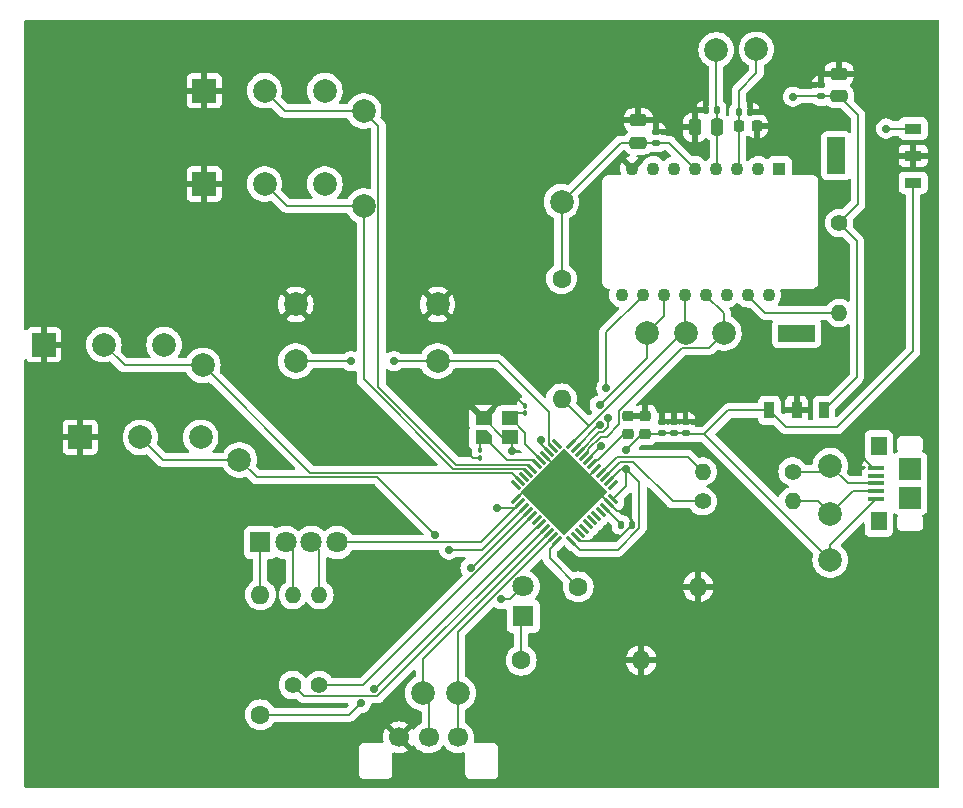
<source format=gbr>
G04 #@! TF.GenerationSoftware,KiCad,Pcbnew,8.0.7*
G04 #@! TF.CreationDate,2025-01-18T00:35:04-05:00*
G04 #@! TF.ProjectId,Mouse,4d6f7573-652e-46b6-9963-61645f706362,rev?*
G04 #@! TF.SameCoordinates,Original*
G04 #@! TF.FileFunction,Copper,L1,Top*
G04 #@! TF.FilePolarity,Positive*
%FSLAX46Y46*%
G04 Gerber Fmt 4.6, Leading zero omitted, Abs format (unit mm)*
G04 Created by KiCad (PCBNEW 8.0.7) date 2025-01-18 00:35:04*
%MOMM*%
%LPD*%
G01*
G04 APERTURE LIST*
G04 Aperture macros list*
%AMRoundRect*
0 Rectangle with rounded corners*
0 $1 Rounding radius*
0 $2 $3 $4 $5 $6 $7 $8 $9 X,Y pos of 4 corners*
0 Add a 4 corners polygon primitive as box body*
4,1,4,$2,$3,$4,$5,$6,$7,$8,$9,$2,$3,0*
0 Add four circle primitives for the rounded corners*
1,1,$1+$1,$2,$3*
1,1,$1+$1,$4,$5*
1,1,$1+$1,$6,$7*
1,1,$1+$1,$8,$9*
0 Add four rect primitives between the rounded corners*
20,1,$1+$1,$2,$3,$4,$5,0*
20,1,$1+$1,$4,$5,$6,$7,0*
20,1,$1+$1,$6,$7,$8,$9,0*
20,1,$1+$1,$8,$9,$2,$3,0*%
%AMRotRect*
0 Rectangle, with rotation*
0 The origin of the aperture is its center*
0 $1 length*
0 $2 width*
0 $3 Rotation angle, in degrees counterclockwise*
0 Add horizontal line*
21,1,$1,$2,0,0,$3*%
%AMOutline5P*
0 Free polygon, 5 corners , with rotation*
0 The origin of the aperture is its center*
0 number of corners: always 5*
0 $1 to $10 corner X, Y*
0 $11 Rotation angle, in degrees counterclockwise*
0 create outline with 5 corners*
4,1,5,$1,$2,$3,$4,$5,$6,$7,$8,$9,$10,$1,$2,$11*%
%AMOutline6P*
0 Free polygon, 6 corners , with rotation*
0 The origin of the aperture is its center*
0 number of corners: always 6*
0 $1 to $12 corner X, Y*
0 $13 Rotation angle, in degrees counterclockwise*
0 create outline with 6 corners*
4,1,6,$1,$2,$3,$4,$5,$6,$7,$8,$9,$10,$11,$12,$1,$2,$13*%
%AMOutline7P*
0 Free polygon, 7 corners , with rotation*
0 The origin of the aperture is its center*
0 number of corners: always 7*
0 $1 to $14 corner X, Y*
0 $15 Rotation angle, in degrees counterclockwise*
0 create outline with 7 corners*
4,1,7,$1,$2,$3,$4,$5,$6,$7,$8,$9,$10,$11,$12,$13,$14,$1,$2,$15*%
%AMOutline8P*
0 Free polygon, 8 corners , with rotation*
0 The origin of the aperture is its center*
0 number of corners: always 8*
0 $1 to $16 corner X, Y*
0 $17 Rotation angle, in degrees counterclockwise*
0 create outline with 8 corners*
4,1,8,$1,$2,$3,$4,$5,$6,$7,$8,$9,$10,$11,$12,$13,$14,$15,$16,$1,$2,$17*%
G04 Aperture macros list end*
G04 #@! TA.AperFunction,EtchedComponent*
%ADD10C,0.000000*%
G04 #@! TD*
G04 #@! TA.AperFunction,SMDPad,CuDef*
%ADD11R,1.346200X0.406400*%
G04 #@! TD*
G04 #@! TA.AperFunction,SMDPad,CuDef*
%ADD12R,1.397000X1.600200*%
G04 #@! TD*
G04 #@! TA.AperFunction,SMDPad,CuDef*
%ADD13R,1.905000X1.905000*%
G04 #@! TD*
G04 #@! TA.AperFunction,ComponentPad*
%ADD14C,1.700000*%
G04 #@! TD*
G04 #@! TA.AperFunction,ComponentPad*
%ADD15R,1.100000X1.100000*%
G04 #@! TD*
G04 #@! TA.AperFunction,ComponentPad*
%ADD16C,1.100000*%
G04 #@! TD*
G04 #@! TA.AperFunction,SMDPad,CuDef*
%ADD17Outline5P,-0.700000X0.600000X0.220000X0.600000X0.700000X0.120000X0.700000X-0.600000X-0.700000X-0.600000X0.000000*%
G04 #@! TD*
G04 #@! TA.AperFunction,SMDPad,CuDef*
%ADD18R,1.400000X1.200000*%
G04 #@! TD*
G04 #@! TA.AperFunction,ComponentPad*
%ADD19C,2.000000*%
G04 #@! TD*
G04 #@! TA.AperFunction,ComponentPad*
%ADD20R,2.000000X2.000000*%
G04 #@! TD*
G04 #@! TA.AperFunction,SMDPad,CuDef*
%ADD21R,0.889000X1.473200*%
G04 #@! TD*
G04 #@! TA.AperFunction,SMDPad,CuDef*
%ADD22R,1.473200X0.889000*%
G04 #@! TD*
G04 #@! TA.AperFunction,SMDPad,CuDef*
%ADD23RoundRect,0.062500X0.291682X0.380070X-0.380070X-0.291682X-0.291682X-0.380070X0.380070X0.291682X0*%
G04 #@! TD*
G04 #@! TA.AperFunction,SMDPad,CuDef*
%ADD24RoundRect,0.062500X-0.291682X0.380070X-0.380070X0.291682X0.291682X-0.380070X0.380070X-0.291682X0*%
G04 #@! TD*
G04 #@! TA.AperFunction,HeatsinkPad*
%ADD25RotRect,5.200000X5.200000X225.000000*%
G04 #@! TD*
G04 #@! TA.AperFunction,ComponentPad*
%ADD26C,1.400000*%
G04 #@! TD*
G04 #@! TA.AperFunction,ComponentPad*
%ADD27O,1.400000X1.400000*%
G04 #@! TD*
G04 #@! TA.AperFunction,ComponentPad*
%ADD28C,1.600000*%
G04 #@! TD*
G04 #@! TA.AperFunction,ComponentPad*
%ADD29O,1.600000X1.600000*%
G04 #@! TD*
G04 #@! TA.AperFunction,ComponentPad*
%ADD30R,1.800000X1.800000*%
G04 #@! TD*
G04 #@! TA.AperFunction,ComponentPad*
%ADD31C,1.800000*%
G04 #@! TD*
G04 #@! TA.AperFunction,SMDPad,CuDef*
%ADD32RoundRect,0.225000X-0.225000X-0.250000X0.225000X-0.250000X0.225000X0.250000X-0.225000X0.250000X0*%
G04 #@! TD*
G04 #@! TA.AperFunction,SMDPad,CuDef*
%ADD33RoundRect,0.140000X-0.140000X-0.170000X0.140000X-0.170000X0.140000X0.170000X-0.140000X0.170000X0*%
G04 #@! TD*
G04 #@! TA.AperFunction,SMDPad,CuDef*
%ADD34RoundRect,0.140000X0.140000X0.170000X-0.140000X0.170000X-0.140000X-0.170000X0.140000X-0.170000X0*%
G04 #@! TD*
G04 #@! TA.AperFunction,SMDPad,CuDef*
%ADD35RoundRect,0.250000X0.250000X0.475000X-0.250000X0.475000X-0.250000X-0.475000X0.250000X-0.475000X0*%
G04 #@! TD*
G04 #@! TA.AperFunction,SMDPad,CuDef*
%ADD36RoundRect,0.250000X0.475000X-0.250000X0.475000X0.250000X-0.475000X0.250000X-0.475000X-0.250000X0*%
G04 #@! TD*
G04 #@! TA.AperFunction,SMDPad,CuDef*
%ADD37RoundRect,0.140000X0.170000X-0.140000X0.170000X0.140000X-0.170000X0.140000X-0.170000X-0.140000X0*%
G04 #@! TD*
G04 #@! TA.AperFunction,SMDPad,CuDef*
%ADD38RoundRect,0.225000X0.250000X-0.225000X0.250000X0.225000X-0.250000X0.225000X-0.250000X-0.225000X0*%
G04 #@! TD*
G04 #@! TA.AperFunction,SMDPad,CuDef*
%ADD39RoundRect,0.100000X0.100000X-0.130000X0.100000X0.130000X-0.100000X0.130000X-0.100000X-0.130000X0*%
G04 #@! TD*
G04 #@! TA.AperFunction,SMDPad,CuDef*
%ADD40RoundRect,0.100000X-0.100000X0.130000X-0.100000X-0.130000X0.100000X-0.130000X0.100000X0.130000X0*%
G04 #@! TD*
G04 #@! TA.AperFunction,ViaPad*
%ADD41C,0.700000*%
G04 #@! TD*
G04 #@! TA.AperFunction,Conductor*
%ADD42C,0.200000*%
G04 #@! TD*
G04 APERTURE END LIST*
D10*
G04 #@! TA.AperFunction,EtchedComponent*
G36*
X205474800Y-78767600D02*
G01*
X202325200Y-78767600D01*
X202325200Y-77294400D01*
X205474800Y-77294400D01*
X205474800Y-78767600D01*
G37*
G04 #@! TD.AperFunction*
G04 #@! TA.AperFunction,EtchedComponent*
G36*
X207967600Y-64574800D02*
G01*
X206494400Y-64574800D01*
X206494400Y-61425200D01*
X207967600Y-61425200D01*
X207967600Y-64574800D01*
G37*
G04 #@! TD.AperFunction*
D11*
X210642901Y-92050000D03*
X210642901Y-91399999D03*
X210642901Y-90750000D03*
X210642901Y-90100001D03*
X210642901Y-89450000D03*
D12*
X210867902Y-93950001D03*
X210867902Y-87549999D03*
D13*
X213517901Y-91950000D03*
X213517901Y-89550000D03*
D14*
X175250000Y-112250000D03*
X172750000Y-112250000D03*
X170250000Y-112250000D03*
D15*
X202440000Y-64100000D03*
D16*
X200660000Y-64100000D03*
X198880000Y-64100000D03*
X197100000Y-64100000D03*
X195320000Y-64100000D03*
X193540000Y-64100000D03*
X191760000Y-64100000D03*
X189980000Y-64100000D03*
X189090000Y-74800000D03*
X190870000Y-74800000D03*
X192650000Y-74800000D03*
X194430000Y-74800000D03*
X196210000Y-74800000D03*
X197990000Y-74800000D03*
X199770000Y-74800000D03*
X201550000Y-74800000D03*
D17*
X177400000Y-86850000D03*
D18*
X179600000Y-86850000D03*
X179600000Y-85250000D03*
X177400000Y-85250000D03*
D19*
X161500000Y-75600000D03*
X173500000Y-75600000D03*
X161500000Y-80400000D03*
X173500000Y-80400000D03*
X206750000Y-93300000D03*
X206750000Y-89250000D03*
D20*
X143250000Y-86850000D03*
D19*
X148350000Y-86850000D03*
X153450000Y-86850000D03*
D20*
X140150000Y-79000000D03*
D19*
X145250000Y-79000000D03*
X150350000Y-79000000D03*
D20*
X153765000Y-65395000D03*
D19*
X158865000Y-65395000D03*
X163965000Y-65395000D03*
X163965000Y-57500000D03*
X158865000Y-57500000D03*
D20*
X153765000Y-57500000D03*
D21*
X201600000Y-84569000D03*
X203900000Y-84569000D03*
X206200000Y-84569000D03*
D22*
X213769000Y-65300000D03*
X213769000Y-63000000D03*
X213769000Y-60700000D03*
D23*
X188370020Y-90907798D03*
X188016466Y-90554245D03*
X187662913Y-90200691D03*
X187309360Y-89847138D03*
X186955806Y-89493585D03*
X186602253Y-89140031D03*
X186248699Y-88786478D03*
X185895146Y-88432924D03*
X185541593Y-88079371D03*
X185188039Y-87725818D03*
X184834486Y-87372264D03*
D24*
X183650082Y-87372264D03*
X183296529Y-87725818D03*
X182942975Y-88079371D03*
X182589422Y-88432924D03*
X182235869Y-88786478D03*
X181882315Y-89140031D03*
X181528762Y-89493585D03*
X181175208Y-89847138D03*
X180821655Y-90200691D03*
X180468102Y-90554245D03*
X180114548Y-90907798D03*
D23*
X180114548Y-92092202D03*
X180468102Y-92445755D03*
X180821655Y-92799309D03*
X181175208Y-93152862D03*
X181528762Y-93506415D03*
X181882315Y-93859969D03*
X182235869Y-94213522D03*
X182589422Y-94567076D03*
X182942975Y-94920629D03*
X183296529Y-95274182D03*
X183650082Y-95627736D03*
D24*
X184834486Y-95627736D03*
X185188039Y-95274182D03*
X185541593Y-94920629D03*
X185895146Y-94567076D03*
X186248699Y-94213522D03*
X186602253Y-93859969D03*
X186955806Y-93506415D03*
X187309360Y-93152862D03*
X187662913Y-92799309D03*
X188016466Y-92445755D03*
X188370020Y-92092202D03*
D25*
X184242284Y-91500000D03*
D19*
X200500000Y-54000000D03*
X156735000Y-88755000D03*
X153635000Y-80755000D03*
X175250000Y-108500000D03*
X167250000Y-67250000D03*
X167250000Y-59205000D03*
X172250000Y-108500000D03*
X191250000Y-78000000D03*
X184000000Y-66900000D03*
X197100000Y-54031000D03*
X194500000Y-78000000D03*
X197750000Y-78000000D03*
X206750000Y-97250000D03*
D26*
X207500000Y-68690000D03*
D27*
X207500000Y-76310000D03*
D26*
X163500000Y-107810000D03*
D27*
X163500000Y-100190000D03*
D26*
X161250000Y-107810000D03*
D27*
X161250000Y-100190000D03*
D28*
X158500000Y-110330000D03*
D29*
X158500000Y-100170000D03*
D28*
X184000000Y-73420000D03*
D29*
X184000000Y-83580000D03*
D28*
X180590000Y-105725000D03*
D29*
X190750000Y-105725000D03*
D28*
X185420000Y-99500000D03*
D29*
X195580000Y-99500000D03*
D26*
X195940000Y-92250000D03*
D27*
X203560000Y-92250000D03*
D26*
X203560000Y-89750000D03*
D27*
X195940000Y-89750000D03*
D30*
X158510000Y-95750000D03*
D31*
X160669000Y-95750000D03*
X162828000Y-95750000D03*
X164987000Y-95750000D03*
D30*
X180750000Y-102000000D03*
D31*
X180750000Y-99460000D03*
D32*
X199000000Y-60500000D03*
X200550000Y-60500000D03*
D33*
X198995000Y-59300000D03*
X199955000Y-59300000D03*
D34*
X196220000Y-59100000D03*
X197180000Y-59100000D03*
D35*
X195300000Y-60600000D03*
X197200000Y-60600000D03*
D36*
X190500000Y-61900000D03*
X190500000Y-60000000D03*
D37*
X192000000Y-61930000D03*
X192000000Y-60970000D03*
X206000000Y-57980000D03*
X206000000Y-57020000D03*
D36*
X207500000Y-57950000D03*
X207500000Y-56050000D03*
D38*
X189600000Y-85025000D03*
X189600000Y-86575000D03*
D33*
X189020000Y-94250000D03*
X189980000Y-94250000D03*
D37*
X192500000Y-86480000D03*
X192500000Y-85520000D03*
D39*
X180900000Y-84180000D03*
X180900000Y-84820000D03*
D37*
X193500000Y-85520000D03*
X193500000Y-86480000D03*
X194500000Y-85520000D03*
X194500000Y-86480000D03*
D40*
X177100000Y-87930000D03*
X177100000Y-88570000D03*
D38*
X191100000Y-86575000D03*
X191100000Y-85025000D03*
D41*
X203600000Y-58000000D03*
X211500000Y-60700000D03*
X178500000Y-92800000D03*
X184242284Y-91500000D03*
X182300000Y-87100000D03*
X179800000Y-88000000D03*
X187374265Y-87574265D03*
X176293324Y-97893324D03*
X178859620Y-100559620D03*
X208600000Y-87700000D03*
X197500000Y-82100000D03*
X174500000Y-96350000D03*
X173300000Y-95100000D03*
X187900000Y-85200000D03*
X187804845Y-82704845D03*
X187227640Y-85827640D03*
X187229110Y-84129110D03*
X168153984Y-108153984D03*
X167000000Y-109360000D03*
X189500000Y-89500000D03*
X189500000Y-87900000D03*
X166200000Y-80400000D03*
X169800000Y-80400000D03*
D42*
X186298375Y-85878375D02*
X186328375Y-85878375D01*
X184000000Y-83580000D02*
X186298375Y-85878375D01*
X186328375Y-85878375D02*
X185753375Y-86453375D01*
X194206750Y-78000000D02*
X186328375Y-85878375D01*
X189600000Y-85025000D02*
X191100000Y-85025000D01*
X176470000Y-88570000D02*
X176000000Y-88100000D01*
X177100000Y-88570000D02*
X176470000Y-88570000D01*
X180880000Y-84180000D02*
X180250000Y-83550000D01*
X180900000Y-84180000D02*
X180880000Y-84180000D01*
X209100000Y-67090000D02*
X207500000Y-68690000D01*
X209100000Y-59550000D02*
X209100000Y-67090000D01*
X207500000Y-57950000D02*
X209100000Y-59550000D01*
X182900000Y-87329289D02*
X183296529Y-87725818D01*
X178600000Y-80400000D02*
X182900000Y-84700000D01*
X173500000Y-80400000D02*
X178600000Y-80400000D01*
X182900000Y-84700000D02*
X182900000Y-87329289D01*
X174806897Y-89506897D02*
X180834967Y-89506897D01*
X167250000Y-81950000D02*
X174806897Y-89506897D01*
X180834967Y-89506897D02*
X181175208Y-89847138D01*
X167250000Y-67250000D02*
X167250000Y-81950000D01*
X161500000Y-80400000D02*
X166200000Y-80400000D01*
X177120000Y-87130000D02*
X177400000Y-86850000D01*
X177120000Y-88000000D02*
X177120000Y-87130000D01*
X181188521Y-89153344D02*
X181528762Y-89493585D01*
X175053344Y-89153344D02*
X181188521Y-89153344D01*
X168500000Y-82600000D02*
X175053344Y-89153344D01*
X168500000Y-60455000D02*
X168500000Y-82600000D01*
X167250000Y-59205000D02*
X168500000Y-60455000D01*
X189000000Y-61900000D02*
X190500000Y-61900000D01*
X184000000Y-66900000D02*
X189000000Y-61900000D01*
X184000000Y-73420000D02*
X184000000Y-66900000D01*
X203620000Y-57980000D02*
X203600000Y-58000000D01*
X206000000Y-57980000D02*
X203620000Y-57980000D01*
X213769000Y-60700000D02*
X211500000Y-60700000D01*
X180113857Y-92800000D02*
X178500000Y-92800000D01*
X180468102Y-92445755D02*
X180113857Y-92800000D01*
X187070711Y-91500000D02*
X184242284Y-91500000D01*
X188016466Y-92445755D02*
X187070711Y-91500000D01*
X180114548Y-92092202D02*
X180706750Y-91500000D01*
X180706750Y-91500000D02*
X184242284Y-91500000D01*
X182589422Y-88432924D02*
X184242284Y-90085786D01*
X184242284Y-90085786D02*
X184242284Y-91500000D01*
X184949391Y-91500000D02*
X184242284Y-91500000D01*
X186955806Y-89493585D02*
X184949391Y-91500000D01*
X185528280Y-95614423D02*
X188615577Y-95614423D01*
X188615577Y-95614423D02*
X189980000Y-94250000D01*
X185188039Y-95274182D02*
X185528280Y-95614423D01*
X179800000Y-88000000D02*
X179800000Y-87050000D01*
X179800000Y-87050000D02*
X179600000Y-86850000D01*
X182300000Y-87436396D02*
X182300000Y-87100000D01*
X182942975Y-88079371D02*
X182300000Y-87436396D01*
X180900000Y-86450000D02*
X180900000Y-87450609D01*
X180900000Y-87450609D02*
X182235869Y-88786478D01*
X179600000Y-85250000D02*
X179700000Y-85250000D01*
X179700000Y-85250000D02*
X180900000Y-86450000D01*
X186942493Y-88799791D02*
X186602253Y-89140031D01*
X187100209Y-88799791D02*
X186942493Y-88799791D01*
X189325000Y-86575000D02*
X187100209Y-88799791D01*
X189600000Y-86575000D02*
X189325000Y-86575000D01*
X186248699Y-88699831D02*
X187374265Y-87574265D01*
X186248699Y-88786478D02*
X186248699Y-88699831D01*
X186235387Y-88092683D02*
X185895146Y-88432924D01*
X188875000Y-85725000D02*
X187822360Y-86777640D01*
X187822360Y-86777640D02*
X187322360Y-86777640D01*
X188875000Y-84597014D02*
X188875000Y-85725000D01*
X194222014Y-79250000D02*
X188875000Y-84597014D01*
X196500000Y-79250000D02*
X194222014Y-79250000D01*
X186235387Y-87864613D02*
X186235387Y-88092683D01*
X187322360Y-86777640D02*
X186235387Y-87864613D01*
X197750000Y-78000000D02*
X196500000Y-79250000D01*
X190600000Y-90600000D02*
X189500000Y-89500000D01*
X190600000Y-94495424D02*
X190600000Y-90600000D01*
X188745424Y-96350000D02*
X190600000Y-94495424D01*
X185556750Y-96350000D02*
X188745424Y-96350000D01*
X184834486Y-95627736D02*
X185556750Y-96350000D01*
X189200000Y-93100000D02*
X189980000Y-93880000D01*
X189980000Y-93880000D02*
X189980000Y-94250000D01*
X188670711Y-93100000D02*
X189200000Y-93100000D01*
X188016466Y-92445755D02*
X188670711Y-93100000D01*
X189500000Y-90962222D02*
X188370020Y-92092202D01*
X189500000Y-89500000D02*
X189500000Y-90962222D01*
X179000000Y-86850000D02*
X177400000Y-85250000D01*
X179600000Y-86850000D02*
X179000000Y-86850000D01*
X185188039Y-95274182D02*
X185188039Y-95288039D01*
X176434746Y-97893324D02*
X181175208Y-93152862D01*
X176293324Y-97893324D02*
X176434746Y-97893324D01*
X179650380Y-100559620D02*
X178859620Y-100559620D01*
X180750000Y-99460000D02*
X179650380Y-100559620D01*
X180800691Y-92799309D02*
X180821655Y-92799309D01*
X177250000Y-96350000D02*
X180800691Y-92799309D01*
X174500000Y-96350000D02*
X177250000Y-96350000D01*
X158186897Y-90206897D02*
X156735000Y-88755000D01*
X168406897Y-90206897D02*
X158186897Y-90206897D01*
X173300000Y-95100000D02*
X168406897Y-90206897D01*
X210350000Y-89450000D02*
X208600000Y-87700000D01*
X210642901Y-89450000D02*
X210350000Y-89450000D01*
X203031000Y-86000000D02*
X201600000Y-84569000D01*
X207300000Y-86000000D02*
X203031000Y-86000000D01*
X213769000Y-79531000D02*
X207300000Y-86000000D01*
X213769000Y-65300000D02*
X213769000Y-79531000D01*
X209000000Y-70190000D02*
X207500000Y-68690000D01*
X209000000Y-81769000D02*
X209000000Y-70190000D01*
X206200000Y-84569000D02*
X209000000Y-81769000D01*
X198131000Y-84569000D02*
X196100000Y-86600000D01*
X201600000Y-84569000D02*
X198131000Y-84569000D01*
X179770754Y-89856897D02*
X180468102Y-90554245D01*
X162736897Y-89856897D02*
X179770754Y-89856897D01*
X153635000Y-80755000D02*
X162736897Y-89856897D01*
X200500000Y-56000000D02*
X198995000Y-57505000D01*
X198995000Y-57505000D02*
X198995000Y-59300000D01*
X200500000Y-54000000D02*
X200500000Y-56000000D01*
X185541593Y-88058407D02*
X185541593Y-88079371D01*
X187172360Y-86427640D02*
X185541593Y-88058407D01*
X187476169Y-86427640D02*
X187172360Y-86427640D01*
X187900000Y-86003809D02*
X187476169Y-86427640D01*
X187900000Y-85200000D02*
X187900000Y-86003809D01*
X187804845Y-77927655D02*
X187804845Y-82704845D01*
X190892500Y-74840000D02*
X187804845Y-77927655D01*
X201262500Y-76310000D02*
X199792500Y-74840000D01*
X207500000Y-76310000D02*
X201262500Y-76310000D01*
X197100000Y-54031000D02*
X197100000Y-59020000D01*
X197100000Y-59020000D02*
X197180000Y-59100000D01*
X207470000Y-57980000D02*
X207500000Y-57950000D01*
X206000000Y-57980000D02*
X207470000Y-57980000D01*
X167250000Y-59205000D02*
X160570000Y-59205000D01*
X160570000Y-59205000D02*
X158865000Y-57500000D01*
X160720000Y-67250000D02*
X158865000Y-65395000D01*
X167250000Y-67250000D02*
X160720000Y-67250000D01*
X147005000Y-80755000D02*
X145250000Y-79000000D01*
X153635000Y-80755000D02*
X147005000Y-80755000D01*
X181542075Y-88799791D02*
X181882315Y-89140031D01*
X179349791Y-88799791D02*
X181542075Y-88799791D01*
X177400000Y-86850000D02*
X179349791Y-88799791D01*
X193112500Y-61930000D02*
X195342500Y-64160000D01*
X192000000Y-61930000D02*
X193112500Y-61930000D01*
X197200000Y-64082500D02*
X197122500Y-64160000D01*
X197200000Y-60600000D02*
X197200000Y-64082500D01*
X199000000Y-64062500D02*
X198902500Y-64160000D01*
X199000000Y-60500000D02*
X199000000Y-64062500D01*
X198995000Y-60495000D02*
X199000000Y-60500000D01*
X198995000Y-59300000D02*
X198995000Y-60495000D01*
X197200000Y-59120000D02*
X197180000Y-59100000D01*
X197200000Y-60600000D02*
X197200000Y-59120000D01*
X191970000Y-61900000D02*
X192000000Y-61930000D01*
X190500000Y-61900000D02*
X191970000Y-61900000D01*
X185753375Y-86453375D02*
X184834486Y-87372264D01*
X187086217Y-85827640D02*
X185188039Y-87725818D01*
X187227640Y-85827640D02*
X187086217Y-85827640D01*
X191250000Y-80108220D02*
X187229110Y-84129110D01*
X191250000Y-78000000D02*
X191250000Y-80108220D01*
X194500000Y-78000000D02*
X194206750Y-78000000D01*
X191100000Y-86575000D02*
X190825000Y-86575000D01*
X192405000Y-86575000D02*
X191100000Y-86575000D01*
X192500000Y-86480000D02*
X192405000Y-86575000D01*
X190825000Y-86575000D02*
X189500000Y-87900000D01*
X194620000Y-86600000D02*
X194500000Y-86480000D01*
X196100000Y-86600000D02*
X194620000Y-86600000D01*
X193500000Y-86480000D02*
X192500000Y-86480000D01*
X194500000Y-86480000D02*
X193500000Y-86480000D01*
X206750000Y-97250000D02*
X196100000Y-86600000D01*
X192672500Y-76577500D02*
X191250000Y-78000000D01*
X192672500Y-74840000D02*
X192672500Y-76577500D01*
X194452500Y-77952500D02*
X194500000Y-78000000D01*
X194452500Y-74840000D02*
X194452500Y-77952500D01*
X197750000Y-76357500D02*
X196232500Y-74840000D01*
X197750000Y-78000000D02*
X197750000Y-76357500D01*
X150255000Y-88755000D02*
X156735000Y-88755000D01*
X148350000Y-86850000D02*
X150255000Y-88755000D01*
X177163857Y-95750000D02*
X180468102Y-92445755D01*
X164987000Y-95750000D02*
X177163857Y-95750000D01*
X158500000Y-95760000D02*
X158510000Y-95750000D01*
X158500000Y-100170000D02*
X158500000Y-95760000D01*
X161250000Y-96331000D02*
X160669000Y-95750000D01*
X161250000Y-100190000D02*
X161250000Y-96331000D01*
X163500000Y-96422000D02*
X162828000Y-95750000D01*
X163500000Y-100190000D02*
X163500000Y-96422000D01*
X168246016Y-108153984D02*
X182186478Y-94213522D01*
X168153984Y-108153984D02*
X168246016Y-108153984D01*
X182186478Y-94213522D02*
X182235869Y-94213522D01*
X166030000Y-110330000D02*
X167000000Y-109360000D01*
X158500000Y-110330000D02*
X166030000Y-110330000D01*
X168396498Y-108760000D02*
X182589422Y-94567076D01*
X162200000Y-108760000D02*
X168396498Y-108760000D01*
X161250000Y-107810000D02*
X162200000Y-108760000D01*
X167225177Y-107810000D02*
X181528762Y-93506415D01*
X163500000Y-107810000D02*
X167225177Y-107810000D01*
X183650082Y-95649918D02*
X183650082Y-95627736D01*
X183000000Y-96300000D02*
X183650082Y-95649918D01*
X183000000Y-97080000D02*
X183000000Y-96300000D01*
X185420000Y-99500000D02*
X183000000Y-97080000D01*
X189500000Y-89500000D02*
X189070711Y-89500000D01*
X189070711Y-89500000D02*
X188016466Y-90554245D01*
X188656498Y-88500000D02*
X187309360Y-89847138D01*
X195940000Y-89750000D02*
X194690000Y-88500000D01*
X194690000Y-88500000D02*
X188656498Y-88500000D01*
X188963604Y-88900000D02*
X187662913Y-90200691D01*
X190049997Y-88900000D02*
X188963604Y-88900000D01*
X193399997Y-92250000D02*
X190049997Y-88900000D01*
X195940000Y-92250000D02*
X193399997Y-92250000D01*
X187662913Y-90198177D02*
X187662913Y-90200691D01*
X172250000Y-105613604D02*
X182942975Y-94920629D01*
X172250000Y-108500000D02*
X172250000Y-105613604D01*
X175250000Y-103320711D02*
X183296529Y-95274182D01*
X175250000Y-108500000D02*
X175250000Y-103320711D01*
X172750000Y-109000000D02*
X172250000Y-108500000D01*
X172750000Y-112250000D02*
X172750000Y-109000000D01*
X175250000Y-112250000D02*
X175250000Y-108500000D01*
X180590000Y-102160000D02*
X180750000Y-102000000D01*
X180590000Y-105725000D02*
X180590000Y-102160000D01*
X189020000Y-94156396D02*
X187662913Y-92799309D01*
X189020000Y-94250000D02*
X189020000Y-94156396D01*
X206750000Y-95942901D02*
X206750000Y-97250000D01*
X210642901Y-92050000D02*
X206750000Y-95942901D01*
X208250000Y-90750000D02*
X206750000Y-89250000D01*
X210642901Y-90750000D02*
X208250000Y-90750000D01*
X208650001Y-91399999D02*
X210642901Y-91399999D01*
X206750000Y-93300000D02*
X208650001Y-91399999D01*
X205700000Y-92250000D02*
X206750000Y-93300000D01*
X203560000Y-92250000D02*
X205700000Y-92250000D01*
X206250000Y-89750000D02*
X206750000Y-89250000D01*
X203560000Y-89750000D02*
X206250000Y-89750000D01*
X169800000Y-80400000D02*
X173500000Y-80400000D01*
X180900000Y-84820000D02*
X180030000Y-84820000D01*
X180030000Y-84820000D02*
X179600000Y-85250000D01*
G04 #@! TA.AperFunction,Conductor*
G36*
X188019504Y-94012841D02*
G01*
X188049064Y-94034695D01*
X188203181Y-94188812D01*
X188236666Y-94250135D01*
X188239500Y-94276493D01*
X188239500Y-94484697D01*
X188242356Y-94520991D01*
X188242357Y-94520997D01*
X188287504Y-94676390D01*
X188287505Y-94676393D01*
X188287506Y-94676395D01*
X188290783Y-94681936D01*
X188369881Y-94815684D01*
X188369887Y-94815692D01*
X188484307Y-94930112D01*
X188484311Y-94930115D01*
X188484313Y-94930117D01*
X188623605Y-95012494D01*
X188641817Y-95017785D01*
X188779002Y-95057642D01*
X188779005Y-95057642D01*
X188779007Y-95057643D01*
X188815310Y-95060500D01*
X188886327Y-95060500D01*
X188953366Y-95080185D01*
X188999121Y-95132989D01*
X189009065Y-95202147D01*
X188980040Y-95265703D01*
X188974008Y-95272181D01*
X188533008Y-95713181D01*
X188471685Y-95746666D01*
X188445327Y-95749500D01*
X186470555Y-95749500D01*
X186403516Y-95729815D01*
X186357761Y-95677011D01*
X186347817Y-95607853D01*
X186372180Y-95550013D01*
X186413442Y-95496240D01*
X186413444Y-95496233D01*
X186417506Y-95489201D01*
X186420475Y-95490915D01*
X186454280Y-95448854D01*
X186464032Y-95443528D01*
X186463720Y-95442988D01*
X186470753Y-95438926D01*
X186470757Y-95438925D01*
X186558836Y-95371340D01*
X186629120Y-95301055D01*
X186699401Y-95230775D01*
X186699404Y-95230770D01*
X186699409Y-95230766D01*
X186766995Y-95142687D01*
X186766996Y-95142683D01*
X186771060Y-95135647D01*
X186774029Y-95137361D01*
X186807834Y-95095300D01*
X186817583Y-95089973D01*
X186817272Y-95089434D01*
X186824304Y-95085373D01*
X186824310Y-95085371D01*
X186912389Y-95017786D01*
X186982673Y-94947501D01*
X187052954Y-94877221D01*
X187052957Y-94877216D01*
X187052962Y-94877212D01*
X187120548Y-94789133D01*
X187120550Y-94789127D01*
X187124611Y-94782095D01*
X187127575Y-94783806D01*
X187161422Y-94741723D01*
X187171134Y-94736421D01*
X187170824Y-94735883D01*
X187177860Y-94731819D01*
X187177864Y-94731818D01*
X187265943Y-94664233D01*
X187336227Y-94593948D01*
X187406508Y-94523668D01*
X187406511Y-94523663D01*
X187406516Y-94523659D01*
X187474102Y-94435580D01*
X187474103Y-94435576D01*
X187478167Y-94428540D01*
X187481136Y-94430254D01*
X187514941Y-94388193D01*
X187524690Y-94382866D01*
X187524379Y-94382327D01*
X187531411Y-94378266D01*
X187531417Y-94378264D01*
X187619496Y-94310679D01*
X187689780Y-94240394D01*
X187760061Y-94170114D01*
X187760064Y-94170109D01*
X187760069Y-94170105D01*
X187827655Y-94082026D01*
X187827657Y-94082020D01*
X187831718Y-94074988D01*
X187834682Y-94076699D01*
X187868529Y-94034616D01*
X187878241Y-94029314D01*
X187877931Y-94028776D01*
X187884964Y-94024714D01*
X187884964Y-94024713D01*
X187884971Y-94024711D01*
X187885892Y-94024004D01*
X187886812Y-94023648D01*
X187892009Y-94020648D01*
X187892476Y-94021458D01*
X187951058Y-93998807D01*
X188019504Y-94012841D01*
G37*
G04 #@! TD.AperFunction*
G04 #@! TA.AperFunction,Conductor*
G36*
X184331002Y-88322173D02*
G01*
X184340659Y-88333318D01*
X184383775Y-88389508D01*
X184524341Y-88530074D01*
X184524345Y-88530077D01*
X184524349Y-88530081D01*
X184598919Y-88587301D01*
X184612428Y-88597667D01*
X184619459Y-88601726D01*
X184617751Y-88604684D01*
X184659857Y-88638566D01*
X184665150Y-88648251D01*
X184665681Y-88647945D01*
X184669743Y-88654981D01*
X184737324Y-88743055D01*
X184737329Y-88743061D01*
X184877894Y-88883626D01*
X184877901Y-88883632D01*
X184877903Y-88883634D01*
X184877910Y-88883639D01*
X184965980Y-88951219D01*
X184973024Y-88955286D01*
X184971322Y-88958233D01*
X185013470Y-88992208D01*
X185018712Y-89001797D01*
X185019233Y-89001497D01*
X185023295Y-89008532D01*
X185023296Y-89008534D01*
X185023297Y-89008535D01*
X185032582Y-89020636D01*
X185090877Y-89096609D01*
X185231447Y-89237179D01*
X185231454Y-89237185D01*
X185231456Y-89237187D01*
X185276210Y-89271528D01*
X185319535Y-89304773D01*
X185326575Y-89308838D01*
X185324871Y-89311788D01*
X185367006Y-89345735D01*
X185372260Y-89355355D01*
X185372787Y-89355052D01*
X185376849Y-89362088D01*
X185444430Y-89450162D01*
X185444435Y-89450168D01*
X185585001Y-89590734D01*
X185585005Y-89590737D01*
X185585009Y-89590741D01*
X185668062Y-89654470D01*
X185673088Y-89658327D01*
X185680119Y-89662386D01*
X185678411Y-89665344D01*
X185720517Y-89699226D01*
X185725810Y-89708911D01*
X185726341Y-89708605D01*
X185730403Y-89715641D01*
X185797984Y-89803715D01*
X185797989Y-89803721D01*
X185938554Y-89944286D01*
X185938561Y-89944292D01*
X185938563Y-89944294D01*
X186026639Y-90011878D01*
X186026642Y-90011880D01*
X186033682Y-90015945D01*
X186032081Y-90018716D01*
X186074785Y-90053142D01*
X186079803Y-90062204D01*
X186080327Y-90061902D01*
X186084393Y-90068945D01*
X186136179Y-90136432D01*
X186156061Y-90116550D01*
X186217384Y-90083064D01*
X186259955Y-90081295D01*
X186261209Y-90081460D01*
X186325099Y-90109741D01*
X186363557Y-90168075D01*
X186367940Y-90188252D01*
X186368104Y-90189501D01*
X186357314Y-90258532D01*
X186332841Y-90293325D01*
X186312957Y-90313208D01*
X186312957Y-90313209D01*
X186380450Y-90364999D01*
X186387486Y-90369062D01*
X186385617Y-90372298D01*
X186426734Y-90404798D01*
X186432926Y-90416013D01*
X186433448Y-90415712D01*
X186437510Y-90422748D01*
X186505091Y-90510822D01*
X186505096Y-90510828D01*
X186645661Y-90651393D01*
X186645668Y-90651399D01*
X186645670Y-90651401D01*
X186672375Y-90671893D01*
X186733747Y-90718986D01*
X186740791Y-90723053D01*
X186739089Y-90726000D01*
X186781237Y-90759975D01*
X186786479Y-90769564D01*
X186787000Y-90769264D01*
X186791062Y-90776299D01*
X186858644Y-90864376D01*
X186999214Y-91004946D01*
X186999221Y-91004952D01*
X186999223Y-91004954D01*
X186999230Y-91004959D01*
X187087302Y-91072540D01*
X187094342Y-91076605D01*
X187092638Y-91079555D01*
X187134773Y-91113502D01*
X187140027Y-91123122D01*
X187140554Y-91122819D01*
X187144616Y-91129855D01*
X187212197Y-91217929D01*
X187212202Y-91217935D01*
X187352767Y-91358500D01*
X187352774Y-91358506D01*
X187352776Y-91358508D01*
X187408964Y-91401623D01*
X187409376Y-91401939D01*
X187450578Y-91458367D01*
X187454733Y-91528113D01*
X187420520Y-91589033D01*
X187409376Y-91598689D01*
X187373617Y-91626127D01*
X187373617Y-91626129D01*
X187393501Y-91646013D01*
X187426986Y-91707336D01*
X187428754Y-91749921D01*
X187428589Y-91751171D01*
X187400300Y-91815058D01*
X187341963Y-91853509D01*
X187321882Y-91857878D01*
X187321363Y-91857946D01*
X187320631Y-91858042D01*
X187251593Y-91847300D01*
X187216724Y-91822790D01*
X187196840Y-91802906D01*
X187145050Y-91870399D01*
X187140991Y-91877432D01*
X187137975Y-91875691D01*
X187103850Y-91917661D01*
X187094092Y-91922964D01*
X187094341Y-91923395D01*
X187087305Y-91927457D01*
X186999228Y-91995040D01*
X186999222Y-91995045D01*
X186858658Y-92135610D01*
X186858650Y-92135618D01*
X186791066Y-92223694D01*
X186786999Y-92230739D01*
X186784080Y-92229053D01*
X186749901Y-92271307D01*
X186740494Y-92276442D01*
X186740787Y-92276949D01*
X186733751Y-92281011D01*
X186645674Y-92348593D01*
X186645669Y-92348598D01*
X186505105Y-92489163D01*
X186505097Y-92489171D01*
X186437511Y-92577249D01*
X186433445Y-92584293D01*
X186430507Y-92582596D01*
X186396461Y-92624781D01*
X186386941Y-92629980D01*
X186387240Y-92630498D01*
X186380199Y-92634563D01*
X186292118Y-92702148D01*
X186292115Y-92702151D01*
X186151551Y-92842716D01*
X186151543Y-92842724D01*
X186083957Y-92930802D01*
X186079895Y-92937840D01*
X186076973Y-92936153D01*
X186042820Y-92978396D01*
X186033387Y-92983546D01*
X186033681Y-92984055D01*
X186026645Y-92988117D01*
X185938568Y-93055700D01*
X185938562Y-93055705D01*
X185797998Y-93196270D01*
X185797990Y-93196278D01*
X185730404Y-93284356D01*
X185726338Y-93291400D01*
X185723400Y-93289703D01*
X185689354Y-93331888D01*
X185679834Y-93337087D01*
X185680133Y-93337605D01*
X185673092Y-93341670D01*
X185585011Y-93409255D01*
X185585008Y-93409258D01*
X185444444Y-93549823D01*
X185444436Y-93549831D01*
X185376850Y-93637909D01*
X185372788Y-93644947D01*
X185369866Y-93643260D01*
X185335713Y-93685503D01*
X185326280Y-93690653D01*
X185326574Y-93691162D01*
X185319538Y-93695224D01*
X185231461Y-93762807D01*
X185231455Y-93762812D01*
X185090891Y-93903377D01*
X185090883Y-93903385D01*
X185023299Y-93991461D01*
X185019232Y-93998506D01*
X185016313Y-93996820D01*
X184982134Y-94039074D01*
X184972727Y-94044209D01*
X184973020Y-94044716D01*
X184965984Y-94048778D01*
X184877907Y-94116360D01*
X184877902Y-94116365D01*
X184737338Y-94256930D01*
X184737330Y-94256938D01*
X184669744Y-94345016D01*
X184665678Y-94352060D01*
X184662910Y-94350462D01*
X184628457Y-94393179D01*
X184619394Y-94398150D01*
X184619716Y-94398707D01*
X184612683Y-94402766D01*
X184545190Y-94454556D01*
X184565074Y-94474440D01*
X184598559Y-94535763D01*
X184600327Y-94578348D01*
X184600162Y-94579598D01*
X184571873Y-94643485D01*
X184513536Y-94681936D01*
X184493455Y-94686305D01*
X184492936Y-94686373D01*
X184492204Y-94686469D01*
X184423166Y-94675727D01*
X184388297Y-94651217D01*
X184368413Y-94631333D01*
X184368412Y-94631333D01*
X184340973Y-94667092D01*
X184284544Y-94708294D01*
X184214798Y-94712448D01*
X184153878Y-94678234D01*
X184144222Y-94667090D01*
X184100797Y-94610496D01*
X183960228Y-94469927D01*
X183960219Y-94469919D01*
X183872141Y-94402333D01*
X183865101Y-94398269D01*
X183866802Y-94395322D01*
X183824651Y-94361345D01*
X183819415Y-94351754D01*
X183818889Y-94352058D01*
X183814824Y-94345018D01*
X183747243Y-94256944D01*
X183747238Y-94256938D01*
X183606674Y-94116374D01*
X183606665Y-94116366D01*
X183518584Y-94048778D01*
X183511548Y-94044716D01*
X183513240Y-94041784D01*
X183471037Y-94007705D01*
X183465854Y-93998204D01*
X183465336Y-93998504D01*
X183461273Y-93991468D01*
X183451711Y-93979007D01*
X183393686Y-93903386D01*
X183327430Y-93837130D01*
X183253121Y-93762821D01*
X183253112Y-93762813D01*
X183165034Y-93695227D01*
X183157994Y-93691163D01*
X183159695Y-93688216D01*
X183117544Y-93654239D01*
X183112307Y-93644640D01*
X183111779Y-93644946D01*
X183107716Y-93637908D01*
X183040137Y-93549837D01*
X183040132Y-93549831D01*
X182899568Y-93409267D01*
X182899559Y-93409259D01*
X182811481Y-93341673D01*
X182804441Y-93337609D01*
X182806142Y-93334662D01*
X182763991Y-93300685D01*
X182758755Y-93291094D01*
X182758229Y-93291398D01*
X182754164Y-93284358D01*
X182686583Y-93196284D01*
X182686578Y-93196278D01*
X182546014Y-93055714D01*
X182546005Y-93055706D01*
X182457927Y-92988120D01*
X182450887Y-92984056D01*
X182452588Y-92981109D01*
X182410437Y-92947132D01*
X182405200Y-92937533D01*
X182404672Y-92937839D01*
X182400609Y-92930801D01*
X182333030Y-92842730D01*
X182333025Y-92842724D01*
X182192461Y-92702160D01*
X182192452Y-92702152D01*
X182104374Y-92634566D01*
X182097334Y-92630502D01*
X182099035Y-92627555D01*
X182056884Y-92593578D01*
X182051648Y-92583987D01*
X182051122Y-92584291D01*
X182047057Y-92577251D01*
X181979476Y-92489177D01*
X181979471Y-92489171D01*
X181838907Y-92348607D01*
X181838898Y-92348599D01*
X181750817Y-92281011D01*
X181743781Y-92276949D01*
X181745473Y-92274017D01*
X181703270Y-92239938D01*
X181698087Y-92230437D01*
X181697569Y-92230737D01*
X181693506Y-92223701D01*
X181625923Y-92135624D01*
X181625918Y-92135618D01*
X181485354Y-91995054D01*
X181485345Y-91995046D01*
X181397267Y-91927460D01*
X181390227Y-91923396D01*
X181391928Y-91920449D01*
X181349777Y-91886472D01*
X181344540Y-91876873D01*
X181344012Y-91877179D01*
X181339949Y-91870141D01*
X181272370Y-91782070D01*
X181272365Y-91782064D01*
X181131799Y-91641498D01*
X181131794Y-91641494D01*
X181131792Y-91641492D01*
X181075600Y-91598374D01*
X181034399Y-91541947D01*
X181030245Y-91472201D01*
X181064458Y-91411281D01*
X181075604Y-91401623D01*
X181131789Y-91358511D01*
X181131792Y-91358509D01*
X181202076Y-91288224D01*
X181272357Y-91217944D01*
X181272360Y-91217939D01*
X181272365Y-91217935D01*
X181339951Y-91129856D01*
X181339952Y-91129852D01*
X181344016Y-91122816D01*
X181346985Y-91124530D01*
X181380790Y-91082469D01*
X181390539Y-91077142D01*
X181390228Y-91076603D01*
X181397260Y-91072542D01*
X181397266Y-91072540D01*
X181485345Y-91004955D01*
X181555629Y-90934670D01*
X181625910Y-90864390D01*
X181625913Y-90864385D01*
X181625918Y-90864381D01*
X181693504Y-90776302D01*
X181693505Y-90776299D01*
X181697568Y-90769263D01*
X181700537Y-90770977D01*
X181734342Y-90728916D01*
X181744094Y-90723590D01*
X181743782Y-90723050D01*
X181750815Y-90718988D01*
X181750819Y-90718987D01*
X181838898Y-90651402D01*
X181909182Y-90581117D01*
X181979463Y-90510837D01*
X181979466Y-90510832D01*
X181979471Y-90510828D01*
X182047057Y-90422749D01*
X182047059Y-90422743D01*
X182051120Y-90415711D01*
X182054084Y-90417422D01*
X182087931Y-90375339D01*
X182097643Y-90370037D01*
X182097333Y-90369499D01*
X182104369Y-90365435D01*
X182104373Y-90365434D01*
X182192452Y-90297849D01*
X182262736Y-90227564D01*
X182333017Y-90157284D01*
X182333020Y-90157279D01*
X182333025Y-90157275D01*
X182400611Y-90069196D01*
X182400612Y-90069192D01*
X182404676Y-90062156D01*
X182407645Y-90063870D01*
X182441450Y-90021809D01*
X182451199Y-90016482D01*
X182450888Y-90015943D01*
X182457920Y-90011882D01*
X182457926Y-90011880D01*
X182546005Y-89944295D01*
X182616289Y-89874010D01*
X182686570Y-89803730D01*
X182686573Y-89803725D01*
X182686578Y-89803721D01*
X182754164Y-89715642D01*
X182754166Y-89715636D01*
X182758227Y-89708604D01*
X182761191Y-89710315D01*
X182795038Y-89668232D01*
X182804750Y-89662930D01*
X182804440Y-89662392D01*
X182811476Y-89658328D01*
X182811480Y-89658327D01*
X182899559Y-89590742D01*
X182969843Y-89520457D01*
X183040124Y-89450177D01*
X183040127Y-89450172D01*
X183040132Y-89450168D01*
X183107718Y-89362089D01*
X183107719Y-89362085D01*
X183111783Y-89355049D01*
X183114568Y-89356656D01*
X183148893Y-89314004D01*
X183158106Y-89309041D01*
X183157738Y-89308403D01*
X183164780Y-89304336D01*
X183232269Y-89252549D01*
X183212387Y-89232667D01*
X183178902Y-89171344D01*
X183177134Y-89128765D01*
X183177300Y-89127504D01*
X183205588Y-89063621D01*
X183263925Y-89025170D01*
X183283996Y-89020803D01*
X183285260Y-89020636D01*
X183354295Y-89031379D01*
X183389165Y-89055889D01*
X183409047Y-89075771D01*
X183460834Y-89008282D01*
X183464901Y-89001240D01*
X183468180Y-89003133D01*
X183500354Y-88962197D01*
X183511858Y-88955826D01*
X183511546Y-88955285D01*
X183518582Y-88951221D01*
X183518586Y-88951220D01*
X183606665Y-88883635D01*
X183676949Y-88813350D01*
X183747230Y-88743070D01*
X183747233Y-88743065D01*
X183747238Y-88743061D01*
X183814824Y-88654982D01*
X183814826Y-88654976D01*
X183818887Y-88647944D01*
X183821851Y-88649655D01*
X183855698Y-88607572D01*
X183865410Y-88602270D01*
X183865100Y-88601732D01*
X183872136Y-88597668D01*
X183872140Y-88597667D01*
X183960219Y-88530082D01*
X184100792Y-88389508D01*
X184143910Y-88333315D01*
X184200335Y-88292116D01*
X184270081Y-88287961D01*
X184331002Y-88322173D01*
G37*
G04 #@! TD.AperFunction*
G04 #@! TA.AperFunction,Conductor*
G36*
X189918834Y-91495136D02*
G01*
X189974767Y-91537008D01*
X189999184Y-91602472D01*
X189999500Y-91611318D01*
X189999500Y-93802534D01*
X189979815Y-93869573D01*
X189927011Y-93915328D01*
X189857853Y-93925272D01*
X189794297Y-93896247D01*
X189756523Y-93837469D01*
X189756424Y-93837130D01*
X189752495Y-93823607D01*
X189752492Y-93823600D01*
X189747266Y-93814763D01*
X189730000Y-93751645D01*
X189730000Y-93445494D01*
X189729998Y-93445493D01*
X189583809Y-93487965D01*
X189583806Y-93487967D01*
X189563608Y-93499912D01*
X189495884Y-93517092D01*
X189437370Y-93499910D01*
X189416397Y-93487507D01*
X189416390Y-93487504D01*
X189260997Y-93442357D01*
X189260991Y-93442356D01*
X189224697Y-93439500D01*
X189224690Y-93439500D01*
X189203701Y-93439500D01*
X189136662Y-93419815D01*
X189116020Y-93403181D01*
X188897942Y-93185103D01*
X188864457Y-93123780D01*
X188869441Y-93054088D01*
X188887256Y-93021925D01*
X188887878Y-93021113D01*
X188891945Y-93014071D01*
X188895224Y-93015964D01*
X188927398Y-92975028D01*
X188938905Y-92968655D01*
X188938593Y-92968114D01*
X188945625Y-92964053D01*
X188945631Y-92964051D01*
X189033710Y-92896466D01*
X189103994Y-92826181D01*
X189174275Y-92755901D01*
X189174278Y-92755896D01*
X189174283Y-92755892D01*
X189241869Y-92667813D01*
X189249199Y-92650118D01*
X189259693Y-92624781D01*
X189298598Y-92530856D01*
X189317948Y-92383884D01*
X189298598Y-92236911D01*
X189264681Y-92155027D01*
X189257212Y-92085558D01*
X189288487Y-92023079D01*
X189291533Y-92019922D01*
X189787819Y-91523637D01*
X189849142Y-91490152D01*
X189918834Y-91495136D01*
G37*
G04 #@! TD.AperFunction*
G04 #@! TA.AperFunction,Conductor*
G36*
X172110923Y-81020185D02*
G01*
X172156678Y-81072989D01*
X172157440Y-81074689D01*
X172175827Y-81116608D01*
X172311833Y-81324782D01*
X172311836Y-81324785D01*
X172480256Y-81507738D01*
X172676491Y-81660474D01*
X172895190Y-81778828D01*
X173130386Y-81859571D01*
X173375665Y-81900500D01*
X173624335Y-81900500D01*
X173869614Y-81859571D01*
X174104810Y-81778828D01*
X174323509Y-81660474D01*
X174519744Y-81507738D01*
X174688164Y-81324785D01*
X174824173Y-81116607D01*
X174842560Y-81074689D01*
X174887517Y-81021204D01*
X174954253Y-81000514D01*
X174956116Y-81000500D01*
X178299903Y-81000500D01*
X178366942Y-81020185D01*
X178387584Y-81036819D01*
X180634360Y-83283595D01*
X180667845Y-83344918D01*
X180662861Y-83414610D01*
X180620989Y-83470543D01*
X180594133Y-83485837D01*
X180497411Y-83525901D01*
X180372075Y-83622075D01*
X180275899Y-83747413D01*
X180215445Y-83893365D01*
X180215444Y-83893369D01*
X180200000Y-84010669D01*
X180200000Y-84025500D01*
X180180315Y-84092539D01*
X180127511Y-84138294D01*
X180076000Y-84149500D01*
X178852129Y-84149500D01*
X178852123Y-84149501D01*
X178792516Y-84155908D01*
X178657671Y-84206202D01*
X178657664Y-84206206D01*
X178542455Y-84292452D01*
X178542452Y-84292455D01*
X178456206Y-84407664D01*
X178456202Y-84407671D01*
X178405908Y-84542516D01*
X178403944Y-84560790D01*
X178377205Y-84625341D01*
X178368336Y-84635214D01*
X177576776Y-85426776D01*
X177290370Y-85713181D01*
X177229047Y-85746666D01*
X177202689Y-85749500D01*
X176846309Y-85749500D01*
X176779270Y-85729815D01*
X176733515Y-85677011D01*
X176723571Y-85607853D01*
X176752596Y-85544297D01*
X176758628Y-85537818D01*
X177046447Y-85249999D01*
X176242442Y-84445994D01*
X176242441Y-84445994D01*
X176206403Y-84542617D01*
X176206401Y-84542627D01*
X176200000Y-84602155D01*
X176200000Y-85897844D01*
X176206401Y-85957372D01*
X176206403Y-85957383D01*
X176224519Y-86005953D01*
X176229503Y-86075644D01*
X176224520Y-86092616D01*
X176205908Y-86142517D01*
X176199501Y-86202116D01*
X176199500Y-86202135D01*
X176199500Y-87497870D01*
X176199501Y-87497876D01*
X176205908Y-87557483D01*
X176256202Y-87692328D01*
X176256203Y-87692329D01*
X176256204Y-87692331D01*
X176311271Y-87765891D01*
X176342454Y-87807546D01*
X176349808Y-87813051D01*
X176391681Y-87868983D01*
X176399500Y-87912319D01*
X176399500Y-88099363D01*
X176414954Y-88216756D01*
X176415525Y-88218886D01*
X176415525Y-88221091D01*
X176416016Y-88224821D01*
X176415525Y-88224885D01*
X176415526Y-88275184D01*
X176416505Y-88275313D01*
X176415526Y-88282741D01*
X176415527Y-88283060D01*
X176415444Y-88283368D01*
X176400000Y-88400669D01*
X176400000Y-88428844D01*
X176380315Y-88495883D01*
X176327511Y-88541638D01*
X176276000Y-88552844D01*
X175353441Y-88552844D01*
X175286402Y-88533159D01*
X175265760Y-88516525D01*
X170899235Y-84150000D01*
X176653551Y-84150000D01*
X177399999Y-84896447D01*
X178146447Y-84150000D01*
X176653551Y-84150000D01*
X170899235Y-84150000D01*
X169136819Y-82387584D01*
X169103334Y-82326261D01*
X169100500Y-82299903D01*
X169100500Y-81186423D01*
X169120185Y-81119384D01*
X169172989Y-81073629D01*
X169242147Y-81063685D01*
X169297384Y-81086104D01*
X169372407Y-81140612D01*
X169535733Y-81213329D01*
X169710609Y-81250500D01*
X169710610Y-81250500D01*
X169889389Y-81250500D01*
X169889391Y-81250500D01*
X170064267Y-81213329D01*
X170227593Y-81140612D01*
X170372230Y-81035526D01*
X170372238Y-81035517D01*
X170375755Y-81032351D01*
X170438747Y-81002121D01*
X170458729Y-81000500D01*
X172043884Y-81000500D01*
X172110923Y-81020185D01*
G37*
G04 #@! TD.AperFunction*
G04 #@! TA.AperFunction,Conductor*
G36*
X180563050Y-87962894D02*
G01*
X180563055Y-87962899D01*
X180587766Y-87987610D01*
X180621251Y-88048933D01*
X180616267Y-88118625D01*
X180574395Y-88174558D01*
X180508931Y-88198975D01*
X180500085Y-88199291D01*
X179649888Y-88199291D01*
X179582849Y-88179606D01*
X179562207Y-88162972D01*
X179560916Y-88161681D01*
X179527431Y-88100358D01*
X179532415Y-88030666D01*
X179574287Y-87974733D01*
X179639751Y-87950316D01*
X179648597Y-87950000D01*
X180347828Y-87950000D01*
X180347844Y-87949999D01*
X180407374Y-87943598D01*
X180432037Y-87934399D01*
X180501729Y-87929413D01*
X180563050Y-87962894D01*
G37*
G04 #@! TD.AperFunction*
G04 #@! TA.AperFunction,Conductor*
G36*
X198971505Y-75483224D02*
G01*
X198975854Y-75488243D01*
X199023589Y-75546410D01*
X199088890Y-75600000D01*
X199183550Y-75677685D01*
X199366046Y-75775232D01*
X199564066Y-75835300D01*
X199564065Y-75835300D01*
X199584348Y-75837297D01*
X199770000Y-75855583D01*
X199883551Y-75844398D01*
X199952195Y-75857416D01*
X199983385Y-75880120D01*
X200777639Y-76674374D01*
X200777649Y-76674385D01*
X200781979Y-76678715D01*
X200781980Y-76678716D01*
X200893784Y-76790520D01*
X200951099Y-76823610D01*
X200980595Y-76840639D01*
X200980597Y-76840641D01*
X201018651Y-76862611D01*
X201030715Y-76869577D01*
X201183443Y-76910501D01*
X201183446Y-76910501D01*
X201349153Y-76910501D01*
X201349169Y-76910500D01*
X201757510Y-76910500D01*
X201824549Y-76930185D01*
X201870304Y-76982989D01*
X201880248Y-77052147D01*
X201870304Y-77086012D01*
X201840176Y-77151980D01*
X201840175Y-77151985D01*
X201819700Y-77294399D01*
X201819700Y-78767602D01*
X201824844Y-78839540D01*
X201865382Y-78977594D01*
X201943167Y-79098630D01*
X201943171Y-79098634D01*
X202034589Y-79177849D01*
X202051906Y-79192854D01*
X202092374Y-79211335D01*
X202182780Y-79252623D01*
X202182783Y-79252623D01*
X202182784Y-79252624D01*
X202325200Y-79273100D01*
X202325203Y-79273100D01*
X205474800Y-79273100D01*
X205546740Y-79267955D01*
X205684792Y-79227419D01*
X205805832Y-79149631D01*
X205900054Y-79040894D01*
X205959824Y-78910016D01*
X205980300Y-78767600D01*
X205980300Y-77294400D01*
X205975155Y-77222460D01*
X205934619Y-77084408D01*
X205934617Y-77084405D01*
X205932120Y-77075900D01*
X205933825Y-77075399D01*
X205925407Y-77016853D01*
X205954432Y-76953297D01*
X206013210Y-76915523D01*
X206048145Y-76910500D01*
X206387379Y-76910500D01*
X206454418Y-76930185D01*
X206486332Y-76959772D01*
X206500372Y-76978364D01*
X206609020Y-77122238D01*
X206773437Y-77272123D01*
X206773439Y-77272125D01*
X206962595Y-77389245D01*
X206962596Y-77389245D01*
X206962599Y-77389247D01*
X207170060Y-77469618D01*
X207388757Y-77510500D01*
X207388759Y-77510500D01*
X207611241Y-77510500D01*
X207611243Y-77510500D01*
X207829940Y-77469618D01*
X208037401Y-77389247D01*
X208190585Y-77294400D01*
X208210223Y-77282241D01*
X208277583Y-77263686D01*
X208344283Y-77284494D01*
X208389144Y-77338059D01*
X208399500Y-77387668D01*
X208399500Y-81468902D01*
X208379815Y-81535941D01*
X208363181Y-81556583D01*
X206624182Y-83295581D01*
X206562859Y-83329066D01*
X206536501Y-83331900D01*
X205707629Y-83331900D01*
X205707623Y-83331901D01*
X205648016Y-83338308D01*
X205513171Y-83388602D01*
X205513164Y-83388606D01*
X205397955Y-83474852D01*
X205397952Y-83474855D01*
X205311706Y-83590064D01*
X205311702Y-83590071D01*
X205261408Y-83724917D01*
X205255349Y-83781280D01*
X205255000Y-83784527D01*
X205255000Y-84560790D01*
X205255001Y-85275500D01*
X205235316Y-85342539D01*
X205182513Y-85388294D01*
X205131001Y-85399500D01*
X204968500Y-85399500D01*
X204901461Y-85379815D01*
X204855706Y-85327011D01*
X204844500Y-85275500D01*
X204844500Y-84819000D01*
X202955500Y-84819000D01*
X202937584Y-84836915D01*
X202935815Y-84842941D01*
X202883011Y-84888696D01*
X202813853Y-84898640D01*
X202750297Y-84869615D01*
X202743819Y-84863583D01*
X202581318Y-84701082D01*
X202547833Y-84639759D01*
X202544999Y-84613401D01*
X202544999Y-83784555D01*
X202955500Y-83784555D01*
X202955500Y-84319000D01*
X203650000Y-84319000D01*
X204150000Y-84319000D01*
X204844500Y-84319000D01*
X204844500Y-83784572D01*
X204844499Y-83784555D01*
X204838098Y-83725027D01*
X204838096Y-83725020D01*
X204787854Y-83590313D01*
X204787850Y-83590306D01*
X204701690Y-83475212D01*
X204701687Y-83475209D01*
X204586593Y-83389049D01*
X204586586Y-83389045D01*
X204451879Y-83338803D01*
X204451872Y-83338801D01*
X204392344Y-83332400D01*
X204150000Y-83332400D01*
X204150000Y-84319000D01*
X203650000Y-84319000D01*
X203650000Y-83332400D01*
X203407655Y-83332400D01*
X203348127Y-83338801D01*
X203348120Y-83338803D01*
X203213413Y-83389045D01*
X203213406Y-83389049D01*
X203098312Y-83475209D01*
X203098309Y-83475212D01*
X203012149Y-83590306D01*
X203012145Y-83590313D01*
X202961903Y-83725020D01*
X202961901Y-83725027D01*
X202955500Y-83784555D01*
X202544999Y-83784555D01*
X202544999Y-83784529D01*
X202544998Y-83784523D01*
X202544997Y-83784516D01*
X202538591Y-83724917D01*
X202501863Y-83626445D01*
X202488297Y-83590071D01*
X202488293Y-83590064D01*
X202402047Y-83474855D01*
X202402044Y-83474852D01*
X202286835Y-83388606D01*
X202286828Y-83388602D01*
X202151982Y-83338308D01*
X202151983Y-83338308D01*
X202092383Y-83331901D01*
X202092381Y-83331900D01*
X202092373Y-83331900D01*
X202092364Y-83331900D01*
X201107629Y-83331900D01*
X201107623Y-83331901D01*
X201048016Y-83338308D01*
X200913171Y-83388602D01*
X200913164Y-83388606D01*
X200797955Y-83474852D01*
X200797952Y-83474855D01*
X200711706Y-83590064D01*
X200711702Y-83590071D01*
X200661408Y-83724917D01*
X200655349Y-83781280D01*
X200655001Y-83784523D01*
X200655000Y-83784535D01*
X200655000Y-83844500D01*
X200635315Y-83911539D01*
X200582511Y-83957294D01*
X200531000Y-83968500D01*
X198217670Y-83968500D01*
X198217654Y-83968499D01*
X198210058Y-83968499D01*
X198051943Y-83968499D01*
X197975579Y-83988961D01*
X197899214Y-84009423D01*
X197899209Y-84009426D01*
X197762290Y-84088475D01*
X197762282Y-84088481D01*
X195887584Y-85963181D01*
X195826261Y-85996666D01*
X195799903Y-85999500D01*
X195402982Y-85999500D01*
X195335943Y-85979815D01*
X195290188Y-85927011D01*
X195280244Y-85857853D01*
X195283905Y-85840906D01*
X195304504Y-85770000D01*
X194998352Y-85770000D01*
X194935233Y-85752732D01*
X194926395Y-85747506D01*
X194926393Y-85747505D01*
X194926389Y-85747503D01*
X194770997Y-85702357D01*
X194770991Y-85702356D01*
X194734697Y-85699500D01*
X194734690Y-85699500D01*
X194265310Y-85699500D01*
X194265302Y-85699500D01*
X194229008Y-85702356D01*
X194229002Y-85702357D01*
X194073608Y-85747504D01*
X194073600Y-85747507D01*
X194064767Y-85752732D01*
X194001646Y-85770000D01*
X193998354Y-85770000D01*
X193935233Y-85752732D01*
X193926399Y-85747507D01*
X193926391Y-85747504D01*
X193770997Y-85702357D01*
X193770991Y-85702356D01*
X193734697Y-85699500D01*
X193734690Y-85699500D01*
X193265310Y-85699500D01*
X193265302Y-85699500D01*
X193229008Y-85702356D01*
X193229002Y-85702357D01*
X193073608Y-85747504D01*
X193073600Y-85747507D01*
X193064767Y-85752732D01*
X193001646Y-85770000D01*
X192998354Y-85770000D01*
X192935233Y-85752732D01*
X192926399Y-85747507D01*
X192926391Y-85747504D01*
X192770997Y-85702357D01*
X192770991Y-85702356D01*
X192734697Y-85699500D01*
X192734690Y-85699500D01*
X192624000Y-85699500D01*
X192556961Y-85679815D01*
X192511206Y-85627011D01*
X192500000Y-85575500D01*
X192500000Y-85520000D01*
X192374000Y-85520000D01*
X192306961Y-85500315D01*
X192261206Y-85447511D01*
X192250000Y-85396000D01*
X192250000Y-84741210D01*
X192249999Y-84741209D01*
X192750000Y-84741209D01*
X192750000Y-85270000D01*
X193250000Y-85270000D01*
X193250000Y-84741210D01*
X193249999Y-84741209D01*
X193750000Y-84741209D01*
X193750000Y-85270000D01*
X194250000Y-85270000D01*
X194750000Y-85270000D01*
X195304504Y-85270000D01*
X195262031Y-85123804D01*
X195179721Y-84984625D01*
X195179714Y-84984616D01*
X195065383Y-84870285D01*
X195065374Y-84870278D01*
X194926195Y-84787968D01*
X194926190Y-84787966D01*
X194770918Y-84742855D01*
X194770912Y-84742854D01*
X194750000Y-84741209D01*
X194750000Y-85270000D01*
X194250000Y-85270000D01*
X194250000Y-84741210D01*
X194249999Y-84741209D01*
X194229087Y-84742854D01*
X194229081Y-84742855D01*
X194073809Y-84787966D01*
X194073803Y-84787968D01*
X194063118Y-84794288D01*
X193995393Y-84811468D01*
X193936882Y-84794288D01*
X193926196Y-84787968D01*
X193926190Y-84787966D01*
X193770918Y-84742855D01*
X193770912Y-84742854D01*
X193750000Y-84741209D01*
X193249999Y-84741209D01*
X193229087Y-84742854D01*
X193229081Y-84742855D01*
X193073809Y-84787966D01*
X193073803Y-84787968D01*
X193063118Y-84794288D01*
X192995393Y-84811468D01*
X192936882Y-84794288D01*
X192926196Y-84787968D01*
X192926190Y-84787966D01*
X192770918Y-84742855D01*
X192770912Y-84742854D01*
X192750000Y-84741209D01*
X192249999Y-84741209D01*
X192229091Y-84742854D01*
X192229079Y-84742856D01*
X192220650Y-84745305D01*
X192150781Y-84745100D01*
X192092114Y-84707154D01*
X192067949Y-84658501D01*
X192066986Y-84658821D01*
X192011547Y-84491518D01*
X192011542Y-84491507D01*
X191922575Y-84347271D01*
X191922572Y-84347267D01*
X191802732Y-84227427D01*
X191802728Y-84227424D01*
X191658492Y-84138457D01*
X191658481Y-84138452D01*
X191497606Y-84085144D01*
X191398322Y-84075000D01*
X191350000Y-84075000D01*
X191350000Y-84901000D01*
X191330315Y-84968039D01*
X191277511Y-85013794D01*
X191226000Y-85025000D01*
X191100000Y-85025000D01*
X191100000Y-85151000D01*
X191080315Y-85218039D01*
X191027511Y-85263794D01*
X190976000Y-85275000D01*
X189724000Y-85275000D01*
X189656961Y-85255315D01*
X189611206Y-85202511D01*
X189600000Y-85151000D01*
X189600000Y-84899000D01*
X189619685Y-84831961D01*
X189672489Y-84786206D01*
X189724000Y-84775000D01*
X190850000Y-84775000D01*
X190850000Y-84075000D01*
X190849999Y-84074999D01*
X190801693Y-84075000D01*
X190801675Y-84075001D01*
X190702392Y-84085144D01*
X190541518Y-84138452D01*
X190541504Y-84138459D01*
X190508312Y-84158932D01*
X190440920Y-84177372D01*
X190374257Y-84156449D01*
X190329488Y-84102806D01*
X190320827Y-84033475D01*
X190351024Y-83970468D01*
X190355514Y-83965734D01*
X194434431Y-79886819D01*
X194495754Y-79853334D01*
X194522112Y-79850500D01*
X196413331Y-79850500D01*
X196413347Y-79850501D01*
X196420943Y-79850501D01*
X196579054Y-79850501D01*
X196579057Y-79850501D01*
X196731785Y-79809577D01*
X196809905Y-79764474D01*
X196868716Y-79730520D01*
X196980520Y-79618716D01*
X196980520Y-79618714D01*
X196990724Y-79608511D01*
X196990728Y-79608506D01*
X197146452Y-79452781D01*
X197207773Y-79419298D01*
X197274392Y-79423182D01*
X197336041Y-79444347D01*
X197380385Y-79459571D01*
X197625665Y-79500500D01*
X197874335Y-79500500D01*
X198119614Y-79459571D01*
X198354810Y-79378828D01*
X198573509Y-79260474D01*
X198769744Y-79107738D01*
X198938164Y-78924785D01*
X199074173Y-78716607D01*
X199174063Y-78488881D01*
X199235108Y-78247821D01*
X199242326Y-78160713D01*
X199255643Y-78000005D01*
X199255643Y-77999994D01*
X199235109Y-77752187D01*
X199235107Y-77752175D01*
X199174063Y-77511118D01*
X199074173Y-77283393D01*
X198938166Y-77075217D01*
X198843448Y-76972326D01*
X198769744Y-76892262D01*
X198573509Y-76739526D01*
X198573507Y-76739525D01*
X198573506Y-76739524D01*
X198415482Y-76654006D01*
X198365892Y-76604786D01*
X198350500Y-76544951D01*
X198350500Y-76278445D01*
X198350500Y-76278443D01*
X198309577Y-76125715D01*
X198280639Y-76075595D01*
X198230520Y-75988784D01*
X198230518Y-75988782D01*
X198228076Y-75984552D01*
X198211604Y-75916652D01*
X198234457Y-75850625D01*
X198289379Y-75807435D01*
X198299447Y-75803899D01*
X198393954Y-75775232D01*
X198576450Y-75677685D01*
X198736410Y-75546410D01*
X198784146Y-75488242D01*
X198841892Y-75448908D01*
X198911736Y-75447037D01*
X198971505Y-75483224D01*
G37*
G04 #@! TD.AperFunction*
G04 #@! TA.AperFunction,Conductor*
G36*
X215942539Y-51520185D02*
G01*
X215988294Y-51572989D01*
X215999500Y-51624500D01*
X215999500Y-116375500D01*
X215979815Y-116442539D01*
X215927011Y-116488294D01*
X215875500Y-116499500D01*
X138624500Y-116499500D01*
X138557461Y-116479815D01*
X138511706Y-116427011D01*
X138500500Y-116375500D01*
X138500500Y-85802155D01*
X141750000Y-85802155D01*
X141750000Y-86600000D01*
X142759252Y-86600000D01*
X142737482Y-86637708D01*
X142700000Y-86777591D01*
X142700000Y-86922409D01*
X142737482Y-87062292D01*
X142759252Y-87100000D01*
X141750000Y-87100000D01*
X141750000Y-87897844D01*
X141756401Y-87957372D01*
X141756403Y-87957379D01*
X141806645Y-88092086D01*
X141806649Y-88092093D01*
X141892809Y-88207187D01*
X141892812Y-88207190D01*
X142007906Y-88293350D01*
X142007913Y-88293354D01*
X142142620Y-88343596D01*
X142142627Y-88343598D01*
X142202155Y-88349999D01*
X142202172Y-88350000D01*
X143000000Y-88350000D01*
X143000000Y-87340747D01*
X143037708Y-87362518D01*
X143177591Y-87400000D01*
X143322409Y-87400000D01*
X143462292Y-87362518D01*
X143500000Y-87340747D01*
X143500000Y-88350000D01*
X144297828Y-88350000D01*
X144297844Y-88349999D01*
X144357372Y-88343598D01*
X144357379Y-88343596D01*
X144492086Y-88293354D01*
X144492093Y-88293350D01*
X144607187Y-88207190D01*
X144607190Y-88207187D01*
X144693350Y-88092093D01*
X144693354Y-88092086D01*
X144743596Y-87957379D01*
X144743598Y-87957372D01*
X144749999Y-87897844D01*
X144750000Y-87897827D01*
X144750000Y-87100000D01*
X143740748Y-87100000D01*
X143762518Y-87062292D01*
X143800000Y-86922409D01*
X143800000Y-86777591D01*
X143762518Y-86637708D01*
X143740748Y-86600000D01*
X144750000Y-86600000D01*
X144750000Y-85802172D01*
X144749999Y-85802155D01*
X144743598Y-85742627D01*
X144743596Y-85742620D01*
X144693354Y-85607913D01*
X144693350Y-85607906D01*
X144607190Y-85492812D01*
X144607187Y-85492809D01*
X144492093Y-85406649D01*
X144492086Y-85406645D01*
X144357379Y-85356403D01*
X144357372Y-85356401D01*
X144297844Y-85350000D01*
X143500000Y-85350000D01*
X143500000Y-86359252D01*
X143462292Y-86337482D01*
X143322409Y-86300000D01*
X143177591Y-86300000D01*
X143037708Y-86337482D01*
X143000000Y-86359252D01*
X143000000Y-85350000D01*
X142202155Y-85350000D01*
X142142627Y-85356401D01*
X142142620Y-85356403D01*
X142007913Y-85406645D01*
X142007906Y-85406649D01*
X141892812Y-85492809D01*
X141892809Y-85492812D01*
X141806649Y-85607906D01*
X141806645Y-85607913D01*
X141756403Y-85742620D01*
X141756401Y-85742627D01*
X141750000Y-85802155D01*
X138500500Y-85802155D01*
X138500500Y-80339269D01*
X138520185Y-80272230D01*
X138572989Y-80226475D01*
X138642147Y-80216531D01*
X138705703Y-80245556D01*
X138723766Y-80264958D01*
X138792809Y-80357187D01*
X138792812Y-80357190D01*
X138907906Y-80443350D01*
X138907913Y-80443354D01*
X139042620Y-80493596D01*
X139042627Y-80493598D01*
X139102155Y-80499999D01*
X139102172Y-80500000D01*
X139900000Y-80500000D01*
X139900000Y-79490747D01*
X139937708Y-79512518D01*
X140077591Y-79550000D01*
X140222409Y-79550000D01*
X140362292Y-79512518D01*
X140400000Y-79490747D01*
X140400000Y-80500000D01*
X141197828Y-80500000D01*
X141197844Y-80499999D01*
X141257372Y-80493598D01*
X141257379Y-80493596D01*
X141392086Y-80443354D01*
X141392093Y-80443350D01*
X141507187Y-80357190D01*
X141507190Y-80357187D01*
X141593350Y-80242093D01*
X141593354Y-80242086D01*
X141643596Y-80107379D01*
X141643598Y-80107372D01*
X141649999Y-80047844D01*
X141650000Y-80047827D01*
X141650000Y-79250000D01*
X140640748Y-79250000D01*
X140662518Y-79212292D01*
X140700000Y-79072409D01*
X140700000Y-78999994D01*
X143744357Y-78999994D01*
X143744357Y-79000005D01*
X143764890Y-79247812D01*
X143764892Y-79247824D01*
X143825936Y-79488881D01*
X143925826Y-79716606D01*
X144061833Y-79924782D01*
X144061836Y-79924785D01*
X144230256Y-80107738D01*
X144426491Y-80260474D01*
X144645190Y-80378828D01*
X144880386Y-80459571D01*
X145125665Y-80500500D01*
X145374335Y-80500500D01*
X145619608Y-80459572D01*
X145619607Y-80459572D01*
X145619614Y-80459571D01*
X145725607Y-80423182D01*
X145795402Y-80420033D01*
X145853547Y-80452782D01*
X146636284Y-81235520D01*
X146773215Y-81314577D01*
X146925943Y-81355501D01*
X146925946Y-81355501D01*
X147091654Y-81355501D01*
X147091670Y-81355500D01*
X152178884Y-81355500D01*
X152245923Y-81375185D01*
X152291678Y-81427989D01*
X152292440Y-81429689D01*
X152310827Y-81471608D01*
X152446833Y-81679782D01*
X152446836Y-81679785D01*
X152615256Y-81862738D01*
X152811491Y-82015474D01*
X152920840Y-82074651D01*
X152969002Y-82100715D01*
X153030190Y-82133828D01*
X153265386Y-82214571D01*
X153510665Y-82255500D01*
X153759335Y-82255500D01*
X154004608Y-82214572D01*
X154004607Y-82214572D01*
X154004614Y-82214571D01*
X154110607Y-82178182D01*
X154180402Y-82175033D01*
X154238548Y-82207783D01*
X161425481Y-89394716D01*
X161458966Y-89456039D01*
X161453982Y-89525731D01*
X161412110Y-89581664D01*
X161346646Y-89606081D01*
X161337800Y-89606397D01*
X158486994Y-89606397D01*
X158419955Y-89586712D01*
X158399313Y-89570078D01*
X158191516Y-89362281D01*
X158158031Y-89300958D01*
X158158992Y-89244159D01*
X158159061Y-89243884D01*
X158159063Y-89243881D01*
X158220108Y-89002821D01*
X158220161Y-89002179D01*
X158240643Y-88755005D01*
X158240643Y-88754994D01*
X158220109Y-88507187D01*
X158220107Y-88507175D01*
X158159063Y-88266118D01*
X158059173Y-88038393D01*
X157923166Y-87830217D01*
X157872134Y-87774782D01*
X157754744Y-87647262D01*
X157558509Y-87494526D01*
X157558507Y-87494525D01*
X157558506Y-87494524D01*
X157339811Y-87376172D01*
X157339802Y-87376169D01*
X157104616Y-87295429D01*
X156859335Y-87254500D01*
X156610665Y-87254500D01*
X156365383Y-87295429D01*
X156130197Y-87376169D01*
X156130188Y-87376172D01*
X155911493Y-87494524D01*
X155715257Y-87647261D01*
X155546833Y-87830217D01*
X155410827Y-88038391D01*
X155392440Y-88080311D01*
X155347483Y-88133796D01*
X155280747Y-88154486D01*
X155278884Y-88154500D01*
X154571303Y-88154500D01*
X154504264Y-88134815D01*
X154458509Y-88082011D01*
X154448565Y-88012853D01*
X154477590Y-87949297D01*
X154480051Y-87946540D01*
X154638164Y-87774785D01*
X154774173Y-87566607D01*
X154874063Y-87338881D01*
X154935108Y-87097821D01*
X154942649Y-87006814D01*
X154955643Y-86850005D01*
X154955643Y-86849994D01*
X154935109Y-86602187D01*
X154935107Y-86602175D01*
X154874063Y-86361118D01*
X154774173Y-86133393D01*
X154638166Y-85925217D01*
X154560552Y-85840906D01*
X154469744Y-85742262D01*
X154273509Y-85589526D01*
X154273507Y-85589525D01*
X154273506Y-85589524D01*
X154054811Y-85471172D01*
X154054802Y-85471169D01*
X153819616Y-85390429D01*
X153574335Y-85349500D01*
X153325665Y-85349500D01*
X153080383Y-85390429D01*
X152845197Y-85471169D01*
X152845188Y-85471172D01*
X152626493Y-85589524D01*
X152481527Y-85702356D01*
X152430256Y-85742262D01*
X152429920Y-85742627D01*
X152261833Y-85925217D01*
X152125826Y-86133393D01*
X152025936Y-86361118D01*
X151964892Y-86602175D01*
X151964890Y-86602187D01*
X151944357Y-86849994D01*
X151944357Y-86850005D01*
X151964890Y-87097812D01*
X151964892Y-87097824D01*
X152025936Y-87338881D01*
X152125826Y-87566606D01*
X152261833Y-87774782D01*
X152261836Y-87774785D01*
X152419927Y-87946518D01*
X152450849Y-88009172D01*
X152442989Y-88078598D01*
X152398842Y-88132753D01*
X152332424Y-88154444D01*
X152328697Y-88154500D01*
X150555097Y-88154500D01*
X150488058Y-88134815D01*
X150467416Y-88118181D01*
X149806516Y-87457281D01*
X149773031Y-87395958D01*
X149773992Y-87339159D01*
X149774061Y-87338884D01*
X149774063Y-87338881D01*
X149835108Y-87097821D01*
X149842649Y-87006814D01*
X149855643Y-86850005D01*
X149855643Y-86849994D01*
X149835109Y-86602187D01*
X149835107Y-86602175D01*
X149774063Y-86361118D01*
X149674173Y-86133393D01*
X149538166Y-85925217D01*
X149460552Y-85840906D01*
X149369744Y-85742262D01*
X149173509Y-85589526D01*
X149173507Y-85589525D01*
X149173506Y-85589524D01*
X148954811Y-85471172D01*
X148954802Y-85471169D01*
X148719616Y-85390429D01*
X148474335Y-85349500D01*
X148225665Y-85349500D01*
X147980383Y-85390429D01*
X147745197Y-85471169D01*
X147745188Y-85471172D01*
X147526493Y-85589524D01*
X147381527Y-85702356D01*
X147330256Y-85742262D01*
X147329920Y-85742627D01*
X147161833Y-85925217D01*
X147025826Y-86133393D01*
X146925936Y-86361118D01*
X146864892Y-86602175D01*
X146864890Y-86602187D01*
X146844357Y-86849994D01*
X146844357Y-86850005D01*
X146864890Y-87097812D01*
X146864892Y-87097824D01*
X146925936Y-87338881D01*
X147025826Y-87566606D01*
X147161833Y-87774782D01*
X147161836Y-87774785D01*
X147330256Y-87957738D01*
X147526491Y-88110474D01*
X147745190Y-88228828D01*
X147980386Y-88309571D01*
X148225665Y-88350500D01*
X148474335Y-88350500D01*
X148719608Y-88309572D01*
X148719607Y-88309572D01*
X148719614Y-88309571D01*
X148825607Y-88273182D01*
X148895402Y-88270033D01*
X148953548Y-88302783D01*
X149770139Y-89119374D01*
X149770149Y-89119385D01*
X149774479Y-89123715D01*
X149774480Y-89123716D01*
X149886284Y-89235520D01*
X149948651Y-89271527D01*
X150004241Y-89303622D01*
X150022222Y-89314004D01*
X150023213Y-89314576D01*
X150023214Y-89314576D01*
X150023215Y-89314577D01*
X150175943Y-89355501D01*
X150175946Y-89355501D01*
X150341653Y-89355501D01*
X150341669Y-89355500D01*
X155278884Y-89355500D01*
X155345923Y-89375185D01*
X155391678Y-89427989D01*
X155392440Y-89429689D01*
X155410827Y-89471608D01*
X155546833Y-89679782D01*
X155566406Y-89701044D01*
X155715256Y-89862738D01*
X155911491Y-90015474D01*
X155911493Y-90015475D01*
X156122774Y-90129815D01*
X156130190Y-90133828D01*
X156365386Y-90214571D01*
X156610665Y-90255500D01*
X156859335Y-90255500D01*
X157104608Y-90214572D01*
X157104607Y-90214572D01*
X157104614Y-90214571D01*
X157210607Y-90178182D01*
X157280402Y-90175033D01*
X157338548Y-90207783D01*
X157702036Y-90571271D01*
X157702046Y-90571282D01*
X157706376Y-90575612D01*
X157706377Y-90575613D01*
X157818181Y-90687417D01*
X157818183Y-90687418D01*
X157818187Y-90687421D01*
X157917626Y-90744831D01*
X157955113Y-90766474D01*
X158061820Y-90795066D01*
X158061819Y-90795066D01*
X158074150Y-90798369D01*
X158107839Y-90807397D01*
X158107840Y-90807397D01*
X168106800Y-90807397D01*
X168173839Y-90827082D01*
X168194481Y-90843716D01*
X172288583Y-94937819D01*
X172322068Y-94999142D01*
X172317084Y-95068834D01*
X172275212Y-95124767D01*
X172209748Y-95149184D01*
X172200902Y-95149500D01*
X166333801Y-95149500D01*
X166266762Y-95129815D01*
X166224747Y-95084519D01*
X166222924Y-95081151D01*
X166095983Y-94886852D01*
X166095980Y-94886849D01*
X166095979Y-94886847D01*
X165938784Y-94716087D01*
X165938779Y-94716083D01*
X165938777Y-94716081D01*
X165755634Y-94573535D01*
X165755628Y-94573531D01*
X165551504Y-94463064D01*
X165551495Y-94463061D01*
X165331984Y-94387702D01*
X165116556Y-94351754D01*
X165103049Y-94349500D01*
X164870951Y-94349500D01*
X164857444Y-94351754D01*
X164642015Y-94387702D01*
X164422504Y-94463061D01*
X164422495Y-94463064D01*
X164218371Y-94573531D01*
X164218365Y-94573535D01*
X164035222Y-94716081D01*
X164035218Y-94716084D01*
X164016497Y-94736421D01*
X164002000Y-94752170D01*
X163998730Y-94755722D01*
X163938843Y-94791713D01*
X163869004Y-94789612D01*
X163816270Y-94755722D01*
X163813000Y-94752170D01*
X163779784Y-94716087D01*
X163779783Y-94716086D01*
X163779781Y-94716084D01*
X163779777Y-94716081D01*
X163596634Y-94573535D01*
X163596628Y-94573531D01*
X163392504Y-94463064D01*
X163392495Y-94463061D01*
X163172984Y-94387702D01*
X162957556Y-94351754D01*
X162944049Y-94349500D01*
X162711951Y-94349500D01*
X162698444Y-94351754D01*
X162483015Y-94387702D01*
X162263504Y-94463061D01*
X162263495Y-94463064D01*
X162059371Y-94573531D01*
X162059365Y-94573535D01*
X161876222Y-94716081D01*
X161876218Y-94716084D01*
X161857497Y-94736421D01*
X161843000Y-94752170D01*
X161839730Y-94755722D01*
X161779843Y-94791713D01*
X161710004Y-94789612D01*
X161657270Y-94755722D01*
X161654000Y-94752170D01*
X161620784Y-94716087D01*
X161620783Y-94716086D01*
X161620781Y-94716084D01*
X161620777Y-94716081D01*
X161437634Y-94573535D01*
X161437628Y-94573531D01*
X161233504Y-94463064D01*
X161233495Y-94463061D01*
X161013984Y-94387702D01*
X160798556Y-94351754D01*
X160785049Y-94349500D01*
X160552951Y-94349500D01*
X160539444Y-94351754D01*
X160324015Y-94387702D01*
X160104504Y-94463061D01*
X160104490Y-94463067D01*
X159943174Y-94550367D01*
X159874846Y-94564962D01*
X159809474Y-94540299D01*
X159784891Y-94515624D01*
X159767546Y-94492454D01*
X159767544Y-94492453D01*
X159767544Y-94492452D01*
X159652335Y-94406206D01*
X159652328Y-94406202D01*
X159517482Y-94355908D01*
X159517483Y-94355908D01*
X159457883Y-94349501D01*
X159457881Y-94349500D01*
X159457873Y-94349500D01*
X159457864Y-94349500D01*
X157562129Y-94349500D01*
X157562123Y-94349501D01*
X157502516Y-94355908D01*
X157367671Y-94406202D01*
X157367664Y-94406206D01*
X157252455Y-94492452D01*
X157252452Y-94492455D01*
X157166206Y-94607664D01*
X157166202Y-94607671D01*
X157115908Y-94742517D01*
X157109501Y-94802116D01*
X157109500Y-94802135D01*
X157109500Y-96697870D01*
X157109501Y-96697876D01*
X157115908Y-96757483D01*
X157166202Y-96892328D01*
X157166206Y-96892335D01*
X157252452Y-97007544D01*
X157252455Y-97007547D01*
X157367664Y-97093793D01*
X157367671Y-97093797D01*
X157412618Y-97110561D01*
X157502517Y-97144091D01*
X157562127Y-97150500D01*
X157775500Y-97150499D01*
X157842539Y-97170183D01*
X157888294Y-97222987D01*
X157899500Y-97274499D01*
X157899500Y-98938306D01*
X157879815Y-99005345D01*
X157846623Y-99039881D01*
X157660859Y-99169953D01*
X157499954Y-99330858D01*
X157369432Y-99517265D01*
X157369431Y-99517267D01*
X157273261Y-99723502D01*
X157273258Y-99723511D01*
X157214366Y-99943302D01*
X157214364Y-99943313D01*
X157194532Y-100169998D01*
X157194532Y-100170001D01*
X157214364Y-100396686D01*
X157214366Y-100396697D01*
X157273258Y-100616488D01*
X157273261Y-100616497D01*
X157369431Y-100822732D01*
X157369432Y-100822734D01*
X157499954Y-101009141D01*
X157660858Y-101170045D01*
X157660861Y-101170047D01*
X157847266Y-101300568D01*
X158053504Y-101396739D01*
X158273308Y-101455635D01*
X158435230Y-101469801D01*
X158499998Y-101475468D01*
X158500000Y-101475468D01*
X158500002Y-101475468D01*
X158556673Y-101470509D01*
X158726692Y-101455635D01*
X158946496Y-101396739D01*
X159152734Y-101300568D01*
X159339139Y-101170047D01*
X159500047Y-101009139D01*
X159630568Y-100822734D01*
X159726739Y-100616496D01*
X159785635Y-100396692D01*
X159800601Y-100225629D01*
X159819491Y-100177334D01*
X159804235Y-100147942D01*
X159802402Y-100134957D01*
X159785635Y-99943308D01*
X159726739Y-99723504D01*
X159630568Y-99517266D01*
X159532839Y-99377693D01*
X159500045Y-99330858D01*
X159339140Y-99169953D01*
X159153377Y-99039881D01*
X159109752Y-98985304D01*
X159100500Y-98938306D01*
X159100500Y-97274499D01*
X159120185Y-97207460D01*
X159172989Y-97161705D01*
X159224500Y-97150499D01*
X159457871Y-97150499D01*
X159457872Y-97150499D01*
X159517483Y-97144091D01*
X159652331Y-97093796D01*
X159767546Y-97007546D01*
X159784890Y-96984376D01*
X159840823Y-96942505D01*
X159910515Y-96937521D01*
X159943170Y-96949630D01*
X160104497Y-97036936D01*
X160324019Y-97112298D01*
X160545911Y-97149325D01*
X160608794Y-97179774D01*
X160645234Y-97239389D01*
X160649500Y-97271633D01*
X160649500Y-99080754D01*
X160629815Y-99147793D01*
X160590778Y-99186181D01*
X160523436Y-99227877D01*
X160359020Y-99377761D01*
X160224943Y-99555308D01*
X160224938Y-99555316D01*
X160125775Y-99754461D01*
X160125769Y-99754476D01*
X160064885Y-99968462D01*
X160064885Y-99968464D01*
X160049399Y-100135577D01*
X160030516Y-100183126D01*
X160045697Y-100212006D01*
X160047599Y-100224997D01*
X160064885Y-100411535D01*
X160064885Y-100411537D01*
X160125769Y-100625523D01*
X160125775Y-100625538D01*
X160224938Y-100824683D01*
X160224943Y-100824691D01*
X160359020Y-101002238D01*
X160523437Y-101152123D01*
X160523439Y-101152125D01*
X160712595Y-101269245D01*
X160712596Y-101269245D01*
X160712599Y-101269247D01*
X160920060Y-101349618D01*
X161138757Y-101390500D01*
X161138759Y-101390500D01*
X161361241Y-101390500D01*
X161361243Y-101390500D01*
X161579940Y-101349618D01*
X161787401Y-101269247D01*
X161976562Y-101152124D01*
X162140981Y-101002236D01*
X162250153Y-100857669D01*
X162276046Y-100823381D01*
X162332155Y-100781744D01*
X162401866Y-100777052D01*
X162463049Y-100810795D01*
X162473954Y-100823381D01*
X162609017Y-101002234D01*
X162609019Y-101002237D01*
X162773437Y-101152123D01*
X162773439Y-101152125D01*
X162962595Y-101269245D01*
X162962596Y-101269245D01*
X162962599Y-101269247D01*
X163170060Y-101349618D01*
X163388757Y-101390500D01*
X163388759Y-101390500D01*
X163611241Y-101390500D01*
X163611243Y-101390500D01*
X163829940Y-101349618D01*
X164037401Y-101269247D01*
X164226562Y-101152124D01*
X164390981Y-101002236D01*
X164525058Y-100824689D01*
X164624229Y-100625528D01*
X164685115Y-100411536D01*
X164705643Y-100190000D01*
X164685115Y-99968464D01*
X164624229Y-99754472D01*
X164624224Y-99754461D01*
X164525061Y-99555316D01*
X164525056Y-99555308D01*
X164390979Y-99377761D01*
X164226563Y-99227877D01*
X164226562Y-99227876D01*
X164159221Y-99186180D01*
X164112587Y-99134153D01*
X164100500Y-99080754D01*
X164100500Y-97070778D01*
X164120185Y-97003739D01*
X164172989Y-96957984D01*
X164242147Y-96948040D01*
X164283518Y-96961724D01*
X164422486Y-97036931D01*
X164422492Y-97036933D01*
X164422497Y-97036936D01*
X164536487Y-97076068D01*
X164642015Y-97112297D01*
X164642017Y-97112297D01*
X164642019Y-97112298D01*
X164870951Y-97150500D01*
X164870952Y-97150500D01*
X165103048Y-97150500D01*
X165103049Y-97150500D01*
X165331981Y-97112298D01*
X165551503Y-97036936D01*
X165755626Y-96926470D01*
X165777336Y-96909573D01*
X165850451Y-96852665D01*
X165938784Y-96783913D01*
X166095979Y-96613153D01*
X166222924Y-96418849D01*
X166222926Y-96418843D01*
X166224747Y-96415481D01*
X166273967Y-96365891D01*
X166333801Y-96350500D01*
X173533218Y-96350500D01*
X173600257Y-96370185D01*
X173646012Y-96422989D01*
X173656537Y-96461534D01*
X173663503Y-96527803D01*
X173663504Y-96527806D01*
X173718747Y-96697829D01*
X173718750Y-96697835D01*
X173808141Y-96852665D01*
X173842381Y-96890692D01*
X173927764Y-96985521D01*
X173927767Y-96985523D01*
X173927770Y-96985526D01*
X174072407Y-97090612D01*
X174235733Y-97163329D01*
X174410609Y-97200500D01*
X174410610Y-97200500D01*
X174589389Y-97200500D01*
X174589391Y-97200500D01*
X174764267Y-97163329D01*
X174927593Y-97090612D01*
X175072230Y-96985526D01*
X175072238Y-96985517D01*
X175075755Y-96982351D01*
X175138747Y-96952121D01*
X175158729Y-96950500D01*
X175762420Y-96950500D01*
X175829459Y-96970185D01*
X175875214Y-97022989D01*
X175885158Y-97092147D01*
X175856133Y-97155703D01*
X175835306Y-97174817D01*
X175807596Y-97194949D01*
X175721092Y-97257799D01*
X175601464Y-97390660D01*
X175512074Y-97545488D01*
X175512071Y-97545494D01*
X175456828Y-97715516D01*
X175456827Y-97715518D01*
X175438139Y-97893324D01*
X175456827Y-98071129D01*
X175456828Y-98071131D01*
X175512071Y-98241153D01*
X175512074Y-98241159D01*
X175601465Y-98395989D01*
X175612030Y-98407722D01*
X175642261Y-98470712D01*
X175633638Y-98540048D01*
X175607563Y-98578377D01*
X167012761Y-107173181D01*
X166951438Y-107206666D01*
X166925080Y-107209500D01*
X164612621Y-107209500D01*
X164545582Y-107189815D01*
X164513667Y-107160227D01*
X164390979Y-106997761D01*
X164226562Y-106847876D01*
X164226560Y-106847874D01*
X164037404Y-106730754D01*
X164037398Y-106730752D01*
X164022672Y-106725047D01*
X163829940Y-106650382D01*
X163611243Y-106609500D01*
X163388757Y-106609500D01*
X163170060Y-106650382D01*
X163038864Y-106701207D01*
X162962601Y-106730752D01*
X162962595Y-106730754D01*
X162773439Y-106847874D01*
X162773437Y-106847876D01*
X162609020Y-106997761D01*
X162473954Y-107176619D01*
X162417845Y-107218255D01*
X162348133Y-107222946D01*
X162286951Y-107189204D01*
X162276046Y-107176619D01*
X162140979Y-106997761D01*
X161976562Y-106847876D01*
X161976560Y-106847874D01*
X161787404Y-106730754D01*
X161787398Y-106730752D01*
X161772672Y-106725047D01*
X161579940Y-106650382D01*
X161361243Y-106609500D01*
X161138757Y-106609500D01*
X160920060Y-106650382D01*
X160788864Y-106701207D01*
X160712601Y-106730752D01*
X160712595Y-106730754D01*
X160523439Y-106847874D01*
X160523437Y-106847876D01*
X160359020Y-106997761D01*
X160224943Y-107175308D01*
X160224938Y-107175316D01*
X160125775Y-107374461D01*
X160125769Y-107374476D01*
X160064885Y-107588462D01*
X160064884Y-107588464D01*
X160044357Y-107809999D01*
X160044357Y-107810000D01*
X160064884Y-108031535D01*
X160064885Y-108031537D01*
X160125769Y-108245523D01*
X160125775Y-108245538D01*
X160224938Y-108444683D01*
X160224943Y-108444691D01*
X160359020Y-108622238D01*
X160523437Y-108772123D01*
X160523439Y-108772125D01*
X160712595Y-108889245D01*
X160712596Y-108889245D01*
X160712599Y-108889247D01*
X160920060Y-108969618D01*
X161138757Y-109010500D01*
X161138759Y-109010500D01*
X161361241Y-109010500D01*
X161361243Y-109010500D01*
X161499215Y-108984708D01*
X161568730Y-108991739D01*
X161609681Y-109018916D01*
X161715139Y-109124374D01*
X161715149Y-109124385D01*
X161719479Y-109128715D01*
X161719480Y-109128716D01*
X161831284Y-109240520D01*
X161918095Y-109290639D01*
X161918097Y-109290641D01*
X161956151Y-109312611D01*
X161968215Y-109319577D01*
X162120943Y-109360501D01*
X162120946Y-109360501D01*
X162286653Y-109360501D01*
X162286669Y-109360500D01*
X165850903Y-109360500D01*
X165917942Y-109380185D01*
X165963697Y-109432989D01*
X165973641Y-109502147D01*
X165944616Y-109565703D01*
X165938584Y-109572181D01*
X165817584Y-109693181D01*
X165756261Y-109726666D01*
X165729903Y-109729500D01*
X159731692Y-109729500D01*
X159664653Y-109709815D01*
X159630119Y-109676625D01*
X159515064Y-109512308D01*
X159500045Y-109490858D01*
X159339141Y-109329954D01*
X159152734Y-109199432D01*
X159152732Y-109199431D01*
X158946497Y-109103261D01*
X158946488Y-109103258D01*
X158726697Y-109044366D01*
X158726693Y-109044365D01*
X158726692Y-109044365D01*
X158726691Y-109044364D01*
X158726686Y-109044364D01*
X158500002Y-109024532D01*
X158499998Y-109024532D01*
X158273313Y-109044364D01*
X158273302Y-109044366D01*
X158053511Y-109103258D01*
X158053502Y-109103261D01*
X157847267Y-109199431D01*
X157847265Y-109199432D01*
X157660858Y-109329954D01*
X157499954Y-109490858D01*
X157369432Y-109677265D01*
X157369431Y-109677267D01*
X157273261Y-109883502D01*
X157273258Y-109883511D01*
X157214366Y-110103302D01*
X157214364Y-110103313D01*
X157194532Y-110329998D01*
X157194532Y-110330001D01*
X157214364Y-110556686D01*
X157214366Y-110556697D01*
X157273258Y-110776488D01*
X157273261Y-110776497D01*
X157369431Y-110982732D01*
X157369432Y-110982734D01*
X157499954Y-111169141D01*
X157660858Y-111330045D01*
X157660861Y-111330047D01*
X157847266Y-111460568D01*
X158053504Y-111556739D01*
X158273308Y-111615635D01*
X158435230Y-111629801D01*
X158499998Y-111635468D01*
X158500000Y-111635468D01*
X158500002Y-111635468D01*
X158556673Y-111630509D01*
X158726692Y-111615635D01*
X158946496Y-111556739D01*
X159152734Y-111460568D01*
X159339139Y-111330047D01*
X159500047Y-111169139D01*
X159630118Y-110983375D01*
X159684693Y-110939752D01*
X159731692Y-110930500D01*
X165943331Y-110930500D01*
X165943347Y-110930501D01*
X165950943Y-110930501D01*
X166109054Y-110930501D01*
X166109057Y-110930501D01*
X166261785Y-110889577D01*
X166311904Y-110860639D01*
X166398716Y-110810520D01*
X166510520Y-110698716D01*
X166510520Y-110698714D01*
X166520728Y-110688507D01*
X166520729Y-110688504D01*
X166962416Y-110246819D01*
X167023739Y-110213334D01*
X167050097Y-110210500D01*
X167089389Y-110210500D01*
X167089391Y-110210500D01*
X167264267Y-110173329D01*
X167427593Y-110100612D01*
X167572230Y-109995526D01*
X167691859Y-109862665D01*
X167781250Y-109707835D01*
X167836497Y-109537803D01*
X167843461Y-109471535D01*
X167870046Y-109406924D01*
X167927343Y-109366939D01*
X167966782Y-109360500D01*
X168309829Y-109360500D01*
X168309845Y-109360501D01*
X168317441Y-109360501D01*
X168475552Y-109360501D01*
X168475555Y-109360501D01*
X168628283Y-109319577D01*
X168678402Y-109290639D01*
X168765214Y-109240520D01*
X168877018Y-109128716D01*
X168877018Y-109128714D01*
X168887226Y-109118507D01*
X168887227Y-109118504D01*
X171437821Y-106567911D01*
X171499142Y-106534428D01*
X171568834Y-106539412D01*
X171624767Y-106581284D01*
X171649184Y-106646748D01*
X171649500Y-106655594D01*
X171649500Y-107044951D01*
X171629815Y-107111990D01*
X171584518Y-107154006D01*
X171426493Y-107239524D01*
X171230257Y-107392261D01*
X171061833Y-107575217D01*
X170925826Y-107783393D01*
X170825936Y-108011118D01*
X170764892Y-108252175D01*
X170764890Y-108252187D01*
X170744357Y-108499994D01*
X170744357Y-108500005D01*
X170764890Y-108747812D01*
X170764892Y-108747824D01*
X170825936Y-108988881D01*
X170925826Y-109216606D01*
X171061833Y-109424782D01*
X171061836Y-109424785D01*
X171230256Y-109607738D01*
X171426491Y-109760474D01*
X171645190Y-109878828D01*
X171880386Y-109959571D01*
X172045910Y-109987191D01*
X172108794Y-110017641D01*
X172145234Y-110077256D01*
X172149500Y-110109500D01*
X172149500Y-110960908D01*
X172129815Y-111027947D01*
X172077914Y-111073286D01*
X172072173Y-111075963D01*
X172072169Y-111075965D01*
X171878597Y-111211505D01*
X171711508Y-111378594D01*
X171601269Y-111536032D01*
X171546692Y-111579656D01*
X171477193Y-111586849D01*
X171414839Y-111555327D01*
X171398119Y-111536032D01*
X171364925Y-111488626D01*
X170732962Y-112120590D01*
X170715925Y-112057007D01*
X170650099Y-111942993D01*
X170557007Y-111849901D01*
X170442993Y-111784075D01*
X170379409Y-111767037D01*
X171011372Y-111135073D01*
X170927576Y-111076398D01*
X170713492Y-110976570D01*
X170713483Y-110976566D01*
X170485326Y-110915432D01*
X170485315Y-110915430D01*
X170250002Y-110894843D01*
X170249998Y-110894843D01*
X170014684Y-110915430D01*
X170014673Y-110915432D01*
X169786516Y-110976566D01*
X169786507Y-110976570D01*
X169572423Y-111076399D01*
X169572421Y-111076400D01*
X169488627Y-111135073D01*
X169488626Y-111135073D01*
X170120591Y-111767037D01*
X170057007Y-111784075D01*
X169942993Y-111849901D01*
X169849901Y-111942993D01*
X169784075Y-112057007D01*
X169767037Y-112120591D01*
X169135073Y-111488626D01*
X169135073Y-111488627D01*
X169076400Y-111572421D01*
X169076399Y-111572423D01*
X168976570Y-111786507D01*
X168976566Y-111786516D01*
X168915432Y-112014673D01*
X168915430Y-112014684D01*
X168894843Y-112249998D01*
X168894843Y-112250001D01*
X168915430Y-112485315D01*
X168915432Y-112485326D01*
X168930995Y-112543407D01*
X168929332Y-112613257D01*
X168890169Y-112671119D01*
X168825941Y-112698623D01*
X168811220Y-112699500D01*
X167284108Y-112699500D01*
X167156812Y-112733608D01*
X167042686Y-112799500D01*
X167042683Y-112799502D01*
X166949502Y-112892683D01*
X166949500Y-112892686D01*
X166883608Y-113006812D01*
X166849500Y-113134108D01*
X166849500Y-115365891D01*
X166883608Y-115493187D01*
X166916554Y-115550250D01*
X166949500Y-115607314D01*
X167042686Y-115700500D01*
X167156814Y-115766392D01*
X167284108Y-115800500D01*
X167284110Y-115800500D01*
X169215890Y-115800500D01*
X169215892Y-115800500D01*
X169343186Y-115766392D01*
X169457314Y-115700500D01*
X169550500Y-115607314D01*
X169616392Y-115493186D01*
X169650500Y-115365892D01*
X169650500Y-113648587D01*
X169670185Y-113581548D01*
X169722989Y-113535793D01*
X169792147Y-113525849D01*
X169806594Y-113528812D01*
X170014677Y-113584568D01*
X170014684Y-113584569D01*
X170249998Y-113605157D01*
X170250002Y-113605157D01*
X170485315Y-113584569D01*
X170485326Y-113584567D01*
X170713483Y-113523433D01*
X170713492Y-113523429D01*
X170927580Y-113423599D01*
X171011371Y-113364925D01*
X170379408Y-112732962D01*
X170442993Y-112715925D01*
X170557007Y-112650099D01*
X170650099Y-112557007D01*
X170715925Y-112442993D01*
X170732962Y-112379408D01*
X171364925Y-113011372D01*
X171398120Y-112963967D01*
X171452697Y-112920342D01*
X171522196Y-112913150D01*
X171584550Y-112944673D01*
X171601268Y-112963967D01*
X171711505Y-113121401D01*
X171878599Y-113288495D01*
X171975384Y-113356265D01*
X172072165Y-113424032D01*
X172072167Y-113424033D01*
X172072170Y-113424035D01*
X172286337Y-113523903D01*
X172286343Y-113523904D01*
X172286344Y-113523905D01*
X172330712Y-113535793D01*
X172514592Y-113585063D01*
X172702918Y-113601539D01*
X172749999Y-113605659D01*
X172750000Y-113605659D01*
X172750001Y-113605659D01*
X172789234Y-113602226D01*
X172985408Y-113585063D01*
X173213663Y-113523903D01*
X173427830Y-113424035D01*
X173621401Y-113288495D01*
X173788495Y-113121401D01*
X173898425Y-112964405D01*
X173953002Y-112920780D01*
X174022500Y-112913586D01*
X174084855Y-112945109D01*
X174101575Y-112964405D01*
X174211505Y-113121401D01*
X174378599Y-113288495D01*
X174475384Y-113356265D01*
X174572165Y-113424032D01*
X174572167Y-113424033D01*
X174572170Y-113424035D01*
X174786337Y-113523903D01*
X174786343Y-113523904D01*
X174786344Y-113523905D01*
X174830712Y-113535793D01*
X175014592Y-113585063D01*
X175202918Y-113601539D01*
X175249999Y-113605659D01*
X175250000Y-113605659D01*
X175250001Y-113605659D01*
X175289234Y-113602226D01*
X175485408Y-113585063D01*
X175693408Y-113529330D01*
X175763256Y-113530993D01*
X175821119Y-113570156D01*
X175848623Y-113634384D01*
X175849500Y-113649105D01*
X175849500Y-115365891D01*
X175883608Y-115493187D01*
X175916554Y-115550250D01*
X175949500Y-115607314D01*
X176042686Y-115700500D01*
X176156814Y-115766392D01*
X176284108Y-115800500D01*
X176284110Y-115800500D01*
X178215890Y-115800500D01*
X178215892Y-115800500D01*
X178343186Y-115766392D01*
X178457314Y-115700500D01*
X178550500Y-115607314D01*
X178616392Y-115493186D01*
X178650500Y-115365892D01*
X178650500Y-113134108D01*
X178616392Y-113006814D01*
X178550500Y-112892686D01*
X178457314Y-112799500D01*
X178371578Y-112750000D01*
X178343187Y-112733608D01*
X178279539Y-112716554D01*
X178215892Y-112699500D01*
X178215891Y-112699500D01*
X176689297Y-112699500D01*
X176622258Y-112679815D01*
X176576503Y-112627011D01*
X176566559Y-112557853D01*
X176569522Y-112543407D01*
X176585063Y-112485408D01*
X176605659Y-112250000D01*
X176585063Y-112014592D01*
X176523903Y-111786337D01*
X176424035Y-111572171D01*
X176413230Y-111556739D01*
X176288494Y-111378597D01*
X176121402Y-111211506D01*
X176121395Y-111211501D01*
X175927831Y-111075965D01*
X175927826Y-111075962D01*
X175922091Y-111073288D01*
X175869653Y-111027113D01*
X175850500Y-110960908D01*
X175850500Y-109955048D01*
X175870185Y-109888009D01*
X175915481Y-109845993D01*
X176073509Y-109760474D01*
X176269744Y-109607738D01*
X176438164Y-109424785D01*
X176574173Y-109216607D01*
X176674063Y-108988881D01*
X176735108Y-108747821D01*
X176745514Y-108622238D01*
X176755643Y-108500005D01*
X176755643Y-108499994D01*
X176735109Y-108252187D01*
X176735107Y-108252175D01*
X176674063Y-108011118D01*
X176574173Y-107783393D01*
X176438166Y-107575217D01*
X176416557Y-107551744D01*
X176269744Y-107392262D01*
X176073509Y-107239526D01*
X176073507Y-107239525D01*
X176073506Y-107239524D01*
X175915482Y-107154006D01*
X175865892Y-107104786D01*
X175850500Y-107044951D01*
X175850500Y-103620807D01*
X175870185Y-103553768D01*
X175886814Y-103533131D01*
X178176252Y-101243692D01*
X178237573Y-101210209D01*
X178307265Y-101215193D01*
X178336816Y-101231056D01*
X178432027Y-101300232D01*
X178595353Y-101372949D01*
X178770229Y-101410120D01*
X178770230Y-101410120D01*
X178949009Y-101410120D01*
X178949011Y-101410120D01*
X179123887Y-101372949D01*
X179175066Y-101350162D01*
X179244313Y-101340877D01*
X179307590Y-101370505D01*
X179344804Y-101429640D01*
X179349500Y-101463442D01*
X179349500Y-102947870D01*
X179349501Y-102947876D01*
X179355908Y-103007483D01*
X179406202Y-103142328D01*
X179406206Y-103142335D01*
X179492452Y-103257544D01*
X179492455Y-103257547D01*
X179607664Y-103343793D01*
X179607671Y-103343797D01*
X179652618Y-103360561D01*
X179742517Y-103394091D01*
X179802127Y-103400500D01*
X179865500Y-103400499D01*
X179932538Y-103420183D01*
X179978294Y-103472986D01*
X179989500Y-103524499D01*
X179989500Y-104493306D01*
X179969815Y-104560345D01*
X179936623Y-104594881D01*
X179750859Y-104724953D01*
X179589954Y-104885858D01*
X179459432Y-105072265D01*
X179459431Y-105072267D01*
X179363261Y-105278502D01*
X179363258Y-105278511D01*
X179304366Y-105498302D01*
X179304364Y-105498313D01*
X179284532Y-105724998D01*
X179284532Y-105725001D01*
X179304364Y-105951686D01*
X179304366Y-105951697D01*
X179363258Y-106171488D01*
X179363261Y-106171497D01*
X179459431Y-106377732D01*
X179459432Y-106377734D01*
X179589954Y-106564141D01*
X179750858Y-106725045D01*
X179797693Y-106757839D01*
X179937266Y-106855568D01*
X180143504Y-106951739D01*
X180363308Y-107010635D01*
X180525230Y-107024801D01*
X180589998Y-107030468D01*
X180590000Y-107030468D01*
X180590002Y-107030468D01*
X180646673Y-107025509D01*
X180816692Y-107010635D01*
X181036496Y-106951739D01*
X181242734Y-106855568D01*
X181429139Y-106725047D01*
X181590047Y-106564139D01*
X181720568Y-106377734D01*
X181816739Y-106171496D01*
X181875635Y-105951692D01*
X181895468Y-105725000D01*
X181875635Y-105498308D01*
X181869389Y-105474999D01*
X189471127Y-105474999D01*
X189471128Y-105475000D01*
X190434314Y-105475000D01*
X190429920Y-105479394D01*
X190377259Y-105570606D01*
X190350000Y-105672339D01*
X190350000Y-105777661D01*
X190377259Y-105879394D01*
X190429920Y-105970606D01*
X190434314Y-105975000D01*
X189471128Y-105975000D01*
X189523730Y-106171317D01*
X189523734Y-106171326D01*
X189619865Y-106377482D01*
X189750342Y-106563820D01*
X189911179Y-106724657D01*
X190097517Y-106855134D01*
X190303673Y-106951265D01*
X190303682Y-106951269D01*
X190499999Y-107003872D01*
X190500000Y-107003871D01*
X190500000Y-106040686D01*
X190504394Y-106045080D01*
X190595606Y-106097741D01*
X190697339Y-106125000D01*
X190802661Y-106125000D01*
X190904394Y-106097741D01*
X190995606Y-106045080D01*
X191000000Y-106040686D01*
X191000000Y-107003872D01*
X191196317Y-106951269D01*
X191196326Y-106951265D01*
X191402482Y-106855134D01*
X191588820Y-106724657D01*
X191749657Y-106563820D01*
X191880134Y-106377482D01*
X191976265Y-106171326D01*
X191976269Y-106171317D01*
X192028872Y-105975000D01*
X191065686Y-105975000D01*
X191070080Y-105970606D01*
X191122741Y-105879394D01*
X191150000Y-105777661D01*
X191150000Y-105672339D01*
X191122741Y-105570606D01*
X191070080Y-105479394D01*
X191065686Y-105475000D01*
X192028872Y-105475000D01*
X192028872Y-105474999D01*
X191976269Y-105278682D01*
X191976265Y-105278673D01*
X191880134Y-105072517D01*
X191749657Y-104886179D01*
X191588820Y-104725342D01*
X191402482Y-104594865D01*
X191196328Y-104498734D01*
X191000000Y-104446127D01*
X191000000Y-105409314D01*
X190995606Y-105404920D01*
X190904394Y-105352259D01*
X190802661Y-105325000D01*
X190697339Y-105325000D01*
X190595606Y-105352259D01*
X190504394Y-105404920D01*
X190500000Y-105409314D01*
X190500000Y-104446127D01*
X190303671Y-104498734D01*
X190097517Y-104594865D01*
X189911179Y-104725342D01*
X189750342Y-104886179D01*
X189619865Y-105072517D01*
X189523734Y-105278673D01*
X189523730Y-105278682D01*
X189471127Y-105474999D01*
X181869389Y-105474999D01*
X181816739Y-105278504D01*
X181720568Y-105072266D01*
X181590047Y-104885861D01*
X181590045Y-104885858D01*
X181429140Y-104724953D01*
X181243377Y-104594881D01*
X181199752Y-104540304D01*
X181190500Y-104493306D01*
X181190500Y-103524499D01*
X181210185Y-103457460D01*
X181262989Y-103411705D01*
X181314500Y-103400499D01*
X181697871Y-103400499D01*
X181697872Y-103400499D01*
X181757483Y-103394091D01*
X181892331Y-103343796D01*
X182007546Y-103257546D01*
X182093796Y-103142331D01*
X182144091Y-103007483D01*
X182150500Y-102947873D01*
X182150499Y-101052128D01*
X182144091Y-100992517D01*
X182093796Y-100857669D01*
X182093795Y-100857668D01*
X182093793Y-100857664D01*
X182007547Y-100742455D01*
X182007544Y-100742452D01*
X181892335Y-100656206D01*
X181892328Y-100656202D01*
X181812094Y-100626277D01*
X181756160Y-100584406D01*
X181731743Y-100518941D01*
X181746595Y-100450668D01*
X181764190Y-100426121D01*
X181858979Y-100323153D01*
X181985924Y-100128849D01*
X182079157Y-99916300D01*
X182136134Y-99691305D01*
X182136135Y-99691297D01*
X182155300Y-99460006D01*
X182155300Y-99459993D01*
X182136135Y-99228702D01*
X182136133Y-99228691D01*
X182079157Y-99003699D01*
X181985924Y-98791151D01*
X181858983Y-98596852D01*
X181858980Y-98596849D01*
X181858979Y-98596847D01*
X181701784Y-98426087D01*
X181701779Y-98426083D01*
X181701777Y-98426081D01*
X181518634Y-98283535D01*
X181518628Y-98283531D01*
X181416877Y-98228466D01*
X181367287Y-98179246D01*
X181352179Y-98111029D01*
X181376350Y-98045474D01*
X181388206Y-98031738D01*
X182218340Y-97201604D01*
X182279662Y-97168121D01*
X182349354Y-97173105D01*
X182405287Y-97214977D01*
X182425794Y-97257192D01*
X182440422Y-97311783D01*
X182440423Y-97311786D01*
X182450394Y-97329055D01*
X182450395Y-97329057D01*
X182519477Y-97448712D01*
X182519481Y-97448717D01*
X182638349Y-97567585D01*
X182638355Y-97567590D01*
X184128058Y-99057293D01*
X184161543Y-99118616D01*
X184160152Y-99177067D01*
X184134366Y-99273302D01*
X184134364Y-99273313D01*
X184114532Y-99499998D01*
X184114532Y-99500001D01*
X184134364Y-99726686D01*
X184134366Y-99726697D01*
X184193258Y-99946488D01*
X184193261Y-99946497D01*
X184289431Y-100152732D01*
X184289432Y-100152734D01*
X184419954Y-100339141D01*
X184580858Y-100500045D01*
X184580861Y-100500047D01*
X184767266Y-100630568D01*
X184973504Y-100726739D01*
X185193308Y-100785635D01*
X185355230Y-100799801D01*
X185419998Y-100805468D01*
X185420000Y-100805468D01*
X185420002Y-100805468D01*
X185476673Y-100800509D01*
X185646692Y-100785635D01*
X185866496Y-100726739D01*
X186072734Y-100630568D01*
X186259139Y-100500047D01*
X186420047Y-100339139D01*
X186550568Y-100152734D01*
X186646739Y-99946496D01*
X186705635Y-99726692D01*
X186725468Y-99500000D01*
X186721968Y-99460000D01*
X186705635Y-99273313D01*
X186705635Y-99273308D01*
X186699389Y-99249999D01*
X194301127Y-99249999D01*
X194301128Y-99250000D01*
X195264314Y-99250000D01*
X195259920Y-99254394D01*
X195207259Y-99345606D01*
X195180000Y-99447339D01*
X195180000Y-99552661D01*
X195207259Y-99654394D01*
X195259920Y-99745606D01*
X195264314Y-99750000D01*
X194301128Y-99750000D01*
X194353730Y-99946317D01*
X194353734Y-99946326D01*
X194449865Y-100152482D01*
X194580342Y-100338820D01*
X194741179Y-100499657D01*
X194927517Y-100630134D01*
X195133673Y-100726265D01*
X195133682Y-100726269D01*
X195329999Y-100778872D01*
X195330000Y-100778871D01*
X195330000Y-99815686D01*
X195334394Y-99820080D01*
X195425606Y-99872741D01*
X195527339Y-99900000D01*
X195632661Y-99900000D01*
X195734394Y-99872741D01*
X195825606Y-99820080D01*
X195830000Y-99815686D01*
X195830000Y-100778872D01*
X196026317Y-100726269D01*
X196026326Y-100726265D01*
X196232482Y-100630134D01*
X196418820Y-100499657D01*
X196579657Y-100338820D01*
X196710134Y-100152482D01*
X196806265Y-99946326D01*
X196806269Y-99946317D01*
X196858872Y-99750000D01*
X195895686Y-99750000D01*
X195900080Y-99745606D01*
X195952741Y-99654394D01*
X195980000Y-99552661D01*
X195980000Y-99447339D01*
X195952741Y-99345606D01*
X195900080Y-99254394D01*
X195895686Y-99250000D01*
X196858872Y-99250000D01*
X196858872Y-99249999D01*
X196806269Y-99053682D01*
X196806265Y-99053673D01*
X196710134Y-98847517D01*
X196579657Y-98661179D01*
X196418820Y-98500342D01*
X196232482Y-98369865D01*
X196026328Y-98273734D01*
X195830000Y-98221127D01*
X195830000Y-99184314D01*
X195825606Y-99179920D01*
X195734394Y-99127259D01*
X195632661Y-99100000D01*
X195527339Y-99100000D01*
X195425606Y-99127259D01*
X195334394Y-99179920D01*
X195330000Y-99184314D01*
X195330000Y-98221127D01*
X195133671Y-98273734D01*
X194927517Y-98369865D01*
X194741179Y-98500342D01*
X194580342Y-98661179D01*
X194449865Y-98847517D01*
X194353734Y-99053673D01*
X194353730Y-99053682D01*
X194301127Y-99249999D01*
X186699389Y-99249999D01*
X186646739Y-99053504D01*
X186550568Y-98847266D01*
X186420047Y-98660861D01*
X186420045Y-98660858D01*
X186259141Y-98499954D01*
X186072734Y-98369432D01*
X186072732Y-98369431D01*
X185866497Y-98273261D01*
X185866488Y-98273258D01*
X185646697Y-98214366D01*
X185646693Y-98214365D01*
X185646692Y-98214365D01*
X185646691Y-98214364D01*
X185646686Y-98214364D01*
X185420002Y-98194532D01*
X185419998Y-98194532D01*
X185193313Y-98214364D01*
X185193302Y-98214366D01*
X185097067Y-98240152D01*
X185027217Y-98238489D01*
X184977293Y-98208058D01*
X183636819Y-96867584D01*
X183603334Y-96806261D01*
X183600500Y-96779903D01*
X183600500Y-96600097D01*
X183620185Y-96533058D01*
X183636814Y-96512419D01*
X183668051Y-96481182D01*
X183680243Y-96470492D01*
X183730404Y-96432004D01*
X183730404Y-96432003D01*
X183730409Y-96432000D01*
X184154603Y-96007803D01*
X184215924Y-95974320D01*
X184285616Y-95979304D01*
X184329964Y-96007805D01*
X184754150Y-96431991D01*
X184754157Y-96431997D01*
X184754159Y-96431999D01*
X184842238Y-96499585D01*
X184844819Y-96500654D01*
X184885048Y-96527534D01*
X185188034Y-96830520D01*
X185188036Y-96830521D01*
X185188040Y-96830524D01*
X185324959Y-96909573D01*
X185324962Y-96909575D01*
X185324966Y-96909577D01*
X185477693Y-96950501D01*
X185477695Y-96950501D01*
X185643404Y-96950501D01*
X185643420Y-96950500D01*
X188658755Y-96950500D01*
X188658771Y-96950501D01*
X188666367Y-96950501D01*
X188824478Y-96950501D01*
X188824481Y-96950501D01*
X188977209Y-96909577D01*
X189063811Y-96859577D01*
X189114140Y-96830520D01*
X189225944Y-96718716D01*
X189225944Y-96718714D01*
X189236148Y-96708511D01*
X189236151Y-96708506D01*
X191080520Y-94864140D01*
X191159577Y-94727208D01*
X191200501Y-94574481D01*
X191200501Y-94416366D01*
X191200501Y-94408771D01*
X191200500Y-94408753D01*
X191200500Y-91199100D01*
X191220185Y-91132061D01*
X191272989Y-91086306D01*
X191342147Y-91076362D01*
X191405703Y-91105387D01*
X191412181Y-91111419D01*
X192915136Y-92614374D01*
X192915146Y-92614385D01*
X192919476Y-92618715D01*
X192919477Y-92618716D01*
X193031281Y-92730520D01*
X193031283Y-92730521D01*
X193031287Y-92730524D01*
X193104665Y-92772888D01*
X193168213Y-92809577D01*
X193280016Y-92839534D01*
X193320939Y-92850500D01*
X193320940Y-92850500D01*
X194827379Y-92850500D01*
X194894418Y-92870185D01*
X194926333Y-92899773D01*
X195049020Y-93062238D01*
X195213437Y-93212123D01*
X195213439Y-93212125D01*
X195402595Y-93329245D01*
X195402596Y-93329245D01*
X195402599Y-93329247D01*
X195610060Y-93409618D01*
X195828757Y-93450500D01*
X195828759Y-93450500D01*
X196051241Y-93450500D01*
X196051243Y-93450500D01*
X196269940Y-93409618D01*
X196477401Y-93329247D01*
X196666562Y-93212124D01*
X196830981Y-93062236D01*
X196965058Y-92884689D01*
X197064229Y-92685528D01*
X197125115Y-92471536D01*
X197145643Y-92250000D01*
X197143205Y-92223694D01*
X197125115Y-92028464D01*
X197125114Y-92028462D01*
X197124491Y-92026273D01*
X197064229Y-91814472D01*
X197056774Y-91799500D01*
X196965061Y-91615316D01*
X196965056Y-91615308D01*
X196830979Y-91437761D01*
X196666562Y-91287876D01*
X196666560Y-91287874D01*
X196477404Y-91170754D01*
X196477395Y-91170750D01*
X196405560Y-91142921D01*
X196335101Y-91115625D01*
X196279701Y-91073054D01*
X196256110Y-91007288D01*
X196271821Y-90939207D01*
X196321844Y-90890428D01*
X196335093Y-90884377D01*
X196477401Y-90829247D01*
X196666562Y-90712124D01*
X196816307Y-90575613D01*
X196830979Y-90562238D01*
X196839932Y-90550383D01*
X196965058Y-90384689D01*
X197064229Y-90185528D01*
X197125115Y-89971536D01*
X197145643Y-89750000D01*
X197144638Y-89739159D01*
X197125115Y-89528464D01*
X197125114Y-89528462D01*
X197116399Y-89497833D01*
X197064229Y-89314472D01*
X197063996Y-89314004D01*
X196965061Y-89115316D01*
X196965056Y-89115308D01*
X196830979Y-88937761D01*
X196666562Y-88787876D01*
X196666560Y-88787874D01*
X196477404Y-88670754D01*
X196477398Y-88670752D01*
X196269940Y-88590382D01*
X196051243Y-88549500D01*
X195828757Y-88549500D01*
X195758734Y-88562589D01*
X195690783Y-88575291D01*
X195621268Y-88568259D01*
X195580318Y-88541083D01*
X195177590Y-88138355D01*
X195177588Y-88138352D01*
X195058717Y-88019481D01*
X195058716Y-88019480D01*
X194951541Y-87957603D01*
X194951540Y-87957602D01*
X194921783Y-87940422D01*
X194865881Y-87925443D01*
X194769057Y-87899499D01*
X194610943Y-87899499D01*
X194603347Y-87899499D01*
X194603331Y-87899500D01*
X190649096Y-87899500D01*
X190582057Y-87879815D01*
X190536302Y-87827011D01*
X190526358Y-87757853D01*
X190555383Y-87694297D01*
X190561400Y-87687833D01*
X190689294Y-87559939D01*
X190750613Y-87526457D01*
X190789578Y-87524266D01*
X190801655Y-87525500D01*
X191398344Y-87525499D01*
X191398352Y-87525498D01*
X191398355Y-87525498D01*
X191469044Y-87518277D01*
X191497708Y-87515349D01*
X191658697Y-87462003D01*
X191803044Y-87372968D01*
X191922968Y-87253044D01*
X191922973Y-87253034D01*
X191926171Y-87248992D01*
X191983190Y-87208613D01*
X192052989Y-87205470D01*
X192072696Y-87212100D01*
X192073602Y-87212492D01*
X192073605Y-87212494D01*
X192073608Y-87212494D01*
X192073613Y-87212497D01*
X192229002Y-87257642D01*
X192229005Y-87257642D01*
X192229007Y-87257643D01*
X192265310Y-87260500D01*
X192265318Y-87260500D01*
X192734682Y-87260500D01*
X192734690Y-87260500D01*
X192770993Y-87257643D01*
X192770995Y-87257642D01*
X192770997Y-87257642D01*
X192926388Y-87212496D01*
X192926387Y-87212496D01*
X192926395Y-87212494D01*
X192936880Y-87206292D01*
X193004600Y-87189110D01*
X193063118Y-87206292D01*
X193073605Y-87212494D01*
X193073610Y-87212495D01*
X193073611Y-87212496D01*
X193229002Y-87257642D01*
X193229005Y-87257642D01*
X193229007Y-87257643D01*
X193265310Y-87260500D01*
X193265318Y-87260500D01*
X193734682Y-87260500D01*
X193734690Y-87260500D01*
X193770993Y-87257643D01*
X193770995Y-87257642D01*
X193770997Y-87257642D01*
X193926388Y-87212496D01*
X193926387Y-87212496D01*
X193926395Y-87212494D01*
X193936880Y-87206292D01*
X194004600Y-87189110D01*
X194063118Y-87206292D01*
X194073605Y-87212494D01*
X194073610Y-87212495D01*
X194073611Y-87212496D01*
X194229002Y-87257642D01*
X194229005Y-87257642D01*
X194229007Y-87257643D01*
X194265310Y-87260500D01*
X194265318Y-87260500D01*
X194734682Y-87260500D01*
X194734690Y-87260500D01*
X194770993Y-87257643D01*
X194770995Y-87257642D01*
X194770997Y-87257642D01*
X194804895Y-87247793D01*
X194926395Y-87212494D01*
X194926400Y-87212490D01*
X194930539Y-87210701D01*
X194979790Y-87200500D01*
X195799903Y-87200500D01*
X195866942Y-87220185D01*
X195887584Y-87236819D01*
X205293482Y-96642717D01*
X205326967Y-96704040D01*
X205326007Y-96760838D01*
X205264892Y-97002174D01*
X205264890Y-97002187D01*
X205244357Y-97249994D01*
X205244357Y-97250005D01*
X205264890Y-97497812D01*
X205264892Y-97497824D01*
X205325936Y-97738881D01*
X205425826Y-97966606D01*
X205561833Y-98174782D01*
X205580014Y-98194532D01*
X205730256Y-98357738D01*
X205926491Y-98510474D01*
X205926493Y-98510475D01*
X206086103Y-98596852D01*
X206145190Y-98628828D01*
X206380386Y-98709571D01*
X206625665Y-98750500D01*
X206874335Y-98750500D01*
X207119614Y-98709571D01*
X207354810Y-98628828D01*
X207573509Y-98510474D01*
X207769744Y-98357738D01*
X207938164Y-98174785D01*
X208074173Y-97966607D01*
X208174063Y-97738881D01*
X208235108Y-97497821D01*
X208239177Y-97448716D01*
X208255643Y-97250005D01*
X208255643Y-97249994D01*
X208235109Y-97002187D01*
X208235107Y-97002175D01*
X208174063Y-96761118D01*
X208074173Y-96533393D01*
X207938166Y-96325217D01*
X207919014Y-96304413D01*
X207769744Y-96142262D01*
X207769739Y-96142258D01*
X207769737Y-96142256D01*
X207672564Y-96066623D01*
X207631751Y-96009913D01*
X207628076Y-95940140D01*
X207661043Y-95881091D01*
X209457223Y-94084911D01*
X209518544Y-94051428D01*
X209588236Y-94056412D01*
X209644169Y-94098284D01*
X209668586Y-94163748D01*
X209668902Y-94172594D01*
X209668902Y-94797971D01*
X209668903Y-94797977D01*
X209675310Y-94857584D01*
X209725604Y-94992429D01*
X209725608Y-94992436D01*
X209811854Y-95107645D01*
X209811857Y-95107648D01*
X209927066Y-95193894D01*
X209927073Y-95193898D01*
X210061919Y-95244192D01*
X210061918Y-95244192D01*
X210068846Y-95244936D01*
X210121529Y-95250601D01*
X211614274Y-95250600D01*
X211673885Y-95244192D01*
X211808733Y-95193897D01*
X211923948Y-95107647D01*
X212010198Y-94992432D01*
X212060493Y-94857584D01*
X212066902Y-94797974D01*
X212066901Y-93402249D01*
X212086586Y-93335211D01*
X212139389Y-93289456D01*
X212208548Y-93279512D01*
X212265212Y-93302984D01*
X212323065Y-93346293D01*
X212323072Y-93346297D01*
X212400431Y-93375150D01*
X212456365Y-93417021D01*
X212480782Y-93482485D01*
X212465931Y-93550758D01*
X212464485Y-93553332D01*
X212433609Y-93606810D01*
X212433609Y-93606811D01*
X212433608Y-93606813D01*
X212433608Y-93606814D01*
X212399500Y-93734108D01*
X212399500Y-94365892D01*
X212410989Y-94408771D01*
X212433608Y-94493187D01*
X212451207Y-94523668D01*
X212499500Y-94607314D01*
X212592686Y-94700500D01*
X212706814Y-94766392D01*
X212834108Y-94800500D01*
X212834110Y-94800500D01*
X214165890Y-94800500D01*
X214165892Y-94800500D01*
X214293186Y-94766392D01*
X214407314Y-94700500D01*
X214500500Y-94607314D01*
X214566392Y-94493186D01*
X214600500Y-94365892D01*
X214600500Y-93734108D01*
X214566392Y-93606814D01*
X214545070Y-93569883D01*
X214541858Y-93564319D01*
X214525385Y-93496419D01*
X214548237Y-93430392D01*
X214603159Y-93387201D01*
X214605913Y-93386137D01*
X214712727Y-93346298D01*
X214712727Y-93346297D01*
X214712732Y-93346296D01*
X214827947Y-93260046D01*
X214914197Y-93144831D01*
X214964492Y-93009983D01*
X214970901Y-92950373D01*
X214970900Y-90949628D01*
X214964492Y-90890017D01*
X214954930Y-90864381D01*
X214933676Y-90807396D01*
X214928430Y-90793332D01*
X214923447Y-90723642D01*
X214928431Y-90706667D01*
X214929880Y-90702783D01*
X214964492Y-90609983D01*
X214970901Y-90550373D01*
X214970900Y-88549628D01*
X214964492Y-88490017D01*
X214931167Y-88400669D01*
X214914198Y-88355171D01*
X214914194Y-88355164D01*
X214827948Y-88239955D01*
X214827945Y-88239952D01*
X214712736Y-88153706D01*
X214712729Y-88153702D01*
X214605912Y-88113862D01*
X214549978Y-88071991D01*
X214525561Y-88006526D01*
X214540413Y-87938253D01*
X214541837Y-87935716D01*
X214566392Y-87893186D01*
X214600500Y-87765892D01*
X214600500Y-87134108D01*
X214566392Y-87006814D01*
X214500500Y-86892686D01*
X214407314Y-86799500D01*
X214325328Y-86752165D01*
X214293187Y-86733608D01*
X214229539Y-86716554D01*
X214165892Y-86699500D01*
X212965892Y-86699500D01*
X212834108Y-86699500D01*
X212706812Y-86733608D01*
X212592686Y-86799500D01*
X212592683Y-86799502D01*
X212499502Y-86892683D01*
X212499500Y-86892686D01*
X212433608Y-87006812D01*
X212409225Y-87097812D01*
X212399500Y-87134108D01*
X212399500Y-87765892D01*
X212430025Y-87879815D01*
X212433609Y-87893188D01*
X212433609Y-87893189D01*
X212464485Y-87946667D01*
X212480958Y-88014567D01*
X212458106Y-88080594D01*
X212403185Y-88123784D01*
X212400432Y-88124849D01*
X212323071Y-88153703D01*
X212323066Y-88153706D01*
X212265211Y-88197016D01*
X212199747Y-88221433D01*
X212131474Y-88206581D01*
X212082069Y-88157176D01*
X212066901Y-88097752D01*
X212066901Y-86702027D01*
X212060493Y-86642416D01*
X212044859Y-86600500D01*
X212010199Y-86507570D01*
X212010195Y-86507563D01*
X211923949Y-86392354D01*
X211923946Y-86392351D01*
X211808737Y-86306105D01*
X211808730Y-86306101D01*
X211673884Y-86255807D01*
X211673885Y-86255807D01*
X211614285Y-86249400D01*
X211614283Y-86249399D01*
X211614275Y-86249399D01*
X211614266Y-86249399D01*
X210121531Y-86249399D01*
X210121525Y-86249400D01*
X210061918Y-86255807D01*
X209927073Y-86306101D01*
X209927066Y-86306105D01*
X209811857Y-86392351D01*
X209811854Y-86392354D01*
X209725608Y-86507563D01*
X209725604Y-86507570D01*
X209675310Y-86642416D01*
X209668903Y-86702015D01*
X209668903Y-86702022D01*
X209668902Y-86702034D01*
X209668902Y-88397969D01*
X209668903Y-88397975D01*
X209675310Y-88457582D01*
X209725604Y-88592427D01*
X209725606Y-88592430D01*
X209753286Y-88629406D01*
X209777703Y-88694871D01*
X209762851Y-88763144D01*
X209728331Y-88802983D01*
X209612610Y-88889612D01*
X209526450Y-89004706D01*
X209526446Y-89004713D01*
X209476204Y-89139420D01*
X209476202Y-89139427D01*
X209469801Y-89198955D01*
X209469801Y-89246800D01*
X209630367Y-89246800D01*
X209697406Y-89266485D01*
X209743161Y-89319289D01*
X209753105Y-89388447D01*
X209724080Y-89452003D01*
X209704679Y-89470066D01*
X209612255Y-89539255D01*
X209564152Y-89603512D01*
X209508218Y-89645382D01*
X209470882Y-89652118D01*
X209469801Y-89653200D01*
X209469801Y-89701044D01*
X209476076Y-89759398D01*
X209476077Y-89785909D01*
X209475710Y-89789316D01*
X209475710Y-89789318D01*
X209469301Y-89848928D01*
X209469301Y-89971537D01*
X209469302Y-90025499D01*
X209449618Y-90092539D01*
X209396814Y-90138294D01*
X209345302Y-90149500D01*
X208550097Y-90149500D01*
X208483058Y-90129815D01*
X208462416Y-90113181D01*
X208206516Y-89857281D01*
X208173031Y-89795958D01*
X208173992Y-89739159D01*
X208174061Y-89738884D01*
X208174063Y-89738881D01*
X208235108Y-89497821D01*
X208239057Y-89450162D01*
X208255643Y-89250005D01*
X208255643Y-89249994D01*
X208235109Y-89002187D01*
X208235107Y-89002175D01*
X208174063Y-88761118D01*
X208074173Y-88533393D01*
X207938166Y-88325217D01*
X207899641Y-88283368D01*
X207769744Y-88142262D01*
X207573509Y-87989526D01*
X207573507Y-87989525D01*
X207573506Y-87989524D01*
X207354811Y-87871172D01*
X207354802Y-87871169D01*
X207119616Y-87790429D01*
X206874335Y-87749500D01*
X206625665Y-87749500D01*
X206380383Y-87790429D01*
X206145197Y-87871169D01*
X206145188Y-87871172D01*
X205926493Y-87989524D01*
X205730257Y-88142261D01*
X205561833Y-88325217D01*
X205425826Y-88533393D01*
X205325936Y-88761118D01*
X205264892Y-89002177D01*
X205264839Y-89002821D01*
X205262111Y-89035740D01*
X205236959Y-89100924D01*
X205180557Y-89142162D01*
X205138535Y-89149500D01*
X204672621Y-89149500D01*
X204605582Y-89129815D01*
X204573667Y-89100227D01*
X204450979Y-88937761D01*
X204286562Y-88787876D01*
X204286560Y-88787874D01*
X204097404Y-88670754D01*
X204097398Y-88670752D01*
X203889940Y-88590382D01*
X203671243Y-88549500D01*
X203448757Y-88549500D01*
X203230060Y-88590382D01*
X203129328Y-88629406D01*
X203022601Y-88670752D01*
X203022595Y-88670754D01*
X202833439Y-88787874D01*
X202833437Y-88787876D01*
X202669020Y-88937761D01*
X202534943Y-89115308D01*
X202534938Y-89115316D01*
X202435775Y-89314461D01*
X202435769Y-89314476D01*
X202374885Y-89528462D01*
X202374884Y-89528464D01*
X202354357Y-89749999D01*
X202354357Y-89750000D01*
X202374884Y-89971535D01*
X202374885Y-89971537D01*
X202435769Y-90185523D01*
X202435775Y-90185538D01*
X202534938Y-90384683D01*
X202534943Y-90384691D01*
X202669020Y-90562238D01*
X202786219Y-90669078D01*
X202830637Y-90709571D01*
X202833437Y-90712123D01*
X202833439Y-90712125D01*
X203022595Y-90829245D01*
X203022596Y-90829245D01*
X203022599Y-90829247D01*
X203164898Y-90884374D01*
X203220298Y-90926946D01*
X203243889Y-90992713D01*
X203228178Y-91060793D01*
X203178154Y-91109572D01*
X203164906Y-91115622D01*
X203078936Y-91148928D01*
X203022601Y-91170752D01*
X203022595Y-91170754D01*
X202833439Y-91287874D01*
X202833437Y-91287876D01*
X202669020Y-91437761D01*
X202534943Y-91615308D01*
X202534936Y-91615320D01*
X202435774Y-91814465D01*
X202435771Y-91814472D01*
X202433251Y-91823329D01*
X202395968Y-91882421D01*
X202332657Y-91911975D01*
X202263418Y-91902609D01*
X202226305Y-91877070D01*
X197036916Y-86687681D01*
X197003431Y-86626358D01*
X197008415Y-86556666D01*
X197036916Y-86512319D01*
X197680144Y-85869092D01*
X198343417Y-85205819D01*
X198404740Y-85172334D01*
X198431098Y-85169500D01*
X200531001Y-85169500D01*
X200598040Y-85189185D01*
X200643795Y-85241989D01*
X200655001Y-85293500D01*
X200655001Y-85353476D01*
X200661408Y-85413083D01*
X200711702Y-85547928D01*
X200711706Y-85547935D01*
X200797952Y-85663144D01*
X200797955Y-85663147D01*
X200913164Y-85749393D01*
X200913171Y-85749397D01*
X201048017Y-85799691D01*
X201048016Y-85799691D01*
X201054944Y-85800435D01*
X201107627Y-85806100D01*
X201936501Y-85806099D01*
X202003540Y-85825783D01*
X202024182Y-85842418D01*
X202662284Y-86480520D01*
X202662286Y-86480521D01*
X202662290Y-86480524D01*
X202799209Y-86559573D01*
X202799212Y-86559575D01*
X202799216Y-86559577D01*
X202951943Y-86600501D01*
X202951945Y-86600501D01*
X203117654Y-86600501D01*
X203117670Y-86600500D01*
X207213331Y-86600500D01*
X207213347Y-86600501D01*
X207220943Y-86600501D01*
X207379054Y-86600501D01*
X207379057Y-86600501D01*
X207531785Y-86559577D01*
X207584647Y-86529057D01*
X207584648Y-86529057D01*
X207668709Y-86480524D01*
X207668708Y-86480524D01*
X207668716Y-86480520D01*
X207780520Y-86368716D01*
X207780520Y-86368714D01*
X207790724Y-86358511D01*
X207790727Y-86358506D01*
X214249520Y-79899716D01*
X214328577Y-79762784D01*
X214369501Y-79610057D01*
X214369501Y-79451942D01*
X214369501Y-79444347D01*
X214369500Y-79444329D01*
X214369500Y-66368999D01*
X214389185Y-66301960D01*
X214441989Y-66256205D01*
X214493500Y-66244999D01*
X214553471Y-66244999D01*
X214553472Y-66244999D01*
X214613083Y-66238591D01*
X214747931Y-66188296D01*
X214863146Y-66102046D01*
X214949396Y-65986831D01*
X214999691Y-65851983D01*
X215006100Y-65792373D01*
X215006099Y-64807628D01*
X214999851Y-64749502D01*
X214999691Y-64748016D01*
X214949397Y-64613171D01*
X214949393Y-64613164D01*
X214863147Y-64497955D01*
X214863144Y-64497952D01*
X214747935Y-64411706D01*
X214747928Y-64411702D01*
X214613082Y-64361408D01*
X214613083Y-64361408D01*
X214553483Y-64355001D01*
X214553481Y-64355000D01*
X214553473Y-64355000D01*
X214553464Y-64355000D01*
X212984529Y-64355000D01*
X212984523Y-64355001D01*
X212924916Y-64361408D01*
X212790071Y-64411702D01*
X212790064Y-64411706D01*
X212674855Y-64497952D01*
X212674852Y-64497955D01*
X212588606Y-64613164D01*
X212588602Y-64613171D01*
X212538308Y-64748017D01*
X212531901Y-64807616D01*
X212531901Y-64807623D01*
X212531900Y-64807635D01*
X212531900Y-65792370D01*
X212531901Y-65792376D01*
X212538308Y-65851983D01*
X212588602Y-65986828D01*
X212588606Y-65986835D01*
X212674852Y-66102044D01*
X212674855Y-66102047D01*
X212790064Y-66188293D01*
X212790071Y-66188297D01*
X212835018Y-66205061D01*
X212924917Y-66238591D01*
X212984527Y-66245000D01*
X213044500Y-66244999D01*
X213111538Y-66264683D01*
X213157294Y-66317486D01*
X213168500Y-66368999D01*
X213168500Y-79230901D01*
X213148815Y-79297940D01*
X213132181Y-79318582D01*
X207356680Y-85094083D01*
X207295357Y-85127568D01*
X207225665Y-85122584D01*
X207169732Y-85080712D01*
X207145315Y-85015248D01*
X207144999Y-85006402D01*
X207144999Y-84524597D01*
X207164684Y-84457558D01*
X207181318Y-84436916D01*
X208264932Y-83353302D01*
X209358506Y-82259728D01*
X209358511Y-82259724D01*
X209368714Y-82249520D01*
X209368716Y-82249520D01*
X209480520Y-82137716D01*
X209551095Y-82015476D01*
X209551096Y-82015475D01*
X209554537Y-82009513D01*
X209559577Y-82000785D01*
X209600501Y-81848057D01*
X209600501Y-81689943D01*
X209600501Y-81682348D01*
X209600500Y-81682330D01*
X209600500Y-70110945D01*
X209600500Y-70110943D01*
X209559577Y-69958216D01*
X209559573Y-69958209D01*
X209480524Y-69821290D01*
X209480521Y-69821286D01*
X209480520Y-69821284D01*
X209368716Y-69709480D01*
X209368715Y-69709479D01*
X209364385Y-69705149D01*
X209364374Y-69705139D01*
X208711314Y-69052079D01*
X208677829Y-68990756D01*
X208679730Y-68930460D01*
X208685115Y-68911536D01*
X208705643Y-68690000D01*
X208685115Y-68468464D01*
X208679729Y-68449534D01*
X208680315Y-68379669D01*
X208711312Y-68327921D01*
X209580520Y-67458716D01*
X209659577Y-67321784D01*
X209700501Y-67169057D01*
X209700501Y-67010942D01*
X209700501Y-67003347D01*
X209700500Y-67003329D01*
X209700500Y-63492344D01*
X212532400Y-63492344D01*
X212538801Y-63551872D01*
X212538803Y-63551879D01*
X212589045Y-63686586D01*
X212589049Y-63686593D01*
X212675209Y-63801687D01*
X212675212Y-63801690D01*
X212790306Y-63887850D01*
X212790313Y-63887854D01*
X212925020Y-63938096D01*
X212925027Y-63938098D01*
X212984555Y-63944499D01*
X212984572Y-63944500D01*
X213519000Y-63944500D01*
X214019000Y-63944500D01*
X214553428Y-63944500D01*
X214553444Y-63944499D01*
X214612972Y-63938098D01*
X214612979Y-63938096D01*
X214747686Y-63887854D01*
X214747693Y-63887850D01*
X214862787Y-63801690D01*
X214862790Y-63801687D01*
X214948950Y-63686593D01*
X214948954Y-63686586D01*
X214999196Y-63551879D01*
X214999198Y-63551872D01*
X215005599Y-63492344D01*
X215005600Y-63492327D01*
X215005600Y-63250000D01*
X214019000Y-63250000D01*
X214019000Y-63944500D01*
X213519000Y-63944500D01*
X213519000Y-63250000D01*
X212532400Y-63250000D01*
X212532400Y-63492344D01*
X209700500Y-63492344D01*
X209700500Y-62507655D01*
X212532400Y-62507655D01*
X212532400Y-62750000D01*
X213519000Y-62750000D01*
X214019000Y-62750000D01*
X215005600Y-62750000D01*
X215005600Y-62507672D01*
X215005599Y-62507655D01*
X214999198Y-62448127D01*
X214999196Y-62448120D01*
X214948954Y-62313413D01*
X214948950Y-62313406D01*
X214862790Y-62198312D01*
X214862787Y-62198309D01*
X214747693Y-62112149D01*
X214747686Y-62112145D01*
X214612979Y-62061903D01*
X214612972Y-62061901D01*
X214553444Y-62055500D01*
X214019000Y-62055500D01*
X214019000Y-62750000D01*
X213519000Y-62750000D01*
X213519000Y-62055500D01*
X212984555Y-62055500D01*
X212925027Y-62061901D01*
X212925020Y-62061903D01*
X212790313Y-62112145D01*
X212790306Y-62112149D01*
X212675212Y-62198309D01*
X212675209Y-62198312D01*
X212589049Y-62313406D01*
X212589045Y-62313413D01*
X212538803Y-62448120D01*
X212538801Y-62448127D01*
X212532400Y-62507655D01*
X209700500Y-62507655D01*
X209700500Y-60700000D01*
X210644815Y-60700000D01*
X210663503Y-60877805D01*
X210663504Y-60877807D01*
X210718747Y-61047829D01*
X210718750Y-61047835D01*
X210808141Y-61202665D01*
X210819435Y-61215208D01*
X210927764Y-61335521D01*
X210927767Y-61335523D01*
X210927770Y-61335526D01*
X211072407Y-61440612D01*
X211235733Y-61513329D01*
X211410609Y-61550500D01*
X211410610Y-61550500D01*
X211589389Y-61550500D01*
X211589391Y-61550500D01*
X211764267Y-61513329D01*
X211927593Y-61440612D01*
X212072230Y-61335526D01*
X212072238Y-61335517D01*
X212075755Y-61332351D01*
X212138747Y-61302121D01*
X212158729Y-61300500D01*
X212470309Y-61300500D01*
X212537348Y-61320185D01*
X212583103Y-61372989D01*
X212586491Y-61381167D01*
X212588602Y-61386828D01*
X212588606Y-61386835D01*
X212674852Y-61502044D01*
X212674855Y-61502047D01*
X212790064Y-61588293D01*
X212790071Y-61588297D01*
X212924917Y-61638591D01*
X212924916Y-61638591D01*
X212931844Y-61639335D01*
X212984527Y-61645000D01*
X214553472Y-61644999D01*
X214613083Y-61638591D01*
X214747931Y-61588296D01*
X214863146Y-61502046D01*
X214949396Y-61386831D01*
X214999691Y-61251983D01*
X215006100Y-61192373D01*
X215006099Y-60207628D01*
X214999691Y-60148017D01*
X214981595Y-60099500D01*
X214949397Y-60013171D01*
X214949393Y-60013164D01*
X214863147Y-59897955D01*
X214863144Y-59897952D01*
X214747935Y-59811706D01*
X214747928Y-59811702D01*
X214613082Y-59761408D01*
X214613083Y-59761408D01*
X214553483Y-59755001D01*
X214553481Y-59755000D01*
X214553473Y-59755000D01*
X214553464Y-59755000D01*
X212984529Y-59755000D01*
X212984523Y-59755001D01*
X212924916Y-59761408D01*
X212790071Y-59811702D01*
X212790064Y-59811706D01*
X212674855Y-59897952D01*
X212674852Y-59897955D01*
X212588606Y-60013164D01*
X212588602Y-60013171D01*
X212586491Y-60018833D01*
X212544620Y-60074767D01*
X212479155Y-60099184D01*
X212470309Y-60099500D01*
X212158729Y-60099500D01*
X212091690Y-60079815D01*
X212075755Y-60067649D01*
X212072233Y-60064477D01*
X212072230Y-60064474D01*
X211927593Y-59959388D01*
X211764267Y-59886671D01*
X211764265Y-59886670D01*
X211636594Y-59859533D01*
X211589391Y-59849500D01*
X211410609Y-59849500D01*
X211379954Y-59856015D01*
X211235733Y-59886670D01*
X211235728Y-59886672D01*
X211072408Y-59959387D01*
X210927768Y-60064475D01*
X210808140Y-60197336D01*
X210718750Y-60352164D01*
X210718747Y-60352170D01*
X210663504Y-60522192D01*
X210663503Y-60522194D01*
X210644815Y-60700000D01*
X209700500Y-60700000D01*
X209700500Y-59639060D01*
X209700501Y-59639047D01*
X209700501Y-59470944D01*
X209695645Y-59452821D01*
X209659577Y-59318216D01*
X209606337Y-59226000D01*
X209580524Y-59181290D01*
X209580518Y-59181282D01*
X209191946Y-58792710D01*
X208760096Y-58360861D01*
X208726612Y-58299539D01*
X208724420Y-58260577D01*
X208725500Y-58250009D01*
X208725499Y-57649992D01*
X208714999Y-57547203D01*
X208659814Y-57380666D01*
X208567712Y-57231344D01*
X208443656Y-57107288D01*
X208440342Y-57105243D01*
X208438546Y-57103248D01*
X208437989Y-57102807D01*
X208438064Y-57102711D01*
X208393618Y-57053297D01*
X208382397Y-56984334D01*
X208410240Y-56920252D01*
X208440348Y-56894165D01*
X208443342Y-56892318D01*
X208567315Y-56768345D01*
X208659356Y-56619124D01*
X208659358Y-56619119D01*
X208714505Y-56452697D01*
X208714506Y-56452690D01*
X208724999Y-56349986D01*
X208725000Y-56349973D01*
X208725000Y-56300000D01*
X206250000Y-56300000D01*
X206250000Y-56896000D01*
X206230315Y-56963039D01*
X206177511Y-57008794D01*
X206126000Y-57020000D01*
X206000000Y-57020000D01*
X206000000Y-57075500D01*
X205980315Y-57142539D01*
X205927511Y-57188294D01*
X205876000Y-57199500D01*
X205765302Y-57199500D01*
X205729008Y-57202356D01*
X205729002Y-57202357D01*
X205573610Y-57247503D01*
X205573605Y-57247506D01*
X205564766Y-57252732D01*
X205501648Y-57270000D01*
X205195495Y-57270000D01*
X205181037Y-57289255D01*
X205181033Y-57290774D01*
X205143091Y-57349444D01*
X205079453Y-57378288D01*
X205062156Y-57379500D01*
X204233201Y-57379500D01*
X204166162Y-57359815D01*
X204160334Y-57355831D01*
X204027593Y-57259388D01*
X203864267Y-57186671D01*
X203864265Y-57186670D01*
X203736594Y-57159533D01*
X203689391Y-57149500D01*
X203510609Y-57149500D01*
X203479954Y-57156015D01*
X203335733Y-57186670D01*
X203335728Y-57186672D01*
X203172408Y-57259387D01*
X203027768Y-57364475D01*
X202908140Y-57497336D01*
X202818750Y-57652164D01*
X202818747Y-57652170D01*
X202763504Y-57822192D01*
X202763503Y-57822194D01*
X202744815Y-58000000D01*
X202763503Y-58177805D01*
X202763504Y-58177807D01*
X202818747Y-58347829D01*
X202818750Y-58347835D01*
X202908141Y-58502665D01*
X202949812Y-58548946D01*
X203027764Y-58635521D01*
X203027767Y-58635523D01*
X203027770Y-58635526D01*
X203172407Y-58740612D01*
X203335733Y-58813329D01*
X203510609Y-58850500D01*
X203510610Y-58850500D01*
X203689389Y-58850500D01*
X203689391Y-58850500D01*
X203864267Y-58813329D01*
X204027593Y-58740612D01*
X204172230Y-58635526D01*
X204184835Y-58621527D01*
X204244321Y-58584879D01*
X204276984Y-58580500D01*
X205333333Y-58580500D01*
X205400372Y-58600185D01*
X205421014Y-58616819D01*
X205434307Y-58630112D01*
X205434311Y-58630115D01*
X205434313Y-58630117D01*
X205573605Y-58712494D01*
X205602931Y-58721014D01*
X205729002Y-58757642D01*
X205729005Y-58757642D01*
X205729007Y-58757643D01*
X205765310Y-58760500D01*
X205765318Y-58760500D01*
X206234682Y-58760500D01*
X206234690Y-58760500D01*
X206270993Y-58757643D01*
X206394511Y-58721757D01*
X206464376Y-58721956D01*
X206516784Y-58753152D01*
X206556344Y-58792712D01*
X206705666Y-58884814D01*
X206872203Y-58939999D01*
X206974991Y-58950500D01*
X207599901Y-58950499D01*
X207666940Y-58970183D01*
X207687582Y-58986818D01*
X208463181Y-59762416D01*
X208496666Y-59823739D01*
X208499500Y-59850097D01*
X208499500Y-60952507D01*
X208479815Y-61019546D01*
X208427011Y-61065301D01*
X208357853Y-61075245D01*
X208294298Y-61046220D01*
X208240899Y-60999950D01*
X208240897Y-60999948D01*
X208240894Y-60999946D01*
X208240890Y-60999944D01*
X208110019Y-60940176D01*
X208110014Y-60940175D01*
X207967600Y-60919700D01*
X206494400Y-60919700D01*
X206494397Y-60919700D01*
X206422459Y-60924844D01*
X206284405Y-60965382D01*
X206163369Y-61043167D01*
X206163365Y-61043171D01*
X206069150Y-61151900D01*
X206069144Y-61151909D01*
X206009376Y-61282780D01*
X206009375Y-61282785D01*
X205988900Y-61425199D01*
X205988900Y-64574802D01*
X205994044Y-64646740D01*
X206034582Y-64784794D01*
X206112367Y-64905830D01*
X206112371Y-64905834D01*
X206171205Y-64956814D01*
X206221106Y-65000054D01*
X206261574Y-65018535D01*
X206351980Y-65059823D01*
X206351983Y-65059823D01*
X206351984Y-65059824D01*
X206494400Y-65080300D01*
X206494403Y-65080300D01*
X207967600Y-65080300D01*
X208039540Y-65075155D01*
X208177592Y-65034619D01*
X208298632Y-64956831D01*
X208298631Y-64956831D01*
X208306092Y-64952037D01*
X208307664Y-64954483D01*
X208357850Y-64931563D01*
X208427008Y-64941504D01*
X208479814Y-64987258D01*
X208499500Y-65054297D01*
X208499500Y-66789901D01*
X208479815Y-66856940D01*
X208463181Y-66877582D01*
X207859679Y-67481083D01*
X207798356Y-67514568D01*
X207749213Y-67515290D01*
X207611243Y-67489500D01*
X207388757Y-67489500D01*
X207170060Y-67530382D01*
X207038864Y-67581207D01*
X206962601Y-67610752D01*
X206962595Y-67610754D01*
X206773439Y-67727874D01*
X206773437Y-67727876D01*
X206609020Y-67877761D01*
X206474943Y-68055308D01*
X206474938Y-68055316D01*
X206375775Y-68254461D01*
X206375769Y-68254476D01*
X206314885Y-68468462D01*
X206314884Y-68468464D01*
X206294357Y-68689999D01*
X206294357Y-68690000D01*
X206314884Y-68911535D01*
X206314885Y-68911537D01*
X206375769Y-69125523D01*
X206375775Y-69125538D01*
X206474938Y-69324683D01*
X206474943Y-69324691D01*
X206609020Y-69502238D01*
X206773437Y-69652123D01*
X206773439Y-69652125D01*
X206962595Y-69769245D01*
X206962596Y-69769245D01*
X206962599Y-69769247D01*
X207170060Y-69849618D01*
X207388757Y-69890500D01*
X207388759Y-69890500D01*
X207611241Y-69890500D01*
X207611243Y-69890500D01*
X207749215Y-69864708D01*
X207818730Y-69871739D01*
X207859681Y-69898916D01*
X208363181Y-70402416D01*
X208396666Y-70463739D01*
X208399500Y-70490097D01*
X208399500Y-75232331D01*
X208379815Y-75299370D01*
X208327011Y-75345125D01*
X208257853Y-75355069D01*
X208210223Y-75337758D01*
X208053733Y-75240865D01*
X208037401Y-75230753D01*
X207829940Y-75150382D01*
X207611243Y-75109500D01*
X207388757Y-75109500D01*
X207170060Y-75150382D01*
X207038864Y-75201207D01*
X206962601Y-75230752D01*
X206962595Y-75230754D01*
X206773439Y-75347874D01*
X206773437Y-75347876D01*
X206609020Y-75497761D01*
X206486333Y-75660227D01*
X206430224Y-75701863D01*
X206387379Y-75709500D01*
X202424742Y-75709500D01*
X202357703Y-75689815D01*
X202311948Y-75637011D01*
X202302004Y-75567853D01*
X202328888Y-75506836D01*
X202376427Y-75448908D01*
X202427685Y-75386450D01*
X202525232Y-75203954D01*
X202585300Y-75005934D01*
X202605583Y-74800000D01*
X202585300Y-74594066D01*
X202529614Y-74410494D01*
X202528992Y-74340628D01*
X202566241Y-74281515D01*
X202629535Y-74251924D01*
X202648276Y-74250500D01*
X205285890Y-74250500D01*
X205285892Y-74250500D01*
X205413186Y-74216392D01*
X205527314Y-74150500D01*
X205620500Y-74057314D01*
X205686392Y-73943186D01*
X205720500Y-73815892D01*
X205720500Y-65084108D01*
X205686392Y-64956814D01*
X205620500Y-64842686D01*
X205527314Y-64749500D01*
X205470250Y-64716554D01*
X205413187Y-64683608D01*
X205349539Y-64666554D01*
X205285892Y-64649500D01*
X205285891Y-64649500D01*
X203614500Y-64649500D01*
X203547461Y-64629815D01*
X203501706Y-64577011D01*
X203490500Y-64525500D01*
X203490499Y-63502129D01*
X203490498Y-63502123D01*
X203484091Y-63442516D01*
X203433797Y-63307671D01*
X203433793Y-63307664D01*
X203347547Y-63192455D01*
X203347544Y-63192452D01*
X203232335Y-63106206D01*
X203232328Y-63106202D01*
X203097482Y-63055908D01*
X203097483Y-63055908D01*
X203037883Y-63049501D01*
X203037881Y-63049500D01*
X203037873Y-63049500D01*
X203037864Y-63049500D01*
X201842129Y-63049500D01*
X201842123Y-63049501D01*
X201782516Y-63055908D01*
X201647671Y-63106202D01*
X201647664Y-63106206D01*
X201532455Y-63192452D01*
X201532453Y-63192454D01*
X201487466Y-63252548D01*
X201431532Y-63294418D01*
X201361840Y-63299401D01*
X201309536Y-63274088D01*
X201246453Y-63222317D01*
X201246451Y-63222316D01*
X201246450Y-63222315D01*
X201063954Y-63124768D01*
X200865934Y-63064700D01*
X200865932Y-63064699D01*
X200865934Y-63064699D01*
X200660000Y-63044417D01*
X200454067Y-63064699D01*
X200317244Y-63106204D01*
X200256050Y-63124767D01*
X200256043Y-63124769D01*
X200193127Y-63158399D01*
X200073550Y-63222315D01*
X200073548Y-63222316D01*
X200073547Y-63222317D01*
X199913591Y-63353588D01*
X199865852Y-63411758D01*
X199808105Y-63451092D01*
X199738261Y-63452961D01*
X199678493Y-63416774D01*
X199674166Y-63411781D01*
X199628644Y-63356313D01*
X199601334Y-63292005D01*
X199600500Y-63277651D01*
X199600500Y-61440004D01*
X199620185Y-61372965D01*
X199659403Y-61334465D01*
X199678044Y-61322968D01*
X199687668Y-61313343D01*
X199748987Y-61279856D01*
X199818679Y-61284835D01*
X199863034Y-61313339D01*
X199872267Y-61322572D01*
X199872271Y-61322575D01*
X200016507Y-61411542D01*
X200016518Y-61411547D01*
X200177393Y-61464855D01*
X200276683Y-61474999D01*
X200800000Y-61474999D01*
X200823308Y-61474999D01*
X200823322Y-61474998D01*
X200922607Y-61464855D01*
X201083481Y-61411547D01*
X201083492Y-61411542D01*
X201227728Y-61322575D01*
X201227732Y-61322572D01*
X201347572Y-61202732D01*
X201347575Y-61202728D01*
X201436542Y-61058492D01*
X201436547Y-61058481D01*
X201489855Y-60897606D01*
X201499999Y-60798322D01*
X201500000Y-60798309D01*
X201500000Y-60750000D01*
X200800000Y-60750000D01*
X200800000Y-61474999D01*
X200276683Y-61474999D01*
X200300000Y-61474998D01*
X200300000Y-60624000D01*
X200319685Y-60556961D01*
X200372489Y-60511206D01*
X200424000Y-60500000D01*
X200550000Y-60500000D01*
X200550000Y-60374000D01*
X200569685Y-60306961D01*
X200622489Y-60261206D01*
X200674000Y-60250000D01*
X201499999Y-60250000D01*
X201499999Y-60201692D01*
X201499998Y-60201677D01*
X201489855Y-60102392D01*
X201436547Y-59941518D01*
X201436542Y-59941507D01*
X201347575Y-59797271D01*
X201347572Y-59797267D01*
X201227732Y-59677427D01*
X201227728Y-59677424D01*
X201083492Y-59588457D01*
X201083481Y-59588452D01*
X200922602Y-59535143D01*
X200922605Y-59535143D01*
X200856027Y-59528341D01*
X200814486Y-59548351D01*
X200794328Y-59550000D01*
X200079000Y-59550000D01*
X200011961Y-59530315D01*
X199966206Y-59477511D01*
X199955000Y-59426000D01*
X199955000Y-59300000D01*
X199899500Y-59300000D01*
X199832461Y-59280315D01*
X199786706Y-59227511D01*
X199775500Y-59176000D01*
X199775500Y-59065317D01*
X199775499Y-59065302D01*
X199772643Y-59029008D01*
X199772642Y-59029002D01*
X199727495Y-58873608D01*
X199727492Y-58873600D01*
X199722266Y-58864763D01*
X199705000Y-58801645D01*
X199705000Y-58495494D01*
X200205000Y-58495494D01*
X200205000Y-59050000D01*
X200733790Y-59050000D01*
X200732145Y-59029089D01*
X200687031Y-58873804D01*
X200604721Y-58734625D01*
X200604714Y-58734616D01*
X200490383Y-58620285D01*
X200490374Y-58620278D01*
X200351193Y-58537967D01*
X200351190Y-58537965D01*
X200205001Y-58495493D01*
X200205000Y-58495494D01*
X199705000Y-58495494D01*
X199685738Y-58481032D01*
X199684219Y-58481028D01*
X199625551Y-58443082D01*
X199596711Y-58379442D01*
X199595500Y-58362153D01*
X199595500Y-57805096D01*
X199615185Y-57738057D01*
X199631814Y-57717420D01*
X200579233Y-56770000D01*
X205195496Y-56770000D01*
X205750000Y-56770000D01*
X205750000Y-56241210D01*
X205749999Y-56241209D01*
X205729087Y-56242854D01*
X205729081Y-56242855D01*
X205573809Y-56287966D01*
X205573804Y-56287968D01*
X205434625Y-56370278D01*
X205434616Y-56370285D01*
X205320285Y-56484616D01*
X205320278Y-56484625D01*
X205237968Y-56623804D01*
X205195496Y-56770000D01*
X200579233Y-56770000D01*
X200858506Y-56490727D01*
X200858511Y-56490724D01*
X200868714Y-56480520D01*
X200868716Y-56480520D01*
X200980520Y-56368716D01*
X201059577Y-56231784D01*
X201100500Y-56079057D01*
X201100500Y-55750013D01*
X206275000Y-55750013D01*
X206275000Y-55800000D01*
X207250000Y-55800000D01*
X207750000Y-55800000D01*
X208724999Y-55800000D01*
X208724999Y-55750028D01*
X208724998Y-55750013D01*
X208714505Y-55647302D01*
X208659358Y-55480880D01*
X208659356Y-55480875D01*
X208567315Y-55331654D01*
X208443345Y-55207684D01*
X208294124Y-55115643D01*
X208294119Y-55115641D01*
X208127697Y-55060494D01*
X208127690Y-55060493D01*
X208024986Y-55050000D01*
X207750000Y-55050000D01*
X207750000Y-55800000D01*
X207250000Y-55800000D01*
X207250000Y-55050000D01*
X206975029Y-55050000D01*
X206975012Y-55050001D01*
X206872302Y-55060494D01*
X206705880Y-55115641D01*
X206705875Y-55115643D01*
X206556654Y-55207684D01*
X206432684Y-55331654D01*
X206340643Y-55480875D01*
X206340641Y-55480880D01*
X206285494Y-55647302D01*
X206285493Y-55647309D01*
X206275000Y-55750013D01*
X201100500Y-55750013D01*
X201100500Y-55455048D01*
X201120185Y-55388009D01*
X201165481Y-55345993D01*
X201323509Y-55260474D01*
X201519744Y-55107738D01*
X201688164Y-54924785D01*
X201824173Y-54716607D01*
X201924063Y-54488881D01*
X201985108Y-54247821D01*
X202003074Y-54031005D01*
X202005643Y-54000005D01*
X202005643Y-53999994D01*
X201985109Y-53752187D01*
X201985107Y-53752175D01*
X201924063Y-53511118D01*
X201824173Y-53283393D01*
X201688166Y-53075217D01*
X201548281Y-52923262D01*
X201519744Y-52892262D01*
X201323509Y-52739526D01*
X201323507Y-52739525D01*
X201323506Y-52739524D01*
X201104811Y-52621172D01*
X201104802Y-52621169D01*
X200869616Y-52540429D01*
X200624335Y-52499500D01*
X200375665Y-52499500D01*
X200130383Y-52540429D01*
X199895197Y-52621169D01*
X199895188Y-52621172D01*
X199676493Y-52739524D01*
X199480257Y-52892261D01*
X199311833Y-53075217D01*
X199175826Y-53283393D01*
X199075936Y-53511118D01*
X199014892Y-53752175D01*
X199014890Y-53752187D01*
X198994357Y-53999994D01*
X198994357Y-54000005D01*
X199014890Y-54247812D01*
X199014892Y-54247824D01*
X199075936Y-54488881D01*
X199175826Y-54716606D01*
X199311833Y-54924782D01*
X199311836Y-54924785D01*
X199480256Y-55107738D01*
X199676491Y-55260474D01*
X199676494Y-55260476D01*
X199676496Y-55260477D01*
X199742609Y-55296255D01*
X199834517Y-55345993D01*
X199884108Y-55395212D01*
X199899500Y-55455048D01*
X199899500Y-55699902D01*
X199879815Y-55766941D01*
X199863181Y-55787583D01*
X198514481Y-57136282D01*
X198514479Y-57136285D01*
X198477984Y-57199498D01*
X198477983Y-57199500D01*
X198435423Y-57273214D01*
X198431125Y-57289255D01*
X198394499Y-57425943D01*
X198394499Y-57425945D01*
X198394499Y-57594046D01*
X198394500Y-57594059D01*
X198394500Y-58633333D01*
X198374815Y-58700372D01*
X198358181Y-58721014D01*
X198344887Y-58734307D01*
X198344881Y-58734315D01*
X198262505Y-58873606D01*
X198262504Y-58873609D01*
X198217357Y-59029002D01*
X198217356Y-59029008D01*
X198214500Y-59065302D01*
X198214500Y-59528769D01*
X198194815Y-59595808D01*
X198142011Y-59641563D01*
X198072853Y-59651507D01*
X198009297Y-59622482D01*
X198002819Y-59616450D01*
X197964409Y-59578040D01*
X197930924Y-59516717D01*
X197933013Y-59455765D01*
X197957643Y-59370993D01*
X197960500Y-59334690D01*
X197960500Y-58865310D01*
X197957643Y-58829007D01*
X197947098Y-58792712D01*
X197912495Y-58673609D01*
X197912494Y-58673606D01*
X197912494Y-58673605D01*
X197830117Y-58534313D01*
X197830115Y-58534311D01*
X197830112Y-58534307D01*
X197736819Y-58441014D01*
X197703334Y-58379691D01*
X197700500Y-58353333D01*
X197700500Y-55486048D01*
X197720185Y-55419009D01*
X197765481Y-55376993D01*
X197923509Y-55291474D01*
X198119744Y-55138738D01*
X198288164Y-54955785D01*
X198424173Y-54747607D01*
X198524063Y-54519881D01*
X198585108Y-54278821D01*
X198585109Y-54278812D01*
X198605643Y-54031005D01*
X198605643Y-54030994D01*
X198585109Y-53783187D01*
X198585107Y-53783175D01*
X198524063Y-53542118D01*
X198424173Y-53314393D01*
X198288166Y-53106217D01*
X198259628Y-53075217D01*
X198119744Y-52923262D01*
X197923509Y-52770526D01*
X197923507Y-52770525D01*
X197923506Y-52770524D01*
X197704811Y-52652172D01*
X197704802Y-52652169D01*
X197469616Y-52571429D01*
X197224335Y-52530500D01*
X196975665Y-52530500D01*
X196730383Y-52571429D01*
X196495197Y-52652169D01*
X196495188Y-52652172D01*
X196276493Y-52770524D01*
X196080257Y-52923261D01*
X195911833Y-53106217D01*
X195775826Y-53314393D01*
X195675936Y-53542118D01*
X195614892Y-53783175D01*
X195614890Y-53783187D01*
X195594357Y-54030994D01*
X195594357Y-54031005D01*
X195614890Y-54278812D01*
X195614892Y-54278824D01*
X195675936Y-54519881D01*
X195775826Y-54747606D01*
X195911833Y-54955782D01*
X195911836Y-54955785D01*
X196080256Y-55138738D01*
X196276491Y-55291474D01*
X196276494Y-55291476D01*
X196276496Y-55291477D01*
X196342609Y-55327255D01*
X196434517Y-55376993D01*
X196484108Y-55426212D01*
X196499500Y-55486048D01*
X196499500Y-58211385D01*
X196479815Y-58278424D01*
X196470000Y-58288981D01*
X196470000Y-58601645D01*
X196452734Y-58664763D01*
X196447507Y-58673600D01*
X196447504Y-58673608D01*
X196402357Y-58829002D01*
X196402356Y-58829008D01*
X196399500Y-58865302D01*
X196399500Y-58976000D01*
X196379815Y-59043039D01*
X196327011Y-59088794D01*
X196275500Y-59100000D01*
X196220000Y-59100000D01*
X196220000Y-59226000D01*
X196200315Y-59293039D01*
X196147511Y-59338794D01*
X196096000Y-59350000D01*
X195550000Y-59350000D01*
X195550000Y-61824999D01*
X195599972Y-61824999D01*
X195599986Y-61824998D01*
X195702697Y-61814505D01*
X195869119Y-61759358D01*
X195869124Y-61759356D01*
X196018345Y-61667315D01*
X196142318Y-61543342D01*
X196144165Y-61540348D01*
X196145969Y-61538724D01*
X196146798Y-61537677D01*
X196146976Y-61537818D01*
X196196110Y-61493621D01*
X196265073Y-61482396D01*
X196329156Y-61510236D01*
X196355243Y-61540341D01*
X196357288Y-61543656D01*
X196481344Y-61667712D01*
X196540596Y-61704258D01*
X196587321Y-61756204D01*
X196599500Y-61809797D01*
X196599500Y-63102051D01*
X196579815Y-63169090D01*
X196533955Y-63211408D01*
X196513548Y-63222315D01*
X196353589Y-63353590D01*
X196305853Y-63411757D01*
X196248108Y-63451091D01*
X196178263Y-63452962D01*
X196118495Y-63416774D01*
X196114147Y-63411757D01*
X196066410Y-63353590D01*
X195991368Y-63292005D01*
X195906450Y-63222315D01*
X195723954Y-63124768D01*
X195525934Y-63064700D01*
X195525932Y-63064699D01*
X195525934Y-63064699D01*
X195338463Y-63046235D01*
X195320000Y-63044417D01*
X195319999Y-63044417D01*
X195156380Y-63060532D01*
X195087734Y-63047513D01*
X195056545Y-63024810D01*
X193600090Y-61568355D01*
X193600088Y-61568352D01*
X193481217Y-61449481D01*
X193481216Y-61449480D01*
X193394404Y-61399360D01*
X193394404Y-61399359D01*
X193394400Y-61399358D01*
X193344285Y-61370423D01*
X193191557Y-61329499D01*
X193033443Y-61329499D01*
X193025847Y-61329499D01*
X193025831Y-61329500D01*
X192937844Y-61329500D01*
X192870805Y-61309815D01*
X192825050Y-61257011D01*
X192823334Y-61245078D01*
X192804505Y-61220000D01*
X192498352Y-61220000D01*
X192435233Y-61202732D01*
X192426395Y-61197506D01*
X192426393Y-61197505D01*
X192426389Y-61197503D01*
X192270997Y-61152357D01*
X192270991Y-61152356D01*
X192234697Y-61149500D01*
X192234690Y-61149500D01*
X192124000Y-61149500D01*
X192056961Y-61129815D01*
X192052777Y-61124986D01*
X194300001Y-61124986D01*
X194310494Y-61227697D01*
X194365641Y-61394119D01*
X194365643Y-61394124D01*
X194457684Y-61543345D01*
X194581654Y-61667315D01*
X194730875Y-61759356D01*
X194730880Y-61759358D01*
X194897302Y-61814505D01*
X194897309Y-61814506D01*
X195000019Y-61824999D01*
X195049999Y-61824998D01*
X195050000Y-61824998D01*
X195050000Y-60850000D01*
X194300001Y-60850000D01*
X194300001Y-61124986D01*
X192052777Y-61124986D01*
X192011206Y-61077011D01*
X192000000Y-61025500D01*
X192000000Y-60970000D01*
X191874000Y-60970000D01*
X191806961Y-60950315D01*
X191761206Y-60897511D01*
X191750000Y-60846000D01*
X191750000Y-60720000D01*
X192250000Y-60720000D01*
X192804504Y-60720000D01*
X192762031Y-60573804D01*
X192679721Y-60434625D01*
X192679714Y-60434616D01*
X192565383Y-60320285D01*
X192565374Y-60320278D01*
X192426195Y-60237968D01*
X192426190Y-60237966D01*
X192270918Y-60192855D01*
X192270912Y-60192854D01*
X192250000Y-60191209D01*
X192250000Y-60720000D01*
X191750000Y-60720000D01*
X191750000Y-60250000D01*
X189275001Y-60250000D01*
X189275001Y-60299986D01*
X189285494Y-60402697D01*
X189340641Y-60569119D01*
X189340643Y-60569124D01*
X189432684Y-60718345D01*
X189556655Y-60842316D01*
X189556659Y-60842319D01*
X189559656Y-60844168D01*
X189561279Y-60845972D01*
X189562323Y-60846798D01*
X189562181Y-60846976D01*
X189606381Y-60896116D01*
X189617602Y-60965079D01*
X189589759Y-61029161D01*
X189559661Y-61055241D01*
X189556349Y-61057283D01*
X189556343Y-61057288D01*
X189432289Y-61181342D01*
X189425491Y-61192364D01*
X189403698Y-61227697D01*
X189395741Y-61240597D01*
X189343793Y-61287321D01*
X189290202Y-61299500D01*
X189086669Y-61299500D01*
X189086653Y-61299499D01*
X189079057Y-61299499D01*
X188920943Y-61299499D01*
X188808983Y-61329499D01*
X188768214Y-61340423D01*
X188745981Y-61353260D01*
X188745980Y-61353260D01*
X188631287Y-61419477D01*
X188631282Y-61419481D01*
X188519478Y-61531286D01*
X184603548Y-65447215D01*
X184542225Y-65480700D01*
X184475604Y-65476815D01*
X184369616Y-65440429D01*
X184124335Y-65399500D01*
X183875665Y-65399500D01*
X183630383Y-65440429D01*
X183395197Y-65521169D01*
X183395188Y-65521172D01*
X183176493Y-65639524D01*
X182980257Y-65792261D01*
X182811833Y-65975217D01*
X182675826Y-66183393D01*
X182575936Y-66411118D01*
X182514892Y-66652175D01*
X182514890Y-66652187D01*
X182494357Y-66899994D01*
X182494357Y-66900005D01*
X182514890Y-67147812D01*
X182514892Y-67147824D01*
X182575936Y-67388881D01*
X182675826Y-67616606D01*
X182811833Y-67824782D01*
X182811836Y-67824785D01*
X182980256Y-68007738D01*
X183176491Y-68160474D01*
X183176494Y-68160476D01*
X183176496Y-68160477D01*
X183202930Y-68174782D01*
X183334517Y-68245993D01*
X183384108Y-68295212D01*
X183399500Y-68355048D01*
X183399500Y-72188306D01*
X183379815Y-72255345D01*
X183346623Y-72289881D01*
X183160859Y-72419953D01*
X182999954Y-72580858D01*
X182869432Y-72767265D01*
X182869431Y-72767267D01*
X182773261Y-72973502D01*
X182773258Y-72973511D01*
X182714366Y-73193302D01*
X182714364Y-73193313D01*
X182694532Y-73419998D01*
X182694532Y-73420001D01*
X182714364Y-73646686D01*
X182714366Y-73646697D01*
X182773258Y-73866488D01*
X182773261Y-73866497D01*
X182869431Y-74072732D01*
X182869432Y-74072734D01*
X182999954Y-74259141D01*
X183160858Y-74420045D01*
X183160861Y-74420047D01*
X183347266Y-74550568D01*
X183553504Y-74646739D01*
X183773308Y-74705635D01*
X183935230Y-74719801D01*
X183999998Y-74725468D01*
X184000000Y-74725468D01*
X184000002Y-74725468D01*
X184056673Y-74720509D01*
X184226692Y-74705635D01*
X184446496Y-74646739D01*
X184652734Y-74550568D01*
X184839139Y-74420047D01*
X185000047Y-74259139D01*
X185130568Y-74072734D01*
X185226739Y-73866496D01*
X185285635Y-73646692D01*
X185305468Y-73420000D01*
X185285635Y-73193308D01*
X185226739Y-72973504D01*
X185130568Y-72767266D01*
X185000047Y-72580861D01*
X185000045Y-72580858D01*
X184839140Y-72419953D01*
X184653377Y-72289881D01*
X184609752Y-72235304D01*
X184600500Y-72188306D01*
X184600500Y-68355048D01*
X184620185Y-68288009D01*
X184665481Y-68245993D01*
X184823509Y-68160474D01*
X185019744Y-68007738D01*
X185188164Y-67824785D01*
X185324173Y-67616607D01*
X185424063Y-67388881D01*
X185485108Y-67147821D01*
X185496450Y-67010942D01*
X185505643Y-66900005D01*
X185505643Y-66899994D01*
X185485109Y-66652187D01*
X185485108Y-66652183D01*
X185485108Y-66652179D01*
X185484415Y-66649444D01*
X185423992Y-66410839D01*
X185426616Y-66341018D01*
X185456514Y-66292719D01*
X189206297Y-62542937D01*
X189267618Y-62509454D01*
X189337310Y-62514438D01*
X189393243Y-62556310D01*
X189399514Y-62565522D01*
X189432287Y-62618655D01*
X189432288Y-62618656D01*
X189556344Y-62742712D01*
X189705666Y-62834814D01*
X189730407Y-62843012D01*
X189787850Y-62882782D01*
X189814674Y-62947297D01*
X189802360Y-63016073D01*
X189754818Y-63067274D01*
X189727398Y-63079377D01*
X189576236Y-63125232D01*
X189434530Y-63200975D01*
X189434530Y-63200976D01*
X189980000Y-63746446D01*
X189980001Y-63746446D01*
X190525468Y-63200976D01*
X190399899Y-63133857D01*
X190350055Y-63084894D01*
X190334595Y-63016756D01*
X190358427Y-62951077D01*
X190413985Y-62908708D01*
X190458350Y-62900499D01*
X191025008Y-62900499D01*
X191025016Y-62900498D01*
X191025019Y-62900498D01*
X191081302Y-62894748D01*
X191127797Y-62889999D01*
X191294334Y-62834814D01*
X191443656Y-62742712D01*
X191483214Y-62703154D01*
X191544537Y-62669668D01*
X191605491Y-62671757D01*
X191729007Y-62707643D01*
X191765310Y-62710500D01*
X191765318Y-62710500D01*
X192234682Y-62710500D01*
X192234690Y-62710500D01*
X192270993Y-62707643D01*
X192270995Y-62707642D01*
X192270997Y-62707642D01*
X192311975Y-62695736D01*
X192426395Y-62662494D01*
X192565687Y-62580117D01*
X192565692Y-62580112D01*
X192578986Y-62566819D01*
X192640309Y-62533334D01*
X192666667Y-62530500D01*
X192812403Y-62530500D01*
X192879442Y-62550185D01*
X192900084Y-62566819D01*
X193236805Y-62903540D01*
X193270290Y-62964863D01*
X193265306Y-63034555D01*
X193223434Y-63090488D01*
X193185120Y-63109881D01*
X193136046Y-63124767D01*
X193009414Y-63192455D01*
X192953550Y-63222315D01*
X192953548Y-63222316D01*
X192953547Y-63222317D01*
X192793589Y-63353590D01*
X192745853Y-63411757D01*
X192688108Y-63451091D01*
X192618263Y-63452962D01*
X192558495Y-63416774D01*
X192554147Y-63411757D01*
X192506410Y-63353590D01*
X192431368Y-63292005D01*
X192346450Y-63222315D01*
X192163954Y-63124768D01*
X191965934Y-63064700D01*
X191965932Y-63064699D01*
X191965934Y-63064699D01*
X191760000Y-63044417D01*
X191554067Y-63064699D01*
X191417244Y-63106204D01*
X191356050Y-63124767D01*
X191356043Y-63124769D01*
X191293127Y-63158399D01*
X191173550Y-63222315D01*
X191173548Y-63222316D01*
X191173547Y-63222317D01*
X191013589Y-63353589D01*
X190882316Y-63513547D01*
X190847705Y-63578298D01*
X190826029Y-63607523D01*
X190330000Y-64103552D01*
X190330000Y-64053922D01*
X190306148Y-63964905D01*
X190260070Y-63885095D01*
X190194905Y-63819930D01*
X190115095Y-63773852D01*
X190026078Y-63750000D01*
X189933922Y-63750000D01*
X189844905Y-63773852D01*
X189765095Y-63819930D01*
X189699930Y-63885095D01*
X189653852Y-63964905D01*
X189630000Y-64053922D01*
X189630000Y-64103554D01*
X189080976Y-63554530D01*
X189080975Y-63554530D01*
X189005233Y-63696233D01*
X188945191Y-63894165D01*
X188924919Y-64100000D01*
X188945191Y-64305833D01*
X189000908Y-64489504D01*
X189001531Y-64559371D01*
X188964283Y-64618484D01*
X188900989Y-64648075D01*
X188882247Y-64649500D01*
X187894108Y-64649500D01*
X187766812Y-64683608D01*
X187652686Y-64749500D01*
X187652683Y-64749502D01*
X187559502Y-64842683D01*
X187559500Y-64842686D01*
X187493608Y-64956812D01*
X187459500Y-65084108D01*
X187459500Y-73815891D01*
X187493608Y-73943187D01*
X187526554Y-74000250D01*
X187559500Y-74057314D01*
X187652686Y-74150500D01*
X187766814Y-74216392D01*
X187894108Y-74250500D01*
X187991724Y-74250500D01*
X188058763Y-74270185D01*
X188104518Y-74322989D01*
X188114462Y-74392147D01*
X188110385Y-74410495D01*
X188054699Y-74594067D01*
X188034417Y-74800000D01*
X188054699Y-75005932D01*
X188054700Y-75005934D01*
X188114768Y-75203954D01*
X188212315Y-75386450D01*
X188246969Y-75428677D01*
X188343589Y-75546410D01*
X188408890Y-75600000D01*
X188503550Y-75677685D01*
X188686046Y-75775232D01*
X188811846Y-75813392D01*
X188870282Y-75851688D01*
X188898739Y-75915500D01*
X188888179Y-75984567D01*
X188863530Y-76019733D01*
X187436131Y-77447133D01*
X187324326Y-77558937D01*
X187324325Y-77558939D01*
X187288395Y-77621172D01*
X187245268Y-77695870D01*
X187204344Y-77848598D01*
X187204344Y-77848600D01*
X187204344Y-78016701D01*
X187204345Y-78016714D01*
X187204345Y-82053115D01*
X187184660Y-82120154D01*
X187172495Y-82136087D01*
X187112989Y-82202174D01*
X187112984Y-82202181D01*
X187023595Y-82357009D01*
X187023592Y-82357015D01*
X186968349Y-82527037D01*
X186968348Y-82527039D01*
X186949660Y-82704845D01*
X186968348Y-82882650D01*
X186968349Y-82882652D01*
X187023592Y-83052674D01*
X187023595Y-83052680D01*
X187067135Y-83128093D01*
X187083608Y-83195993D01*
X187060755Y-83262020D01*
X187005834Y-83305211D01*
X186985533Y-83311383D01*
X186964838Y-83315782D01*
X186801518Y-83388497D01*
X186656878Y-83493585D01*
X186537250Y-83626446D01*
X186447860Y-83781274D01*
X186447857Y-83781280D01*
X186392614Y-83951302D01*
X186392613Y-83951304D01*
X186373925Y-84129110D01*
X186392613Y-84306915D01*
X186392614Y-84306917D01*
X186447857Y-84476939D01*
X186447860Y-84476945D01*
X186537250Y-84631774D01*
X186547818Y-84643511D01*
X186578048Y-84706503D01*
X186569422Y-84775838D01*
X186543349Y-84814164D01*
X186401055Y-84956458D01*
X186339732Y-84989943D01*
X186270040Y-84984959D01*
X186225693Y-84956458D01*
X185291941Y-84022706D01*
X185258456Y-83961383D01*
X185259847Y-83902931D01*
X185285635Y-83806692D01*
X185305468Y-83580000D01*
X185285635Y-83353308D01*
X185226739Y-83133504D01*
X185130568Y-82927266D01*
X185000047Y-82740861D01*
X185000045Y-82740858D01*
X184839141Y-82579954D01*
X184652734Y-82449432D01*
X184652732Y-82449431D01*
X184446497Y-82353261D01*
X184446488Y-82353258D01*
X184226697Y-82294366D01*
X184226693Y-82294365D01*
X184226692Y-82294365D01*
X184226691Y-82294364D01*
X184226686Y-82294364D01*
X184000002Y-82274532D01*
X183999998Y-82274532D01*
X183773313Y-82294364D01*
X183773302Y-82294366D01*
X183553511Y-82353258D01*
X183553502Y-82353261D01*
X183347267Y-82449431D01*
X183347265Y-82449432D01*
X183160858Y-82579954D01*
X182999954Y-82740858D01*
X182869432Y-82927265D01*
X182869431Y-82927267D01*
X182773261Y-83133502D01*
X182773258Y-83133511D01*
X182714366Y-83353302D01*
X182714364Y-83353312D01*
X182712455Y-83375139D01*
X182687002Y-83440207D01*
X182630411Y-83481185D01*
X182560648Y-83485062D01*
X182501246Y-83452011D01*
X179087590Y-80038355D01*
X179087588Y-80038352D01*
X178968717Y-79919481D01*
X178968709Y-79919475D01*
X178849241Y-79850501D01*
X178849238Y-79850500D01*
X178831785Y-79840423D01*
X178793696Y-79830217D01*
X178679057Y-79799499D01*
X178520943Y-79799499D01*
X178513347Y-79799499D01*
X178513331Y-79799500D01*
X174956116Y-79799500D01*
X174889077Y-79779815D01*
X174843322Y-79727011D01*
X174842560Y-79725311D01*
X174824172Y-79683391D01*
X174688166Y-79475217D01*
X174636689Y-79419298D01*
X174519744Y-79292262D01*
X174323509Y-79139526D01*
X174323507Y-79139525D01*
X174323506Y-79139524D01*
X174104811Y-79021172D01*
X174104802Y-79021169D01*
X173869616Y-78940429D01*
X173624335Y-78899500D01*
X173375665Y-78899500D01*
X173130383Y-78940429D01*
X172895197Y-79021169D01*
X172895188Y-79021172D01*
X172676493Y-79139524D01*
X172480257Y-79292261D01*
X172311833Y-79475217D01*
X172175827Y-79683391D01*
X172157440Y-79725311D01*
X172112483Y-79778796D01*
X172045747Y-79799486D01*
X172043884Y-79799500D01*
X170458729Y-79799500D01*
X170391690Y-79779815D01*
X170375755Y-79767649D01*
X170372233Y-79764477D01*
X170372230Y-79764474D01*
X170227593Y-79659388D01*
X170064267Y-79586671D01*
X170064265Y-79586670D01*
X169936594Y-79559533D01*
X169889391Y-79549500D01*
X169710609Y-79549500D01*
X169679954Y-79556015D01*
X169535733Y-79586670D01*
X169535728Y-79586672D01*
X169372408Y-79659387D01*
X169297386Y-79713895D01*
X169231579Y-79737375D01*
X169163525Y-79721550D01*
X169114830Y-79671444D01*
X169100500Y-79613577D01*
X169100500Y-75599994D01*
X171994859Y-75599994D01*
X171994859Y-75600005D01*
X172015385Y-75847729D01*
X172015387Y-75847738D01*
X172076412Y-76088717D01*
X172176267Y-76316367D01*
X172276562Y-76469881D01*
X172976212Y-75770233D01*
X172987482Y-75812292D01*
X173059890Y-75937708D01*
X173162292Y-76040110D01*
X173287708Y-76112518D01*
X173329766Y-76123787D01*
X172629943Y-76823609D01*
X172676768Y-76860055D01*
X172676771Y-76860057D01*
X172895385Y-76978364D01*
X172895396Y-76978369D01*
X173130506Y-77059083D01*
X173375707Y-77100000D01*
X173624293Y-77100000D01*
X173869493Y-77059083D01*
X174104603Y-76978369D01*
X174104614Y-76978364D01*
X174323230Y-76860056D01*
X174323236Y-76860051D01*
X174370055Y-76823610D01*
X174370056Y-76823609D01*
X173670233Y-76123787D01*
X173712292Y-76112518D01*
X173837708Y-76040110D01*
X173940110Y-75937708D01*
X174012518Y-75812292D01*
X174023787Y-75770234D01*
X174723435Y-76469882D01*
X174823733Y-76316364D01*
X174923587Y-76088717D01*
X174984612Y-75847738D01*
X174984614Y-75847729D01*
X175005141Y-75600005D01*
X175005141Y-75599994D01*
X174984614Y-75352270D01*
X174984612Y-75352261D01*
X174923587Y-75111282D01*
X174823732Y-74883632D01*
X174723435Y-74730116D01*
X174023787Y-75429765D01*
X174012518Y-75387708D01*
X173940110Y-75262292D01*
X173837708Y-75159890D01*
X173712292Y-75087482D01*
X173670233Y-75076212D01*
X174370055Y-74376389D01*
X174370055Y-74376388D01*
X174323236Y-74339947D01*
X174323231Y-74339944D01*
X174104614Y-74221635D01*
X174104603Y-74221630D01*
X173869493Y-74140916D01*
X173624293Y-74100000D01*
X173375707Y-74100000D01*
X173130506Y-74140916D01*
X172895396Y-74221630D01*
X172895385Y-74221635D01*
X172676770Y-74339943D01*
X172629943Y-74376389D01*
X173329766Y-75076212D01*
X173287708Y-75087482D01*
X173162292Y-75159890D01*
X173059890Y-75262292D01*
X172987482Y-75387708D01*
X172976212Y-75429765D01*
X172276563Y-74730117D01*
X172176267Y-74883633D01*
X172176265Y-74883637D01*
X172076412Y-75111282D01*
X172015387Y-75352261D01*
X172015385Y-75352270D01*
X171994859Y-75599994D01*
X169100500Y-75599994D01*
X169100500Y-60544059D01*
X169100501Y-60544046D01*
X169100501Y-60375945D01*
X169100501Y-60375943D01*
X169059577Y-60223215D01*
X169041098Y-60191209D01*
X169027150Y-60167050D01*
X169027149Y-60167049D01*
X168980521Y-60086286D01*
X168980520Y-60086284D01*
X168969249Y-60075013D01*
X194300000Y-60075013D01*
X194300000Y-60350000D01*
X195050000Y-60350000D01*
X195050000Y-59375000D01*
X195049999Y-59374999D01*
X195000029Y-59375000D01*
X195000011Y-59375001D01*
X194897302Y-59385494D01*
X194730880Y-59440641D01*
X194730875Y-59440643D01*
X194581654Y-59532684D01*
X194457684Y-59656654D01*
X194365643Y-59805875D01*
X194365641Y-59805880D01*
X194310494Y-59972302D01*
X194310493Y-59972309D01*
X194300000Y-60075013D01*
X168969249Y-60075013D01*
X168868716Y-59974480D01*
X168868715Y-59974479D01*
X168864385Y-59970149D01*
X168864374Y-59970139D01*
X168706516Y-59812281D01*
X168673031Y-59750958D01*
X168673893Y-59700013D01*
X189275000Y-59700013D01*
X189275000Y-59750000D01*
X190250000Y-59750000D01*
X190750000Y-59750000D01*
X191724999Y-59750000D01*
X191724999Y-59700028D01*
X191724998Y-59700013D01*
X191714505Y-59597302D01*
X191659358Y-59430880D01*
X191659356Y-59430875D01*
X191567315Y-59281654D01*
X191443345Y-59157684D01*
X191294124Y-59065643D01*
X191294119Y-59065641D01*
X191127697Y-59010494D01*
X191127690Y-59010493D01*
X191024986Y-59000000D01*
X190750000Y-59000000D01*
X190750000Y-59750000D01*
X190250000Y-59750000D01*
X190250000Y-59000000D01*
X189975029Y-59000000D01*
X189975012Y-59000001D01*
X189872302Y-59010494D01*
X189705880Y-59065641D01*
X189705875Y-59065643D01*
X189556654Y-59157684D01*
X189432684Y-59281654D01*
X189340643Y-59430875D01*
X189340641Y-59430880D01*
X189285494Y-59597302D01*
X189285493Y-59597309D01*
X189275000Y-59700013D01*
X168673893Y-59700013D01*
X168673992Y-59694159D01*
X168674061Y-59693884D01*
X168674063Y-59693881D01*
X168735108Y-59452821D01*
X168736117Y-59440643D01*
X168755643Y-59205005D01*
X168755643Y-59204994D01*
X168735109Y-58957187D01*
X168735107Y-58957175D01*
X168707966Y-58849999D01*
X195441209Y-58849999D01*
X195441210Y-58850000D01*
X195970000Y-58850000D01*
X195970000Y-58295494D01*
X195969998Y-58295493D01*
X195823809Y-58337965D01*
X195823806Y-58337967D01*
X195684625Y-58420278D01*
X195684616Y-58420285D01*
X195570285Y-58534616D01*
X195570278Y-58534625D01*
X195487968Y-58673804D01*
X195487966Y-58673809D01*
X195442855Y-58829081D01*
X195442854Y-58829087D01*
X195441209Y-58849999D01*
X168707966Y-58849999D01*
X168674063Y-58716118D01*
X168574173Y-58488393D01*
X168438166Y-58280217D01*
X168410355Y-58250006D01*
X168269744Y-58097262D01*
X168073509Y-57944526D01*
X168073507Y-57944525D01*
X168073506Y-57944524D01*
X167854811Y-57826172D01*
X167854802Y-57826169D01*
X167619616Y-57745429D01*
X167374335Y-57704500D01*
X167125665Y-57704500D01*
X166880383Y-57745429D01*
X166645197Y-57826169D01*
X166645188Y-57826172D01*
X166426493Y-57944524D01*
X166230257Y-58097261D01*
X166061833Y-58280217D01*
X165925827Y-58488391D01*
X165907440Y-58530311D01*
X165862483Y-58583796D01*
X165795747Y-58604486D01*
X165793884Y-58604500D01*
X165264883Y-58604500D01*
X165197844Y-58584815D01*
X165152089Y-58532011D01*
X165142145Y-58462853D01*
X165161074Y-58412679D01*
X165241889Y-58288981D01*
X165289173Y-58216607D01*
X165389063Y-57988881D01*
X165450108Y-57747821D01*
X165458034Y-57652170D01*
X165470643Y-57500005D01*
X165470643Y-57499994D01*
X165450109Y-57252187D01*
X165450107Y-57252175D01*
X165389063Y-57011118D01*
X165289173Y-56783393D01*
X165153166Y-56575217D01*
X165075392Y-56490732D01*
X164984744Y-56392262D01*
X164788509Y-56239526D01*
X164788507Y-56239525D01*
X164788506Y-56239524D01*
X164569811Y-56121172D01*
X164569802Y-56121169D01*
X164334616Y-56040429D01*
X164089335Y-55999500D01*
X163840665Y-55999500D01*
X163595383Y-56040429D01*
X163360197Y-56121169D01*
X163360188Y-56121172D01*
X163141493Y-56239524D01*
X162973501Y-56370278D01*
X162945256Y-56392262D01*
X162944920Y-56392627D01*
X162776833Y-56575217D01*
X162640826Y-56783393D01*
X162540936Y-57011118D01*
X162479892Y-57252175D01*
X162479890Y-57252187D01*
X162459357Y-57499994D01*
X162459357Y-57500005D01*
X162479890Y-57747812D01*
X162479892Y-57747824D01*
X162540936Y-57988881D01*
X162640826Y-58216606D01*
X162768926Y-58412679D01*
X162789114Y-58479568D01*
X162769933Y-58546754D01*
X162717474Y-58592904D01*
X162665117Y-58604500D01*
X160870097Y-58604500D01*
X160803058Y-58584815D01*
X160782416Y-58568181D01*
X160321516Y-58107281D01*
X160288031Y-58045958D01*
X160288992Y-57989159D01*
X160289061Y-57988884D01*
X160289063Y-57988881D01*
X160350108Y-57747821D01*
X160358034Y-57652170D01*
X160370643Y-57500005D01*
X160370643Y-57499994D01*
X160350109Y-57252187D01*
X160350107Y-57252175D01*
X160289063Y-57011118D01*
X160189173Y-56783393D01*
X160053166Y-56575217D01*
X159975392Y-56490732D01*
X159884744Y-56392262D01*
X159688509Y-56239526D01*
X159688507Y-56239525D01*
X159688506Y-56239524D01*
X159469811Y-56121172D01*
X159469802Y-56121169D01*
X159234616Y-56040429D01*
X158989335Y-55999500D01*
X158740665Y-55999500D01*
X158495383Y-56040429D01*
X158260197Y-56121169D01*
X158260188Y-56121172D01*
X158041493Y-56239524D01*
X157873501Y-56370278D01*
X157845256Y-56392262D01*
X157844920Y-56392627D01*
X157676833Y-56575217D01*
X157540826Y-56783393D01*
X157440936Y-57011118D01*
X157379892Y-57252175D01*
X157379890Y-57252187D01*
X157359357Y-57499994D01*
X157359357Y-57500005D01*
X157379890Y-57747812D01*
X157379892Y-57747824D01*
X157440936Y-57988881D01*
X157540826Y-58216606D01*
X157676833Y-58424782D01*
X157709245Y-58459991D01*
X157845256Y-58607738D01*
X158041491Y-58760474D01*
X158041493Y-58760475D01*
X158250540Y-58873606D01*
X158260190Y-58878828D01*
X158495386Y-58959571D01*
X158740665Y-59000500D01*
X158989335Y-59000500D01*
X159234608Y-58959572D01*
X159234607Y-58959572D01*
X159234614Y-58959571D01*
X159340607Y-58923182D01*
X159410402Y-58920033D01*
X159468548Y-58952783D01*
X160085139Y-59569374D01*
X160085149Y-59569385D01*
X160089479Y-59573715D01*
X160089480Y-59573716D01*
X160201284Y-59685520D01*
X160272177Y-59726449D01*
X160288095Y-59735639D01*
X160288097Y-59735641D01*
X160326151Y-59757611D01*
X160338215Y-59764577D01*
X160490943Y-59805500D01*
X160649057Y-59805500D01*
X165793884Y-59805500D01*
X165860923Y-59825185D01*
X165906678Y-59877989D01*
X165907440Y-59879689D01*
X165925827Y-59921608D01*
X166061833Y-60129782D01*
X166061836Y-60129785D01*
X166230256Y-60312738D01*
X166426491Y-60465474D01*
X166645190Y-60583828D01*
X166880386Y-60664571D01*
X167125665Y-60705500D01*
X167374335Y-60705500D01*
X167407295Y-60700000D01*
X167619614Y-60664571D01*
X167725607Y-60628182D01*
X167795402Y-60625033D01*
X167853548Y-60657783D01*
X167863181Y-60667416D01*
X167896666Y-60728739D01*
X167899500Y-60755097D01*
X167899500Y-65712840D01*
X167879815Y-65779879D01*
X167827011Y-65825634D01*
X167757853Y-65835578D01*
X167735238Y-65830122D01*
X167619613Y-65790428D01*
X167374335Y-65749500D01*
X167125665Y-65749500D01*
X166880383Y-65790429D01*
X166645197Y-65871169D01*
X166645188Y-65871172D01*
X166426493Y-65989524D01*
X166230257Y-66142261D01*
X166061833Y-66325217D01*
X165925827Y-66533391D01*
X165907440Y-66575311D01*
X165862483Y-66628796D01*
X165795747Y-66649486D01*
X165793884Y-66649500D01*
X165132331Y-66649500D01*
X165065292Y-66629815D01*
X165019537Y-66577011D01*
X165009593Y-66507853D01*
X165038618Y-66444297D01*
X165041072Y-66441548D01*
X165153164Y-66319785D01*
X165289173Y-66111607D01*
X165389063Y-65883881D01*
X165450108Y-65642821D01*
X165460188Y-65521172D01*
X165470643Y-65395005D01*
X165470643Y-65394994D01*
X165450109Y-65147187D01*
X165450107Y-65147175D01*
X165389063Y-64906118D01*
X165289173Y-64678393D01*
X165153166Y-64470217D01*
X165112597Y-64426148D01*
X164984744Y-64287262D01*
X164788509Y-64134526D01*
X164788507Y-64134525D01*
X164788506Y-64134524D01*
X164569811Y-64016172D01*
X164569802Y-64016169D01*
X164334616Y-63935429D01*
X164089335Y-63894500D01*
X163840665Y-63894500D01*
X163595383Y-63935429D01*
X163360197Y-64016169D01*
X163360188Y-64016172D01*
X163141493Y-64134524D01*
X163034761Y-64217597D01*
X162945256Y-64287262D01*
X162944920Y-64287627D01*
X162776833Y-64470217D01*
X162640826Y-64678393D01*
X162540936Y-64906118D01*
X162479892Y-65147175D01*
X162479890Y-65147187D01*
X162459357Y-65394994D01*
X162459357Y-65395005D01*
X162479890Y-65642812D01*
X162479892Y-65642824D01*
X162540936Y-65883881D01*
X162640826Y-66111606D01*
X162776833Y-66319782D01*
X162796382Y-66341018D01*
X162888900Y-66441519D01*
X162919821Y-66504171D01*
X162911961Y-66573597D01*
X162867814Y-66627753D01*
X162801397Y-66649444D01*
X162797669Y-66649500D01*
X161020097Y-66649500D01*
X160953058Y-66629815D01*
X160932416Y-66613181D01*
X160321516Y-66002281D01*
X160288031Y-65940958D01*
X160288992Y-65884159D01*
X160289061Y-65883884D01*
X160289063Y-65883881D01*
X160350108Y-65642821D01*
X160360188Y-65521172D01*
X160370643Y-65395005D01*
X160370643Y-65394994D01*
X160350109Y-65147187D01*
X160350107Y-65147175D01*
X160289063Y-64906118D01*
X160189173Y-64678393D01*
X160053166Y-64470217D01*
X160012597Y-64426148D01*
X159884744Y-64287262D01*
X159688509Y-64134526D01*
X159688507Y-64134525D01*
X159688506Y-64134524D01*
X159469811Y-64016172D01*
X159469802Y-64016169D01*
X159234616Y-63935429D01*
X158989335Y-63894500D01*
X158740665Y-63894500D01*
X158495383Y-63935429D01*
X158260197Y-64016169D01*
X158260188Y-64016172D01*
X158041493Y-64134524D01*
X157934761Y-64217597D01*
X157845256Y-64287262D01*
X157844920Y-64287627D01*
X157676833Y-64470217D01*
X157540826Y-64678393D01*
X157440936Y-64906118D01*
X157379892Y-65147175D01*
X157379890Y-65147187D01*
X157359357Y-65394994D01*
X157359357Y-65395005D01*
X157379890Y-65642812D01*
X157379892Y-65642824D01*
X157440936Y-65883881D01*
X157540826Y-66111606D01*
X157676833Y-66319782D01*
X157696382Y-66341018D01*
X157845256Y-66502738D01*
X158041491Y-66655474D01*
X158260190Y-66773828D01*
X158495386Y-66854571D01*
X158740665Y-66895500D01*
X158989335Y-66895500D01*
X159234608Y-66854572D01*
X159234607Y-66854572D01*
X159234614Y-66854571D01*
X159340607Y-66818182D01*
X159410402Y-66815033D01*
X159468548Y-66847783D01*
X160235139Y-67614374D01*
X160235149Y-67614385D01*
X160239479Y-67618715D01*
X160239480Y-67618716D01*
X160351284Y-67730520D01*
X160438095Y-67780639D01*
X160438097Y-67780641D01*
X160476151Y-67802611D01*
X160488215Y-67809577D01*
X160640943Y-67850500D01*
X165793884Y-67850500D01*
X165860923Y-67870185D01*
X165906678Y-67922989D01*
X165907440Y-67924689D01*
X165925827Y-67966608D01*
X166061833Y-68174782D01*
X166061836Y-68174785D01*
X166230256Y-68357738D01*
X166372517Y-68468464D01*
X166426494Y-68510476D01*
X166426496Y-68510477D01*
X166492609Y-68546255D01*
X166584517Y-68595993D01*
X166634108Y-68645212D01*
X166649500Y-68705048D01*
X166649500Y-79478198D01*
X166629815Y-79545237D01*
X166577011Y-79590992D01*
X166507853Y-79600936D01*
X166475070Y-79591480D01*
X166464268Y-79586671D01*
X166464265Y-79586670D01*
X166336594Y-79559533D01*
X166289391Y-79549500D01*
X166110609Y-79549500D01*
X166079954Y-79556015D01*
X165935733Y-79586670D01*
X165935728Y-79586672D01*
X165772408Y-79659387D01*
X165627772Y-79764472D01*
X165624245Y-79767649D01*
X165561253Y-79797879D01*
X165541271Y-79799500D01*
X162956116Y-79799500D01*
X162889077Y-79779815D01*
X162843322Y-79727011D01*
X162842560Y-79725311D01*
X162824172Y-79683391D01*
X162688166Y-79475217D01*
X162636689Y-79419298D01*
X162519744Y-79292262D01*
X162323509Y-79139526D01*
X162323507Y-79139525D01*
X162323506Y-79139524D01*
X162104811Y-79021172D01*
X162104802Y-79021169D01*
X161869616Y-78940429D01*
X161624335Y-78899500D01*
X161375665Y-78899500D01*
X161130383Y-78940429D01*
X160895197Y-79021169D01*
X160895188Y-79021172D01*
X160676493Y-79139524D01*
X160480257Y-79292261D01*
X160311833Y-79475217D01*
X160175826Y-79683393D01*
X160075936Y-79911118D01*
X160014892Y-80152175D01*
X160014890Y-80152187D01*
X159994357Y-80399994D01*
X159994357Y-80400005D01*
X160014890Y-80647812D01*
X160014892Y-80647824D01*
X160075936Y-80888881D01*
X160175826Y-81116606D01*
X160311833Y-81324782D01*
X160311836Y-81324785D01*
X160480256Y-81507738D01*
X160676491Y-81660474D01*
X160895190Y-81778828D01*
X161130386Y-81859571D01*
X161375665Y-81900500D01*
X161624335Y-81900500D01*
X161869614Y-81859571D01*
X162104810Y-81778828D01*
X162323509Y-81660474D01*
X162519744Y-81507738D01*
X162688164Y-81324785D01*
X162824173Y-81116607D01*
X162842560Y-81074689D01*
X162887517Y-81021204D01*
X162954253Y-81000514D01*
X162956116Y-81000500D01*
X165541271Y-81000500D01*
X165608310Y-81020185D01*
X165624245Y-81032351D01*
X165627766Y-81035521D01*
X165627770Y-81035526D01*
X165772407Y-81140612D01*
X165935733Y-81213329D01*
X166110609Y-81250500D01*
X166110610Y-81250500D01*
X166289389Y-81250500D01*
X166289391Y-81250500D01*
X166464267Y-81213329D01*
X166475064Y-81208522D01*
X166544314Y-81199237D01*
X166607591Y-81228865D01*
X166644804Y-81288000D01*
X166649500Y-81321801D01*
X166649500Y-81863330D01*
X166649499Y-81863348D01*
X166649499Y-82029054D01*
X166649498Y-82029054D01*
X166690424Y-82181789D01*
X166690425Y-82181790D01*
X166709351Y-82214570D01*
X166709352Y-82214571D01*
X166769477Y-82318712D01*
X166769481Y-82318717D01*
X166888349Y-82437585D01*
X166888355Y-82437590D01*
X173495481Y-89044716D01*
X173528966Y-89106039D01*
X173523982Y-89175731D01*
X173482110Y-89231664D01*
X173416646Y-89256081D01*
X173407800Y-89256397D01*
X163036994Y-89256397D01*
X162969955Y-89236712D01*
X162949313Y-89220078D01*
X155091516Y-81362281D01*
X155058031Y-81300958D01*
X155058992Y-81244159D01*
X155059061Y-81243884D01*
X155059063Y-81243881D01*
X155120108Y-81002821D01*
X155120299Y-81000514D01*
X155140643Y-80755005D01*
X155140643Y-80754994D01*
X155120109Y-80507187D01*
X155120107Y-80507175D01*
X155059063Y-80266118D01*
X154959173Y-80038393D01*
X154823166Y-79830217D01*
X154793397Y-79797879D01*
X154654744Y-79647262D01*
X154458509Y-79494526D01*
X154458507Y-79494525D01*
X154458506Y-79494524D01*
X154239811Y-79376172D01*
X154239802Y-79376169D01*
X154004616Y-79295429D01*
X153759335Y-79254500D01*
X153510665Y-79254500D01*
X153265383Y-79295429D01*
X153030197Y-79376169D01*
X153030188Y-79376172D01*
X152811493Y-79494524D01*
X152615257Y-79647261D01*
X152446833Y-79830217D01*
X152310827Y-80038391D01*
X152292440Y-80080311D01*
X152247483Y-80133796D01*
X152180747Y-80154486D01*
X152178884Y-80154500D01*
X151609388Y-80154500D01*
X151542349Y-80134815D01*
X151496594Y-80082011D01*
X151486650Y-80012853D01*
X151515675Y-79949297D01*
X151518158Y-79946517D01*
X151538164Y-79924785D01*
X151674173Y-79716607D01*
X151774063Y-79488881D01*
X151835108Y-79247821D01*
X151843244Y-79149632D01*
X151855643Y-79000005D01*
X151855643Y-78999994D01*
X151835109Y-78752187D01*
X151835107Y-78752175D01*
X151774063Y-78511118D01*
X151674173Y-78283393D01*
X151538166Y-78075217D01*
X151515800Y-78050921D01*
X151369744Y-77892262D01*
X151173509Y-77739526D01*
X151173507Y-77739525D01*
X151173506Y-77739524D01*
X150954811Y-77621172D01*
X150954802Y-77621169D01*
X150719616Y-77540429D01*
X150474335Y-77499500D01*
X150225665Y-77499500D01*
X149980383Y-77540429D01*
X149745197Y-77621169D01*
X149745188Y-77621172D01*
X149526493Y-77739524D01*
X149472054Y-77781896D01*
X149330256Y-77892262D01*
X149329920Y-77892627D01*
X149161833Y-78075217D01*
X149025826Y-78283393D01*
X148925936Y-78511118D01*
X148864892Y-78752175D01*
X148864890Y-78752187D01*
X148844357Y-78999994D01*
X148844357Y-79000005D01*
X148864890Y-79247812D01*
X148864892Y-79247824D01*
X148925936Y-79488881D01*
X149025826Y-79716606D01*
X149161833Y-79924782D01*
X149181842Y-79946517D01*
X149212764Y-80009172D01*
X149204904Y-80078598D01*
X149160757Y-80132753D01*
X149094339Y-80154444D01*
X149090612Y-80154500D01*
X147305098Y-80154500D01*
X147238059Y-80134815D01*
X147217417Y-80118181D01*
X146974397Y-79875161D01*
X146706515Y-79607280D01*
X146673031Y-79545958D01*
X146673992Y-79489159D01*
X146674061Y-79488884D01*
X146674063Y-79488881D01*
X146735108Y-79247821D01*
X146743244Y-79149632D01*
X146755643Y-79000005D01*
X146755643Y-78999994D01*
X146735109Y-78752187D01*
X146735107Y-78752175D01*
X146674063Y-78511118D01*
X146574173Y-78283393D01*
X146438166Y-78075217D01*
X146415800Y-78050921D01*
X146269744Y-77892262D01*
X146073509Y-77739526D01*
X146073507Y-77739525D01*
X146073506Y-77739524D01*
X145854811Y-77621172D01*
X145854802Y-77621169D01*
X145619616Y-77540429D01*
X145374335Y-77499500D01*
X145125665Y-77499500D01*
X144880383Y-77540429D01*
X144645197Y-77621169D01*
X144645188Y-77621172D01*
X144426493Y-77739524D01*
X144372054Y-77781896D01*
X144230256Y-77892262D01*
X144229920Y-77892627D01*
X144061833Y-78075217D01*
X143925826Y-78283393D01*
X143825936Y-78511118D01*
X143764892Y-78752175D01*
X143764890Y-78752187D01*
X143744357Y-78999994D01*
X140700000Y-78999994D01*
X140700000Y-78927591D01*
X140662518Y-78787708D01*
X140640748Y-78750000D01*
X141650000Y-78750000D01*
X141650000Y-77952172D01*
X141649999Y-77952155D01*
X141643598Y-77892627D01*
X141643596Y-77892620D01*
X141593354Y-77757913D01*
X141593350Y-77757906D01*
X141507190Y-77642812D01*
X141507187Y-77642809D01*
X141392093Y-77556649D01*
X141392086Y-77556645D01*
X141257379Y-77506403D01*
X141257372Y-77506401D01*
X141197844Y-77500000D01*
X140400000Y-77500000D01*
X140400000Y-78509252D01*
X140362292Y-78487482D01*
X140222409Y-78450000D01*
X140077591Y-78450000D01*
X139937708Y-78487482D01*
X139900000Y-78509252D01*
X139900000Y-77500000D01*
X139102155Y-77500000D01*
X139042627Y-77506401D01*
X139042620Y-77506403D01*
X138907913Y-77556645D01*
X138907906Y-77556649D01*
X138792812Y-77642809D01*
X138723766Y-77735042D01*
X138667832Y-77776912D01*
X138598140Y-77781896D01*
X138536817Y-77748410D01*
X138503333Y-77687086D01*
X138500500Y-77660730D01*
X138500500Y-75599994D01*
X159994859Y-75599994D01*
X159994859Y-75600005D01*
X160015385Y-75847729D01*
X160015387Y-75847738D01*
X160076412Y-76088717D01*
X160176267Y-76316367D01*
X160276562Y-76469881D01*
X160976212Y-75770233D01*
X160987482Y-75812292D01*
X161059890Y-75937708D01*
X161162292Y-76040110D01*
X161287708Y-76112518D01*
X161329766Y-76123787D01*
X160629943Y-76823609D01*
X160676768Y-76860055D01*
X160676771Y-76860057D01*
X160895385Y-76978364D01*
X160895396Y-76978369D01*
X161130506Y-77059083D01*
X161375707Y-77100000D01*
X161624293Y-77100000D01*
X161869493Y-77059083D01*
X162104603Y-76978369D01*
X162104614Y-76978364D01*
X162323230Y-76860056D01*
X162323236Y-76860051D01*
X162370055Y-76823610D01*
X162370056Y-76823609D01*
X161670233Y-76123787D01*
X161712292Y-76112518D01*
X161837708Y-76040110D01*
X161940110Y-75937708D01*
X162012518Y-75812292D01*
X162023787Y-75770234D01*
X162723435Y-76469882D01*
X162823733Y-76316364D01*
X162923587Y-76088717D01*
X162984612Y-75847738D01*
X162984614Y-75847729D01*
X163005141Y-75600005D01*
X163005141Y-75599994D01*
X162984614Y-75352270D01*
X162984612Y-75352261D01*
X162923587Y-75111282D01*
X162823732Y-74883632D01*
X162723435Y-74730116D01*
X162023787Y-75429765D01*
X162012518Y-75387708D01*
X161940110Y-75262292D01*
X161837708Y-75159890D01*
X161712292Y-75087482D01*
X161670233Y-75076212D01*
X162370055Y-74376389D01*
X162370055Y-74376388D01*
X162323236Y-74339947D01*
X162323231Y-74339944D01*
X162104614Y-74221635D01*
X162104603Y-74221630D01*
X161869493Y-74140916D01*
X161624293Y-74100000D01*
X161375707Y-74100000D01*
X161130506Y-74140916D01*
X160895396Y-74221630D01*
X160895385Y-74221635D01*
X160676770Y-74339943D01*
X160629943Y-74376389D01*
X161329766Y-75076212D01*
X161287708Y-75087482D01*
X161162292Y-75159890D01*
X161059890Y-75262292D01*
X160987482Y-75387708D01*
X160976212Y-75429766D01*
X160276563Y-74730117D01*
X160176267Y-74883633D01*
X160176265Y-74883637D01*
X160076412Y-75111282D01*
X160015387Y-75352261D01*
X160015385Y-75352270D01*
X159994859Y-75599994D01*
X138500500Y-75599994D01*
X138500500Y-64347155D01*
X152265000Y-64347155D01*
X152265000Y-65145000D01*
X153274252Y-65145000D01*
X153252482Y-65182708D01*
X153215000Y-65322591D01*
X153215000Y-65467409D01*
X153252482Y-65607292D01*
X153274252Y-65645000D01*
X152265000Y-65645000D01*
X152265000Y-66442844D01*
X152271401Y-66502372D01*
X152271403Y-66502379D01*
X152321645Y-66637086D01*
X152321649Y-66637093D01*
X152407809Y-66752187D01*
X152407812Y-66752190D01*
X152522906Y-66838350D01*
X152522913Y-66838354D01*
X152657620Y-66888596D01*
X152657627Y-66888598D01*
X152717155Y-66894999D01*
X152717172Y-66895000D01*
X153515000Y-66895000D01*
X153515000Y-65885747D01*
X153552708Y-65907518D01*
X153692591Y-65945000D01*
X153837409Y-65945000D01*
X153977292Y-65907518D01*
X154015000Y-65885747D01*
X154015000Y-66895000D01*
X154812828Y-66895000D01*
X154812844Y-66894999D01*
X154872372Y-66888598D01*
X154872379Y-66888596D01*
X155007086Y-66838354D01*
X155007093Y-66838350D01*
X155122187Y-66752190D01*
X155122190Y-66752187D01*
X155208350Y-66637093D01*
X155208354Y-66637086D01*
X155258596Y-66502379D01*
X155258598Y-66502372D01*
X155264999Y-66442844D01*
X155265000Y-66442827D01*
X155265000Y-65645000D01*
X154255748Y-65645000D01*
X154277518Y-65607292D01*
X154315000Y-65467409D01*
X154315000Y-65322591D01*
X154277518Y-65182708D01*
X154255748Y-65145000D01*
X155265000Y-65145000D01*
X155265000Y-64347172D01*
X155264999Y-64347155D01*
X155258598Y-64287627D01*
X155258596Y-64287620D01*
X155208354Y-64152913D01*
X155208350Y-64152906D01*
X155122190Y-64037812D01*
X155122187Y-64037809D01*
X155007093Y-63951649D01*
X155007086Y-63951645D01*
X154872379Y-63901403D01*
X154872372Y-63901401D01*
X154812844Y-63895000D01*
X154015000Y-63895000D01*
X154015000Y-64904252D01*
X153977292Y-64882482D01*
X153837409Y-64845000D01*
X153692591Y-64845000D01*
X153552708Y-64882482D01*
X153515000Y-64904252D01*
X153515000Y-63895000D01*
X152717155Y-63895000D01*
X152657627Y-63901401D01*
X152657620Y-63901403D01*
X152522913Y-63951645D01*
X152522906Y-63951649D01*
X152407812Y-64037809D01*
X152407809Y-64037812D01*
X152321649Y-64152906D01*
X152321645Y-64152913D01*
X152271403Y-64287620D01*
X152271401Y-64287627D01*
X152265000Y-64347155D01*
X138500500Y-64347155D01*
X138500500Y-56452155D01*
X152265000Y-56452155D01*
X152265000Y-57250000D01*
X153274252Y-57250000D01*
X153252482Y-57287708D01*
X153215000Y-57427591D01*
X153215000Y-57572409D01*
X153252482Y-57712292D01*
X153274252Y-57750000D01*
X152265000Y-57750000D01*
X152265000Y-58547844D01*
X152271401Y-58607372D01*
X152271403Y-58607379D01*
X152321645Y-58742086D01*
X152321649Y-58742093D01*
X152407809Y-58857187D01*
X152407812Y-58857190D01*
X152522906Y-58943350D01*
X152522913Y-58943354D01*
X152657620Y-58993596D01*
X152657627Y-58993598D01*
X152717155Y-58999999D01*
X152717172Y-59000000D01*
X153515000Y-59000000D01*
X153515000Y-57990747D01*
X153552708Y-58012518D01*
X153692591Y-58050000D01*
X153837409Y-58050000D01*
X153977292Y-58012518D01*
X154015000Y-57990747D01*
X154015000Y-59000000D01*
X154812828Y-59000000D01*
X154812844Y-58999999D01*
X154872372Y-58993598D01*
X154872379Y-58993596D01*
X155007086Y-58943354D01*
X155007093Y-58943350D01*
X155122187Y-58857190D01*
X155122190Y-58857187D01*
X155208350Y-58742093D01*
X155208354Y-58742086D01*
X155258596Y-58607379D01*
X155258598Y-58607372D01*
X155264999Y-58547844D01*
X155265000Y-58547827D01*
X155265000Y-57750000D01*
X154255748Y-57750000D01*
X154277518Y-57712292D01*
X154315000Y-57572409D01*
X154315000Y-57427591D01*
X154277518Y-57287708D01*
X154255748Y-57250000D01*
X155265000Y-57250000D01*
X155265000Y-56452172D01*
X155264999Y-56452155D01*
X155258598Y-56392627D01*
X155258596Y-56392620D01*
X155208354Y-56257913D01*
X155208350Y-56257906D01*
X155122190Y-56142812D01*
X155122187Y-56142809D01*
X155007093Y-56056649D01*
X155007086Y-56056645D01*
X154872379Y-56006403D01*
X154872372Y-56006401D01*
X154812844Y-56000000D01*
X154015000Y-56000000D01*
X154015000Y-57009252D01*
X153977292Y-56987482D01*
X153837409Y-56950000D01*
X153692591Y-56950000D01*
X153552708Y-56987482D01*
X153515000Y-57009252D01*
X153515000Y-56000000D01*
X152717155Y-56000000D01*
X152657627Y-56006401D01*
X152657620Y-56006403D01*
X152522913Y-56056645D01*
X152522906Y-56056649D01*
X152407812Y-56142809D01*
X152407809Y-56142812D01*
X152321649Y-56257906D01*
X152321645Y-56257913D01*
X152271403Y-56392620D01*
X152271401Y-56392627D01*
X152265000Y-56452155D01*
X138500500Y-56452155D01*
X138500500Y-51624500D01*
X138520185Y-51557461D01*
X138572989Y-51511706D01*
X138624500Y-51500500D01*
X215875500Y-51500500D01*
X215942539Y-51520185D01*
G37*
G04 #@! TD.AperFunction*
M02*

</source>
